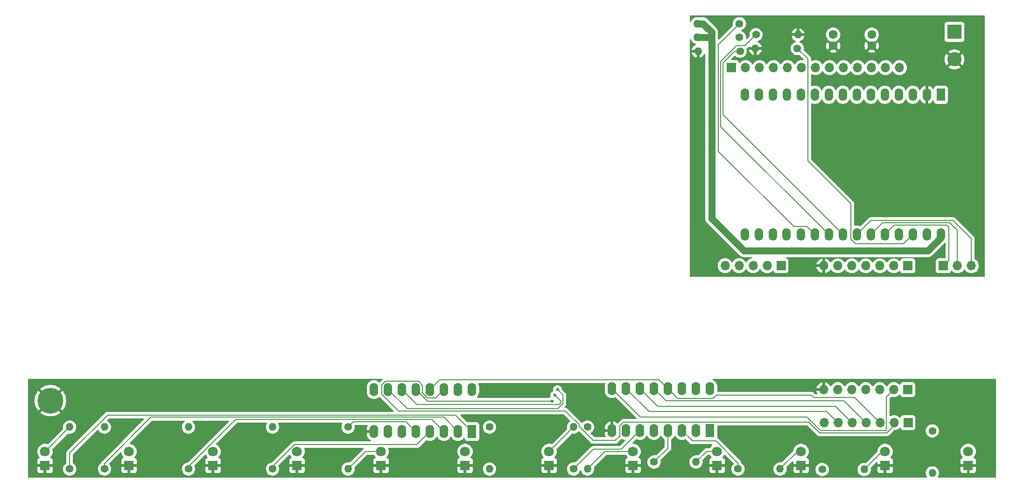
<source format=gbr>
%TF.GenerationSoftware,KiCad,Pcbnew,8.0.7*%
%TF.CreationDate,2025-02-10T21:08:13+01:00*%
%TF.ProjectId,stib_display,73746962-5f64-4697-9370-6c61792e6b69,2*%
%TF.SameCoordinates,Original*%
%TF.FileFunction,Copper,L1,Top*%
%TF.FilePolarity,Positive*%
%FSLAX46Y46*%
G04 Gerber Fmt 4.6, Leading zero omitted, Abs format (unit mm)*
G04 Created by KiCad (PCBNEW 8.0.7) date 2025-02-10 21:08:13*
%MOMM*%
%LPD*%
G01*
G04 APERTURE LIST*
%TA.AperFunction,ComponentPad*%
%ADD10R,1.800000X1.800000*%
%TD*%
%TA.AperFunction,ComponentPad*%
%ADD11C,1.800000*%
%TD*%
%TA.AperFunction,ComponentPad*%
%ADD12C,3.100000*%
%TD*%
%TA.AperFunction,ConnectorPad*%
%ADD13C,4.700000*%
%TD*%
%TA.AperFunction,ComponentPad*%
%ADD14R,2.600000X2.600000*%
%TD*%
%TA.AperFunction,ComponentPad*%
%ADD15C,2.600000*%
%TD*%
%TA.AperFunction,ComponentPad*%
%ADD16C,1.400000*%
%TD*%
%TA.AperFunction,ComponentPad*%
%ADD17O,1.400000X1.400000*%
%TD*%
%TA.AperFunction,ComponentPad*%
%ADD18R,1.700000X1.700000*%
%TD*%
%TA.AperFunction,ComponentPad*%
%ADD19O,1.700000X1.700000*%
%TD*%
%TA.AperFunction,ComponentPad*%
%ADD20R,1.600000X2.400000*%
%TD*%
%TA.AperFunction,ComponentPad*%
%ADD21O,1.600000X2.400000*%
%TD*%
%TA.AperFunction,ComponentPad*%
%ADD22C,1.600000*%
%TD*%
%TA.AperFunction,ComponentPad*%
%ADD23R,1.524000X2.286000*%
%TD*%
%TA.AperFunction,ComponentPad*%
%ADD24O,1.524000X2.286000*%
%TD*%
%TA.AperFunction,ViaPad*%
%ADD25C,1.000000*%
%TD*%
%TA.AperFunction,ViaPad*%
%ADD26C,1.500000*%
%TD*%
%TA.AperFunction,ViaPad*%
%ADD27C,0.600000*%
%TD*%
%TA.AperFunction,Conductor*%
%ADD28C,0.200000*%
%TD*%
%TA.AperFunction,Conductor*%
%ADD29C,1.300000*%
%TD*%
G04 APERTURE END LIST*
D10*
%TO.P,D10,1,K*%
%TO.N,GND*%
X233680000Y-104775000D03*
D11*
%TO.P,D10,2,A*%
%TO.N,Net-(D10-A)*%
X233680000Y-102235000D03*
%TD*%
D10*
%TO.P,D6,1,K*%
%TO.N,GND*%
X172720000Y-104775000D03*
D11*
%TO.P,D6,2,A*%
%TO.N,Net-(D6-A)*%
X172720000Y-102235000D03*
%TD*%
D10*
%TO.P,D12,1,K*%
%TO.N,GND*%
X264000000Y-104775000D03*
D11*
%TO.P,D12,2,A*%
%TO.N,Net-(D12-A)*%
X264000000Y-102235000D03*
%TD*%
D10*
%TO.P,D8,1,K*%
%TO.N,GND*%
X203200000Y-104780000D03*
D11*
%TO.P,D8,2,A*%
%TO.N,Net-(D8-A)*%
X203200000Y-102240000D03*
%TD*%
D10*
%TO.P,D2,1,K*%
%TO.N,GND*%
X111760000Y-104775000D03*
D11*
%TO.P,D2,2,A*%
%TO.N,Net-(D2-A)*%
X111760000Y-102235000D03*
%TD*%
D10*
%TO.P,D3,1,K*%
%TO.N,GND*%
X127000000Y-104780000D03*
D11*
%TO.P,D3,2,A*%
%TO.N,Net-(D3-A)*%
X127000000Y-102240000D03*
%TD*%
D10*
%TO.P,D9,1,K*%
%TO.N,GND*%
X218440000Y-104775000D03*
D11*
%TO.P,D9,2,A*%
%TO.N,Net-(D9-A)*%
X218440000Y-102235000D03*
%TD*%
D10*
%TO.P,D7,1,K*%
%TO.N,GND*%
X187960000Y-104775000D03*
D11*
%TO.P,D7,2,A*%
%TO.N,Net-(D7-A)*%
X187960000Y-102235000D03*
%TD*%
D10*
%TO.P,D4,1,K*%
%TO.N,GND*%
X142240000Y-104780000D03*
D11*
%TO.P,D4,2,A*%
%TO.N,Net-(D4-A)*%
X142240000Y-102240000D03*
%TD*%
D10*
%TO.P,D11,1,K*%
%TO.N,GND*%
X248920000Y-104780000D03*
D11*
%TO.P,D11,2,A*%
%TO.N,Net-(D11-A)*%
X248920000Y-102240000D03*
%TD*%
D12*
%TO.P,H1,1,1*%
%TO.N,GND*%
X97500000Y-93000000D03*
D13*
X97500000Y-93000000D03*
%TD*%
D10*
%TO.P,D1,1,K*%
%TO.N,GND*%
X96520000Y-104780000D03*
D11*
%TO.P,D1,2,A*%
%TO.N,Net-(D1-A)*%
X96520000Y-102240000D03*
%TD*%
D10*
%TO.P,D5,1,K*%
%TO.N,GND*%
X157480000Y-104780000D03*
D11*
%TO.P,D5,2,A*%
%TO.N,Net-(D5-A)*%
X157480000Y-102240000D03*
%TD*%
D14*
%TO.P,J7,1,Pin_1*%
%TO.N,/VIN*%
X261500000Y-26000000D03*
D15*
%TO.P,J7,2,Pin_2*%
%TO.N,GND*%
X261500000Y-31000000D03*
%TD*%
D16*
%TO.P,R16,1*%
%TO.N,/OE*%
X222500000Y-27000000D03*
D17*
%TO.P,R16,2*%
%TO.N,+3.3V(ESP)*%
X214880000Y-27000000D03*
%TD*%
D16*
%TO.P,R14,1*%
%TO.N,/DATA_CLK*%
X225500000Y-26500000D03*
D17*
%TO.P,R14,2*%
%TO.N,GND*%
X233120000Y-26500000D03*
%TD*%
D18*
%TO.P,J3,1,Pin_1*%
%TO.N,Net-(J3-Pin_1)*%
X230050000Y-68475000D03*
D19*
%TO.P,J3,2,Pin_2*%
%TO.N,Net-(J3-Pin_2)*%
X227510000Y-68475000D03*
%TO.P,J3,3,Pin_3*%
%TO.N,Net-(J3-Pin_3)*%
X224970000Y-68475000D03*
%TO.P,J3,4,Pin_4*%
%TO.N,Net-(J3-Pin_4)*%
X222430000Y-68475000D03*
%TO.P,J3,5,Pin_5*%
%TO.N,Net-(J3-Pin_5)*%
X219890000Y-68475000D03*
%TD*%
D16*
%TO.P,R4,1*%
%TO.N,Net-(U1-QE)*%
X137795000Y-105410000D03*
D17*
%TO.P,R4,2*%
%TO.N,Net-(D4-A)*%
X137795000Y-97790000D03*
%TD*%
D16*
%TO.P,R3,1*%
%TO.N,Net-(U1-QD)*%
X122555000Y-105410000D03*
D17*
%TO.P,R3,2*%
%TO.N,Net-(D3-A)*%
X122555000Y-97790000D03*
%TD*%
D18*
%TO.P,J2,1,Pin_1*%
%TO.N,Net-(J2-Pin_1)*%
X259500000Y-68500000D03*
D19*
%TO.P,J2,2,Pin_2*%
%TO.N,Net-(J2-Pin_2)*%
X262040000Y-68500000D03*
%TO.P,J2,3,Pin_3*%
%TO.N,Net-(J2-Pin_3)*%
X264580000Y-68500000D03*
%TD*%
%TO.P,J5,7,Pin_7*%
%TO.N,GND*%
X237800000Y-91000000D03*
%TO.P,J5,6,Pin_6*%
%TO.N,/RST*%
X240340000Y-91000000D03*
%TO.P,J5,5,Pin_5*%
%TO.N,/DATA_CLK*%
X242880000Y-91000000D03*
%TO.P,J5,4,Pin_4*%
%TO.N,/LATCH_CLK*%
X245420000Y-91000000D03*
%TO.P,J5,3,Pin_3*%
%TO.N,/OE*%
X247960000Y-91000000D03*
%TO.P,J5,2,Pin_2*%
%TO.N,/DATA_OUT*%
X250500000Y-91000000D03*
D18*
%TO.P,J5,1,Pin_1*%
%TO.N,+5V*%
X253040000Y-91000000D03*
%TD*%
D16*
%TO.P,R17,1*%
%TO.N,/DATA*%
X233000000Y-29000000D03*
D17*
%TO.P,R17,2*%
%TO.N,GND*%
X225380000Y-29000000D03*
%TD*%
D20*
%TO.P,U2,1,QB*%
%TO.N,Net-(U2-QB)*%
X217155000Y-98440000D03*
D21*
%TO.P,U2,2,QC*%
%TO.N,Net-(U2-QC)*%
X214615000Y-98440000D03*
%TO.P,U2,3,QD*%
%TO.N,Net-(U2-QD)*%
X212075000Y-98440000D03*
%TO.P,U2,4,QE*%
%TO.N,Net-(U2-QE)*%
X209535000Y-98440000D03*
%TO.P,U2,5,QF*%
%TO.N,Net-(U2-QF)*%
X206995000Y-98440000D03*
%TO.P,U2,6,QG*%
%TO.N,Net-(U2-QG)*%
X204455000Y-98440000D03*
%TO.P,U2,7,QH*%
%TO.N,unconnected-(U2-QH-Pad7)*%
X201915000Y-98440000D03*
%TO.P,U2,8,GND*%
%TO.N,GND*%
X199375000Y-98440000D03*
%TO.P,U2,9,QH'*%
%TO.N,/DATA_OUT*%
X199375000Y-90820000D03*
%TO.P,U2,10,~{SRCLR}*%
%TO.N,/RST*%
X201915000Y-90820000D03*
%TO.P,U2,11,SRCLK*%
%TO.N,/DATA_CLK*%
X204455000Y-90820000D03*
%TO.P,U2,12,RCLK*%
%TO.N,/LATCH_CLK*%
X206995000Y-90820000D03*
%TO.P,U2,13,~{OE}*%
%TO.N,/OE*%
X209535000Y-90820000D03*
%TO.P,U2,14,SER*%
%TO.N,Net-(U1-QH')*%
X212075000Y-90820000D03*
%TO.P,U2,15,QA*%
%TO.N,unconnected-(U2-QA-Pad15)*%
X214615000Y-90820000D03*
%TO.P,U2,16,VCC*%
%TO.N,+3.3V*%
X217155000Y-90820000D03*
%TD*%
D16*
%TO.P,R9,1*%
%TO.N,Net-(U2-QE)*%
X207010000Y-104140000D03*
D17*
%TO.P,R9,2*%
%TO.N,Net-(D9-A)*%
X214630000Y-104140000D03*
%TD*%
D22*
%TO.P,C6,1*%
%TO.N,+5V*%
X239500000Y-26500000D03*
%TO.P,C6,2*%
%TO.N,GND*%
X239500000Y-28500000D03*
%TD*%
D16*
%TO.P,R13,1*%
%TO.N,/RST*%
X222500000Y-24500000D03*
D17*
%TO.P,R13,2*%
%TO.N,+3.3V(ESP)*%
X214880000Y-24500000D03*
%TD*%
D16*
%TO.P,R6,1*%
%TO.N,Net-(U1-QG)*%
X177165000Y-97790000D03*
D17*
%TO.P,R6,2*%
%TO.N,Net-(D6-A)*%
X177165000Y-105410000D03*
%TD*%
D16*
%TO.P,R7,1*%
%TO.N,Net-(U2-QG)*%
X192405000Y-105410000D03*
D17*
%TO.P,R7,2*%
%TO.N,Net-(D7-A)*%
X192405000Y-97790000D03*
%TD*%
D16*
%TO.P,R2,1*%
%TO.N,Net-(U1-QC)*%
X107315000Y-105410000D03*
D17*
%TO.P,R2,2*%
%TO.N,Net-(D2-A)*%
X107315000Y-97790000D03*
%TD*%
D16*
%TO.P,R8,1*%
%TO.N,Net-(U2-QF)*%
X194945000Y-97790000D03*
D17*
%TO.P,R8,2*%
%TO.N,Net-(D8-A)*%
X194945000Y-105410000D03*
%TD*%
D22*
%TO.P,C4,1*%
%TO.N,+5V*%
X246500000Y-26500000D03*
%TO.P,C4,2*%
%TO.N,GND*%
X246500000Y-28500000D03*
%TD*%
D23*
%TO.P,U3,0,VIN*%
%TO.N,+5V*%
X259030000Y-37415000D03*
D24*
%TO.P,U3,1,GND*%
%TO.N,GND*%
X256490000Y-37415000D03*
%TO.P,U3,2,3v3*%
%TO.N,+3.3V(ESP)*%
X259030000Y-62815000D03*
%TO.P,U3,3,EN*%
%TO.N,Net-(J1-Pin_1)*%
X223470000Y-37415000D03*
%TO.P,U3,4,VP_SENSOR*%
%TO.N,Net-(J1-Pin_2)*%
X226010000Y-37415000D03*
%TO.P,U3,5,VN_SENSOR*%
%TO.N,Net-(J1-Pin_3)*%
X228550000Y-37415000D03*
%TO.P,U3,6,D34_ADC*%
%TO.N,Net-(J1-Pin_4)*%
X231090000Y-37415000D03*
%TO.P,U3,7,D35_ADC*%
%TO.N,Net-(J1-Pin_5)*%
X233630000Y-37415000D03*
%TO.P,U3,8,D32_ADC_TOUCH*%
%TO.N,Net-(J1-Pin_6)*%
X236170000Y-37415000D03*
%TO.P,U3,9,D33_ADC_TOUCH*%
%TO.N,Net-(J1-Pin_7)*%
X238710000Y-37415000D03*
%TO.P,U3,10,D25_ADC_DAC*%
%TO.N,Net-(J1-Pin_8)*%
X241250000Y-37415000D03*
%TO.P,U3,11,D26_ADC_DAC*%
%TO.N,Net-(J1-Pin_9)*%
X243790000Y-37415000D03*
%TO.P,U3,12,D27_ADC_TOUCH*%
%TO.N,Net-(J1-Pin_10)*%
X246330000Y-37415000D03*
%TO.P,U3,13,D14_ADC_TOUCH_...*%
%TO.N,Net-(J1-Pin_11)*%
X248870000Y-37415000D03*
%TO.P,U3,14,D12_ADC__TOUCH_...*%
%TO.N,Net-(J1-Pin_12)*%
X251410000Y-37415000D03*
%TO.P,U3,16,D13_ADC_TOUCH_...*%
%TO.N,Net-(J1-Pin_13)*%
X253950000Y-37415000D03*
%TO.P,U3,23,...TOUCH_ADC_D15*%
%TO.N,/DATA*%
X253950000Y-62815000D03*
%TO.P,U3,24,...TOUCH_ADC_D2*%
%TO.N,/OE*%
X251410000Y-62815000D03*
%TO.P,U3,26,...TOUCH_ADC_D4*%
%TO.N,Net-(J2-Pin_1)*%
X248870000Y-62815000D03*
%TO.P,U3,27,RX2*%
%TO.N,Net-(J2-Pin_2)*%
X246330000Y-62815000D03*
%TO.P,U3,28,TX2*%
%TO.N,Net-(J2-Pin_3)*%
X243790000Y-62815000D03*
%TO.P,U3,29,..._D5*%
%TO.N,/LATCH_CLK*%
X241250000Y-62815000D03*
%TO.P,U3,30,..._D18*%
%TO.N,/DATA_CLK*%
X238710000Y-62815000D03*
%TO.P,U3,31,..._D19*%
%TO.N,/RST*%
X236170000Y-62789977D03*
%TO.P,U3,33,SDA_D21*%
%TO.N,Net-(J3-Pin_1)*%
X233630000Y-62815000D03*
%TO.P,U3,34,RX0*%
%TO.N,Net-(J3-Pin_2)*%
X230989912Y-62789977D03*
%TO.P,U3,35,TX0*%
%TO.N,Net-(J3-Pin_3)*%
X228550000Y-62815000D03*
%TO.P,U3,36,SCL_D22*%
%TO.N,Net-(J3-Pin_4)*%
X226010000Y-62815000D03*
%TO.P,U3,37,..._D23*%
%TO.N,Net-(J3-Pin_5)*%
X223470000Y-62815000D03*
%TO.P,U3,38,GND*%
%TO.N,GND*%
X256490000Y-62815000D03*
%TD*%
D20*
%TO.P,U1,1,QB*%
%TO.N,Net-(U1-QB)*%
X173975000Y-98620000D03*
D21*
%TO.P,U1,2,QC*%
%TO.N,Net-(U1-QC)*%
X171435000Y-98620000D03*
%TO.P,U1,3,QD*%
%TO.N,Net-(U1-QD)*%
X168895000Y-98620000D03*
%TO.P,U1,4,QE*%
%TO.N,Net-(U1-QE)*%
X166355000Y-98620000D03*
%TO.P,U1,5,QF*%
%TO.N,Net-(U1-QF)*%
X163815000Y-98620000D03*
%TO.P,U1,6,QG*%
%TO.N,Net-(U1-QG)*%
X161275000Y-98620000D03*
%TO.P,U1,7,QH*%
%TO.N,unconnected-(U1-QH-Pad7)*%
X158735000Y-98620000D03*
%TO.P,U1,8,GND*%
%TO.N,GND*%
X156195000Y-98620000D03*
%TO.P,U1,9,QH'*%
%TO.N,Net-(U1-QH')*%
X156195000Y-91000000D03*
%TO.P,U1,10,~{SRCLR}*%
%TO.N,/RST*%
X158735000Y-91000000D03*
%TO.P,U1,11,SRCLK*%
%TO.N,/DATA_CLK*%
X161275000Y-91000000D03*
%TO.P,U1,12,RCLK*%
%TO.N,/LATCH_CLK*%
X163815000Y-91000000D03*
%TO.P,U1,13,~{OE}*%
%TO.N,/OE*%
X166355000Y-91000000D03*
%TO.P,U1,14,SER*%
%TO.N,/DATA*%
X168895000Y-91000000D03*
%TO.P,U1,15,QA*%
%TO.N,unconnected-(U1-QA-Pad15)*%
X171435000Y-91000000D03*
%TO.P,U1,16,VCC*%
%TO.N,+3.3V*%
X173975000Y-91000000D03*
%TD*%
D16*
%TO.P,R11,1*%
%TO.N,Net-(U2-QC)*%
X237500000Y-105500000D03*
D17*
%TO.P,R11,2*%
%TO.N,Net-(D11-A)*%
X245120000Y-105500000D03*
%TD*%
D16*
%TO.P,R15,1*%
%TO.N,/LATCH_CLK*%
X222620000Y-29500000D03*
D17*
%TO.P,R15,2*%
%TO.N,GND*%
X215000000Y-29500000D03*
%TD*%
D16*
%TO.P,R10,1*%
%TO.N,Net-(U2-QD)*%
X222250000Y-105410000D03*
D17*
%TO.P,R10,2*%
%TO.N,Net-(D10-A)*%
X229870000Y-105410000D03*
%TD*%
D19*
%TO.P,J4,7,Pin_7*%
%TO.N,GND*%
X237840000Y-97000000D03*
%TO.P,J4,6,Pin_6*%
%TO.N,/RST*%
X240380000Y-97000000D03*
%TO.P,J4,5,Pin_5*%
%TO.N,/DATA_CLK*%
X242920000Y-97000000D03*
%TO.P,J4,4,Pin_4*%
%TO.N,/LATCH_CLK*%
X245460000Y-97000000D03*
%TO.P,J4,3,Pin_3*%
%TO.N,/OE*%
X248000000Y-97000000D03*
%TO.P,J4,2,Pin_2*%
%TO.N,/DATA*%
X250540000Y-97000000D03*
D18*
%TO.P,J4,1,Pin_1*%
%TO.N,+5V*%
X253080000Y-97000000D03*
%TD*%
D16*
%TO.P,R1,1*%
%TO.N,Net-(U1-QB)*%
X101000000Y-105410000D03*
D17*
%TO.P,R1,2*%
%TO.N,Net-(D1-A)*%
X101000000Y-97790000D03*
%TD*%
D18*
%TO.P,J1,1,Pin_1*%
%TO.N,Net-(J1-Pin_1)*%
X221060000Y-32500000D03*
D19*
%TO.P,J1,2,Pin_2*%
%TO.N,Net-(J1-Pin_2)*%
X223600000Y-32500000D03*
%TO.P,J1,3,Pin_3*%
%TO.N,Net-(J1-Pin_3)*%
X226140000Y-32500000D03*
%TO.P,J1,4,Pin_4*%
%TO.N,Net-(J1-Pin_4)*%
X228680000Y-32500000D03*
%TO.P,J1,5,Pin_5*%
%TO.N,Net-(J1-Pin_5)*%
X231220000Y-32500000D03*
%TO.P,J1,6,Pin_6*%
%TO.N,Net-(J1-Pin_6)*%
X233760000Y-32500000D03*
%TO.P,J1,7,Pin_7*%
%TO.N,Net-(J1-Pin_7)*%
X236300000Y-32500000D03*
%TO.P,J1,8,Pin_8*%
%TO.N,Net-(J1-Pin_8)*%
X238840000Y-32500000D03*
%TO.P,J1,9,Pin_9*%
%TO.N,Net-(J1-Pin_9)*%
X241380000Y-32500000D03*
%TO.P,J1,10,Pin_10*%
%TO.N,Net-(J1-Pin_10)*%
X243920000Y-32500000D03*
%TO.P,J1,11,Pin_11*%
%TO.N,Net-(J1-Pin_11)*%
X246460000Y-32500000D03*
%TO.P,J1,12,Pin_12*%
%TO.N,Net-(J1-Pin_12)*%
X249000000Y-32500000D03*
%TO.P,J1,13,Pin_13*%
%TO.N,Net-(J1-Pin_13)*%
X251540000Y-32500000D03*
%TD*%
D16*
%TO.P,R5,1*%
%TO.N,Net-(U1-QF)*%
X151500000Y-97790000D03*
D17*
%TO.P,R5,2*%
%TO.N,Net-(D5-A)*%
X151500000Y-105410000D03*
%TD*%
D18*
%TO.P,J6,1,Pin_1*%
%TO.N,+5V*%
X253040000Y-68500000D03*
D19*
%TO.P,J6,2,Pin_2*%
%TO.N,/DATA*%
X250500000Y-68500000D03*
%TO.P,J6,3,Pin_3*%
%TO.N,/OE*%
X247960000Y-68500000D03*
%TO.P,J6,4,Pin_4*%
%TO.N,/LATCH_CLK*%
X245420000Y-68500000D03*
%TO.P,J6,5,Pin_5*%
%TO.N,/DATA_CLK*%
X242880000Y-68500000D03*
%TO.P,J6,6,Pin_6*%
%TO.N,/RST*%
X240340000Y-68500000D03*
%TO.P,J6,7,Pin_7*%
%TO.N,GND*%
X237800000Y-68500000D03*
%TD*%
D16*
%TO.P,R12,1*%
%TO.N,Net-(U2-QB)*%
X257500000Y-98500000D03*
D17*
%TO.P,R12,2*%
%TO.N,Net-(D12-A)*%
X257500000Y-106120000D03*
%TD*%
D25*
%TO.N,GND*%
X246380000Y-50000000D03*
D26*
X225500000Y-98290000D03*
X257000000Y-94750000D03*
D27*
%TO.N,/LATCH_CLK*%
X188500000Y-93120000D03*
%TO.N,/RST*%
X189500000Y-91000000D03*
%TO.N,/DATA_CLK*%
X189000000Y-92000000D03*
%TD*%
D28*
%TO.N,Net-(D1-A)*%
X101000000Y-97790000D02*
X96550000Y-102240000D01*
X96550000Y-102240000D02*
X96520000Y-102240000D01*
%TO.N,Net-(D5-A)*%
X157480000Y-102240000D02*
X154670000Y-102240000D01*
X154670000Y-102240000D02*
X151500000Y-105410000D01*
%TO.N,Net-(D7-A)*%
X192405000Y-97790000D02*
X187960000Y-102235000D01*
%TO.N,Net-(D8-A)*%
X198115000Y-102240000D02*
X194945000Y-105410000D01*
X203200000Y-102240000D02*
X198115000Y-102240000D01*
%TO.N,Net-(D9-A)*%
X218440000Y-102235000D02*
X216535000Y-102235000D01*
X216535000Y-102235000D02*
X214630000Y-104140000D01*
%TO.N,Net-(D10-A)*%
X229870000Y-105410000D02*
X233045000Y-102235000D01*
X233045000Y-102235000D02*
X233680000Y-102235000D01*
%TO.N,Net-(D11-A)*%
X248920000Y-102240000D02*
X248380000Y-102240000D01*
X248380000Y-102240000D02*
X245120000Y-105500000D01*
%TO.N,/LATCH_CLK*%
X188500000Y-93120000D02*
X165935000Y-93120000D01*
X209195000Y-93020000D02*
X217900584Y-93020000D01*
X165935000Y-93120000D02*
X163815000Y-91000000D01*
X241420000Y-93000000D02*
X245420000Y-97000000D01*
X222620000Y-29500000D02*
X221630051Y-29500000D01*
X219500000Y-41065000D02*
X241250000Y-62815000D01*
X221630051Y-29500000D02*
X219500000Y-31630051D01*
X206995000Y-90820000D02*
X209195000Y-93020000D01*
X217900584Y-93020000D02*
X217920584Y-93000000D01*
X219500000Y-31630051D02*
X219500000Y-41065000D01*
X217920584Y-93000000D02*
X241420000Y-93000000D01*
X245460000Y-96960000D02*
X245420000Y-97000000D01*
%TO.N,/OE*%
X218354899Y-92000000D02*
X235550000Y-92000000D01*
X243410000Y-92450000D02*
X247960000Y-97000000D01*
X247960000Y-97000000D02*
X248000000Y-96960000D01*
X168155000Y-89200000D02*
X166355000Y-91000000D01*
X236000000Y-92450000D02*
X243410000Y-92450000D01*
X211335000Y-92620000D02*
X217734899Y-92620000D01*
X207915000Y-89200000D02*
X168155000Y-89200000D01*
X209535000Y-90820000D02*
X207915000Y-89200000D01*
X217734899Y-92620000D02*
X218354899Y-92000000D01*
X209535000Y-90820000D02*
X211335000Y-92620000D01*
X235550000Y-92000000D02*
X236000000Y-92450000D01*
%TO.N,/DATA*%
X242728000Y-63635895D02*
X243592105Y-64500000D01*
X158279365Y-89500000D02*
X164270635Y-89500000D01*
X237033704Y-98850000D02*
X235123704Y-96940000D01*
X167395000Y-92500000D02*
X168895000Y-91000000D01*
X237033704Y-98850000D02*
X249215686Y-98850000D01*
X243592105Y-64500000D02*
X252265000Y-64500000D01*
X199954899Y-100240000D02*
X195980786Y-100240000D01*
X165000000Y-91619314D02*
X165880686Y-92500000D01*
X242728000Y-57228000D02*
X242728000Y-63635895D01*
X165000000Y-90229365D02*
X165000000Y-91619314D01*
X234910000Y-30910000D02*
X234910000Y-49410000D01*
X193405000Y-97664214D02*
X193405000Y-97375786D01*
X200775000Y-99419899D02*
X199954899Y-100240000D01*
X195980786Y-100240000D02*
X193405000Y-97664214D01*
X234910000Y-49410000D02*
X242728000Y-57228000D01*
X193405000Y-97375786D02*
X190929214Y-94900000D01*
X252265000Y-64500000D02*
X253950000Y-62815000D01*
X190929214Y-94900000D02*
X160679365Y-94900000D01*
X249215686Y-98850000D02*
X250540000Y-97525686D01*
X201459365Y-96940000D02*
X200775000Y-97624365D01*
X200775000Y-97624365D02*
X200775000Y-99419899D01*
X160679365Y-94900000D02*
X157635000Y-91855635D01*
X157635000Y-90144365D02*
X158279365Y-89500000D01*
X157635000Y-91855635D02*
X157635000Y-90144365D01*
X165880686Y-92500000D02*
X167395000Y-92500000D01*
X250540000Y-97525686D02*
X250540000Y-97000000D01*
X233000000Y-29000000D02*
X234910000Y-30910000D01*
X164270635Y-89500000D02*
X165000000Y-90229365D01*
X235123704Y-96940000D02*
X201459365Y-96940000D01*
%TO.N,/RST*%
X222500000Y-24500000D02*
X218700000Y-28300000D01*
X190500000Y-93534215D02*
X189534215Y-94500000D01*
X162235000Y-94500000D02*
X158735000Y-91000000D01*
X218700000Y-47700001D02*
X232371999Y-61372000D01*
X238340000Y-95000000D02*
X240340000Y-97000000D01*
X190500000Y-92000000D02*
X190500000Y-93534215D01*
X201915000Y-90820000D02*
X206095000Y-95000000D01*
X234752023Y-61372000D02*
X236170000Y-62789977D01*
X206095000Y-95000000D02*
X238340000Y-95000000D01*
X232371999Y-61372000D02*
X234752023Y-61372000D01*
X189534215Y-94500000D02*
X162235000Y-94500000D01*
X218700000Y-28300000D02*
X218700000Y-47700001D01*
X189500000Y-91000000D02*
X190500000Y-92000000D01*
X240380000Y-96960000D02*
X240340000Y-97000000D01*
%TO.N,/DATA_CLK*%
X190100000Y-93368529D02*
X189748529Y-93720000D01*
X219100000Y-31400000D02*
X219100000Y-43205000D01*
X219100000Y-43205000D02*
X238710000Y-62815000D01*
X207635000Y-94000000D02*
X239880000Y-94000000D01*
X189748529Y-93720000D02*
X163995000Y-93720000D01*
X190100000Y-93100000D02*
X190100000Y-93368529D01*
X222000000Y-28500000D02*
X219100000Y-31400000D01*
X223500000Y-28500000D02*
X222000000Y-28500000D01*
X204455000Y-90820000D02*
X207635000Y-94000000D01*
X242920000Y-96960000D02*
X242880000Y-97000000D01*
X163995000Y-93720000D02*
X161275000Y-91000000D01*
X239880000Y-94000000D02*
X242880000Y-97000000D01*
X189000000Y-92000000D02*
X190100000Y-93100000D01*
X225500000Y-26500000D02*
X223500000Y-28500000D01*
%TO.N,/DATA_OUT*%
X237199390Y-98450000D02*
X249050000Y-98450000D01*
X249150000Y-98350000D02*
X249150000Y-92310000D01*
X249150000Y-92310000D02*
X250460000Y-91000000D01*
X199375000Y-90820000D02*
X204555000Y-96000000D01*
X249050000Y-98450000D02*
X249150000Y-98350000D01*
X234749390Y-96000000D02*
X237199390Y-98450000D01*
X204555000Y-96000000D02*
X234749390Y-96000000D01*
%TO.N,Net-(U1-QB)*%
X101000000Y-102500000D02*
X101000000Y-105410000D01*
X173975000Y-98620000D02*
X170975000Y-95620000D01*
X107880000Y-95620000D02*
X101000000Y-102500000D01*
X170975000Y-95620000D02*
X107880000Y-95620000D01*
%TO.N,Net-(U1-QC)*%
X115715051Y-96020000D02*
X107315000Y-104420051D01*
X168835000Y-96020000D02*
X115715051Y-96020000D01*
X171435000Y-98620000D02*
X168835000Y-96020000D01*
X107315000Y-104420051D02*
X107315000Y-105410000D01*
%TO.N,Net-(U1-QD)*%
X166695000Y-96420000D02*
X131122943Y-96420000D01*
X168895000Y-98620000D02*
X166695000Y-96420000D01*
X131122943Y-96420000D02*
X122555000Y-104987943D01*
X122555000Y-104987943D02*
X122555000Y-105410000D01*
%TO.N,Net-(U1-QE)*%
X141742943Y-101040000D02*
X141391471Y-101391471D01*
X141782942Y-101000000D02*
X141391471Y-101391471D01*
X163975000Y-101000000D02*
X141782942Y-101000000D01*
X141391471Y-101391471D02*
X137795000Y-104987943D01*
X166355000Y-98620000D02*
X163975000Y-101000000D01*
X137795000Y-104987943D02*
X137795000Y-105410000D01*
%TO.N,Net-(U1-QF)*%
X152470000Y-96820000D02*
X151500000Y-97790000D01*
X162015000Y-96820000D02*
X152470000Y-96820000D01*
X163815000Y-98620000D02*
X162015000Y-96820000D01*
%TO.N,Net-(U2-QG)*%
X195975000Y-101840000D02*
X201055000Y-101840000D01*
X201055000Y-101840000D02*
X204455000Y-98440000D01*
X192405000Y-105410000D02*
X195975000Y-101840000D01*
%TO.N,Net-(U2-QE)*%
X209535000Y-101615000D02*
X209535000Y-98440000D01*
X207010000Y-104140000D02*
X209535000Y-101615000D01*
%TO.N,Net-(U2-QD)*%
X222250000Y-104347943D02*
X218232057Y-100330000D01*
X213965000Y-100330000D02*
X212075000Y-98440000D01*
X222250000Y-105410000D02*
X222250000Y-104347943D01*
X218232057Y-100330000D02*
X213965000Y-100330000D01*
%TO.N,Net-(J2-Pin_1)*%
X250613000Y-61072000D02*
X260072000Y-61072000D01*
X260072000Y-61072000D02*
X260500000Y-61500000D01*
X260500000Y-61500000D02*
X260500000Y-67500000D01*
X248870000Y-62815000D02*
X250613000Y-61072000D01*
X260500000Y-67500000D02*
X259500000Y-68500000D01*
%TO.N,Net-(J2-Pin_3)*%
X246333000Y-60272000D02*
X261272000Y-60272000D01*
X264580000Y-63580000D02*
X264580000Y-68500000D01*
X243790000Y-62815000D02*
X246333000Y-60272000D01*
X261272000Y-60272000D02*
X264580000Y-63580000D01*
%TO.N,Net-(J2-Pin_2)*%
X248473000Y-60672000D02*
X260672000Y-60672000D01*
X246330000Y-62815000D02*
X248473000Y-60672000D01*
X260672000Y-60672000D02*
X262040000Y-62040000D01*
X262040000Y-62040000D02*
X262040000Y-68500000D01*
D29*
%TO.N,+3.3V(ESP)*%
X223320024Y-65750000D02*
X256639976Y-65750000D01*
X256639976Y-65750000D02*
X259030000Y-63359976D01*
X217450000Y-27500000D02*
X217450000Y-59879976D01*
X216950000Y-27000000D02*
X217450000Y-27500000D01*
X217450000Y-59879976D02*
X223320024Y-65750000D01*
X214880000Y-24500000D02*
X215869949Y-24500000D01*
X214880000Y-27000000D02*
X216950000Y-27000000D01*
X217450000Y-26080051D02*
X217450000Y-27500000D01*
X215869949Y-24500000D02*
X217450000Y-26080051D01*
X259030000Y-63359976D02*
X259030000Y-62815000D01*
%TD*%
%TA.AperFunction,Conductor*%
%TO.N,GND*%
G36*
X157697306Y-89020185D02*
G01*
X157743061Y-89072989D01*
X157753005Y-89142147D01*
X157723980Y-89205703D01*
X157717948Y-89212181D01*
X157269838Y-89660291D01*
X157208515Y-89693776D01*
X157138823Y-89688792D01*
X157094476Y-89660291D01*
X157042213Y-89608028D01*
X156876613Y-89487715D01*
X156876612Y-89487714D01*
X156876610Y-89487713D01*
X156819653Y-89458691D01*
X156694223Y-89394781D01*
X156499534Y-89331522D01*
X156324995Y-89303878D01*
X156297352Y-89299500D01*
X156092648Y-89299500D01*
X156068329Y-89303351D01*
X155890465Y-89331522D01*
X155695776Y-89394781D01*
X155513386Y-89487715D01*
X155347786Y-89608028D01*
X155203028Y-89752786D01*
X155082715Y-89918386D01*
X154989781Y-90100776D01*
X154926522Y-90295465D01*
X154894500Y-90497648D01*
X154894500Y-91502351D01*
X154926522Y-91704534D01*
X154989781Y-91899223D01*
X155051066Y-92019500D01*
X155081414Y-92079061D01*
X155082715Y-92081613D01*
X155203028Y-92247213D01*
X155347786Y-92391971D01*
X155496224Y-92499815D01*
X155513390Y-92512287D01*
X155629607Y-92571503D01*
X155695776Y-92605218D01*
X155695778Y-92605218D01*
X155695781Y-92605220D01*
X155800137Y-92639127D01*
X155890465Y-92668477D01*
X155932224Y-92675091D01*
X156092648Y-92700500D01*
X156092649Y-92700500D01*
X156297351Y-92700500D01*
X156297352Y-92700500D01*
X156499534Y-92668477D01*
X156694219Y-92605220D01*
X156876610Y-92512287D01*
X156977710Y-92438834D01*
X157042213Y-92391971D01*
X157042215Y-92391968D01*
X157042219Y-92391966D01*
X157094476Y-92339709D01*
X157155799Y-92306224D01*
X157225491Y-92311208D01*
X157253477Y-92329194D01*
X157254454Y-92327730D01*
X157254457Y-92327732D01*
X157266266Y-92337413D01*
X157269838Y-92339709D01*
X157273349Y-92343220D01*
X157273355Y-92343225D01*
X159737949Y-94807819D01*
X159771434Y-94869142D01*
X159766450Y-94938834D01*
X159724578Y-94994767D01*
X159659114Y-95019184D01*
X159650268Y-95019500D01*
X107959057Y-95019500D01*
X107800942Y-95019500D01*
X107648215Y-95060423D01*
X107622759Y-95075120D01*
X107615937Y-95079059D01*
X107615936Y-95079058D01*
X107511287Y-95139477D01*
X107511282Y-95139481D01*
X100519481Y-102131282D01*
X100519480Y-102131284D01*
X100474775Y-102208716D01*
X100440423Y-102268215D01*
X100399499Y-102420943D01*
X100399499Y-102420945D01*
X100399499Y-102589046D01*
X100399500Y-102589059D01*
X100399500Y-104300754D01*
X100379815Y-104367793D01*
X100340778Y-104406181D01*
X100273436Y-104447877D01*
X100109020Y-104597761D01*
X99974943Y-104775308D01*
X99974938Y-104775316D01*
X99875775Y-104974461D01*
X99875769Y-104974476D01*
X99814885Y-105188462D01*
X99814884Y-105188464D01*
X99794357Y-105409999D01*
X99794357Y-105410000D01*
X99814884Y-105631535D01*
X99814885Y-105631537D01*
X99875769Y-105845523D01*
X99875775Y-105845538D01*
X99974938Y-106044683D01*
X99974943Y-106044691D01*
X100109020Y-106222238D01*
X100273437Y-106372123D01*
X100273439Y-106372125D01*
X100462595Y-106489245D01*
X100462596Y-106489245D01*
X100462599Y-106489247D01*
X100670060Y-106569618D01*
X100888757Y-106610500D01*
X100888759Y-106610500D01*
X101111241Y-106610500D01*
X101111243Y-106610500D01*
X101329940Y-106569618D01*
X101537401Y-106489247D01*
X101726562Y-106372124D01*
X101890981Y-106222236D01*
X102025058Y-106044689D01*
X102124229Y-105845528D01*
X102185115Y-105631536D01*
X102205643Y-105410000D01*
X102185115Y-105188464D01*
X102124229Y-104974472D01*
X102111393Y-104948694D01*
X102025061Y-104775316D01*
X102025056Y-104775308D01*
X101890979Y-104597761D01*
X101738048Y-104458347D01*
X101726562Y-104447876D01*
X101659221Y-104406180D01*
X101612587Y-104354153D01*
X101600500Y-104300754D01*
X101600500Y-102800096D01*
X101620185Y-102733057D01*
X101636814Y-102712420D01*
X106046616Y-98302617D01*
X106107937Y-98269134D01*
X106177629Y-98274118D01*
X106233562Y-98315990D01*
X106245295Y-98335028D01*
X106289938Y-98424683D01*
X106289943Y-98424691D01*
X106424020Y-98602238D01*
X106588437Y-98752123D01*
X106588439Y-98752125D01*
X106777595Y-98869245D01*
X106777596Y-98869245D01*
X106777599Y-98869247D01*
X106985060Y-98949618D01*
X107203757Y-98990500D01*
X107203759Y-98990500D01*
X107426241Y-98990500D01*
X107426243Y-98990500D01*
X107644940Y-98949618D01*
X107852401Y-98869247D01*
X108041562Y-98752124D01*
X108205981Y-98602236D01*
X108340058Y-98424689D01*
X108439229Y-98225528D01*
X108500115Y-98011536D01*
X108520643Y-97790000D01*
X108512620Y-97703422D01*
X108500115Y-97568464D01*
X108500114Y-97568462D01*
X108499780Y-97567289D01*
X108439229Y-97354472D01*
X108418338Y-97312517D01*
X108340061Y-97155316D01*
X108340056Y-97155308D01*
X108205979Y-96977761D01*
X108041562Y-96827876D01*
X108041560Y-96827874D01*
X107853384Y-96711361D01*
X107806748Y-96659333D01*
X107795644Y-96590352D01*
X107823597Y-96526317D01*
X107830955Y-96518279D01*
X108092418Y-96256816D01*
X108153739Y-96223334D01*
X108180097Y-96220500D01*
X114365954Y-96220500D01*
X114432993Y-96240185D01*
X114478748Y-96292989D01*
X114488692Y-96362147D01*
X114459667Y-96425703D01*
X114453635Y-96432180D01*
X110691518Y-100194297D01*
X106946286Y-103939529D01*
X106834481Y-104051333D01*
X106834479Y-104051335D01*
X106821229Y-104074286D01*
X106797055Y-104116158D01*
X106783434Y-104139750D01*
X106755423Y-104188265D01*
X106750351Y-104207194D01*
X106717955Y-104328092D01*
X106681592Y-104387751D01*
X106663460Y-104401424D01*
X106588436Y-104447877D01*
X106424020Y-104597761D01*
X106289943Y-104775308D01*
X106289938Y-104775316D01*
X106190775Y-104974461D01*
X106190769Y-104974476D01*
X106129885Y-105188462D01*
X106129884Y-105188464D01*
X106109357Y-105409999D01*
X106109357Y-105410000D01*
X106129884Y-105631535D01*
X106129885Y-105631537D01*
X106190769Y-105845523D01*
X106190775Y-105845538D01*
X106289938Y-106044683D01*
X106289943Y-106044691D01*
X106424020Y-106222238D01*
X106588437Y-106372123D01*
X106588439Y-106372125D01*
X106777595Y-106489245D01*
X106777596Y-106489245D01*
X106777599Y-106489247D01*
X106985060Y-106569618D01*
X107203757Y-106610500D01*
X107203759Y-106610500D01*
X107426241Y-106610500D01*
X107426243Y-106610500D01*
X107644940Y-106569618D01*
X107852401Y-106489247D01*
X108041562Y-106372124D01*
X108205981Y-106222236D01*
X108340058Y-106044689D01*
X108439229Y-105845528D01*
X108500115Y-105631536D01*
X108520643Y-105410000D01*
X108500115Y-105188464D01*
X108439229Y-104974472D01*
X108426393Y-104948694D01*
X108340061Y-104775316D01*
X108340056Y-104775308D01*
X108244387Y-104648622D01*
X108205981Y-104597764D01*
X108187149Y-104580596D01*
X108150868Y-104520885D01*
X108152628Y-104451038D01*
X108183004Y-104401280D01*
X110167848Y-102416436D01*
X110229169Y-102382953D01*
X110298861Y-102387937D01*
X110354794Y-102429809D01*
X110375733Y-102473678D01*
X110430843Y-102691301D01*
X110524075Y-102903848D01*
X110651018Y-103098150D01*
X110746167Y-103201510D01*
X110777089Y-103264164D01*
X110769228Y-103333590D01*
X110725081Y-103387746D01*
X110698271Y-103401674D01*
X110617911Y-103431646D01*
X110617906Y-103431649D01*
X110502812Y-103517809D01*
X110502809Y-103517812D01*
X110416649Y-103632906D01*
X110416645Y-103632913D01*
X110366403Y-103767620D01*
X110366401Y-103767627D01*
X110360000Y-103827155D01*
X110360000Y-104525000D01*
X111384722Y-104525000D01*
X111340667Y-104601306D01*
X111310000Y-104715756D01*
X111310000Y-104834244D01*
X111340667Y-104948694D01*
X111384722Y-105025000D01*
X110360000Y-105025000D01*
X110360000Y-105722844D01*
X110366401Y-105782372D01*
X110366403Y-105782379D01*
X110416645Y-105917086D01*
X110416649Y-105917093D01*
X110502809Y-106032187D01*
X110502812Y-106032190D01*
X110617906Y-106118350D01*
X110617913Y-106118354D01*
X110752620Y-106168596D01*
X110752627Y-106168598D01*
X110812155Y-106174999D01*
X110812172Y-106175000D01*
X111510000Y-106175000D01*
X111510000Y-105150277D01*
X111586306Y-105194333D01*
X111700756Y-105225000D01*
X111819244Y-105225000D01*
X111933694Y-105194333D01*
X112010000Y-105150277D01*
X112010000Y-106175000D01*
X112707828Y-106175000D01*
X112707844Y-106174999D01*
X112767372Y-106168598D01*
X112767379Y-106168596D01*
X112902086Y-106118354D01*
X112902093Y-106118350D01*
X113017187Y-106032190D01*
X113017190Y-106032187D01*
X113103350Y-105917093D01*
X113103354Y-105917086D01*
X113153596Y-105782379D01*
X113153598Y-105782372D01*
X113159999Y-105722844D01*
X113160000Y-105722827D01*
X113160000Y-105025000D01*
X112135278Y-105025000D01*
X112179333Y-104948694D01*
X112210000Y-104834244D01*
X112210000Y-104715756D01*
X112179333Y-104601306D01*
X112135278Y-104525000D01*
X113160000Y-104525000D01*
X113160000Y-103827172D01*
X113159999Y-103827155D01*
X113153598Y-103767627D01*
X113153596Y-103767620D01*
X113103354Y-103632913D01*
X113103350Y-103632906D01*
X113017190Y-103517812D01*
X113017187Y-103517809D01*
X112902093Y-103431649D01*
X112902086Y-103431645D01*
X112821729Y-103401674D01*
X112765795Y-103359803D01*
X112741378Y-103294338D01*
X112756230Y-103226065D01*
X112773826Y-103201516D01*
X112868979Y-103098153D01*
X112995924Y-102903849D01*
X113089157Y-102691300D01*
X113146134Y-102466305D01*
X113146641Y-102460185D01*
X113165300Y-102235006D01*
X113165300Y-102234993D01*
X113146135Y-102003702D01*
X113146133Y-102003691D01*
X113089157Y-101778699D01*
X112995924Y-101566151D01*
X112868983Y-101371852D01*
X112868980Y-101371849D01*
X112868979Y-101371847D01*
X112711784Y-101201087D01*
X112711779Y-101201083D01*
X112711777Y-101201081D01*
X112528634Y-101058535D01*
X112528628Y-101058531D01*
X112324504Y-100948064D01*
X112324495Y-100948061D01*
X112104985Y-100872702D01*
X112005452Y-100856093D01*
X111942568Y-100825642D01*
X111906128Y-100766027D01*
X111907704Y-100696175D01*
X111938180Y-100646105D01*
X115927467Y-96656819D01*
X115988790Y-96623334D01*
X116015148Y-96620500D01*
X121735838Y-96620500D01*
X121802877Y-96640185D01*
X121848632Y-96692989D01*
X121858576Y-96762147D01*
X121829551Y-96825703D01*
X121819376Y-96836137D01*
X121664020Y-96977761D01*
X121529943Y-97155308D01*
X121529938Y-97155316D01*
X121430775Y-97354461D01*
X121430769Y-97354476D01*
X121369885Y-97568462D01*
X121369884Y-97568464D01*
X121349357Y-97789999D01*
X121349357Y-97790000D01*
X121369884Y-98011535D01*
X121369885Y-98011537D01*
X121430769Y-98225523D01*
X121430775Y-98225538D01*
X121529938Y-98424683D01*
X121529943Y-98424691D01*
X121664020Y-98602238D01*
X121828437Y-98752123D01*
X121828439Y-98752125D01*
X122017595Y-98869245D01*
X122017596Y-98869245D01*
X122017599Y-98869247D01*
X122225060Y-98949618D01*
X122443757Y-98990500D01*
X122443759Y-98990500D01*
X122666241Y-98990500D01*
X122666243Y-98990500D01*
X122884940Y-98949618D01*
X123092401Y-98869247D01*
X123281562Y-98752124D01*
X123445981Y-98602236D01*
X123580058Y-98424689D01*
X123679229Y-98225528D01*
X123740115Y-98011536D01*
X123760643Y-97790000D01*
X123752620Y-97703422D01*
X123740115Y-97568464D01*
X123740114Y-97568462D01*
X123739780Y-97567289D01*
X123679229Y-97354472D01*
X123658338Y-97312517D01*
X123580061Y-97155316D01*
X123580056Y-97155308D01*
X123445979Y-96977761D01*
X123290624Y-96836137D01*
X123254342Y-96776426D01*
X123256103Y-96706578D01*
X123295346Y-96648771D01*
X123359613Y-96621356D01*
X123374162Y-96620500D01*
X129773846Y-96620500D01*
X129840885Y-96640185D01*
X129886640Y-96692989D01*
X129896584Y-96762147D01*
X129867559Y-96825703D01*
X129861527Y-96832181D01*
X122519998Y-104173709D01*
X122458675Y-104207194D01*
X122443777Y-104209497D01*
X122443773Y-104209497D01*
X122443757Y-104209500D01*
X122225060Y-104250382D01*
X122177296Y-104268886D01*
X122017601Y-104330752D01*
X122017595Y-104330754D01*
X121828439Y-104447874D01*
X121828437Y-104447876D01*
X121664020Y-104597761D01*
X121529943Y-104775308D01*
X121529938Y-104775316D01*
X121430775Y-104974461D01*
X121430769Y-104974476D01*
X121369885Y-105188462D01*
X121369884Y-105188464D01*
X121349357Y-105409999D01*
X121349357Y-105410000D01*
X121369884Y-105631535D01*
X121369885Y-105631537D01*
X121430769Y-105845523D01*
X121430775Y-105845538D01*
X121529938Y-106044683D01*
X121529943Y-106044691D01*
X121664020Y-106222238D01*
X121828437Y-106372123D01*
X121828439Y-106372125D01*
X122017595Y-106489245D01*
X122017596Y-106489245D01*
X122017599Y-106489247D01*
X122225060Y-106569618D01*
X122443757Y-106610500D01*
X122443759Y-106610500D01*
X122666241Y-106610500D01*
X122666243Y-106610500D01*
X122884940Y-106569618D01*
X123092401Y-106489247D01*
X123281562Y-106372124D01*
X123445981Y-106222236D01*
X123580058Y-106044689D01*
X123679229Y-105845528D01*
X123740115Y-105631536D01*
X123760643Y-105410000D01*
X123740115Y-105188464D01*
X123679229Y-104974472D01*
X123632060Y-104879746D01*
X123619799Y-104810964D01*
X123646672Y-104746469D01*
X123655370Y-104736806D01*
X125550144Y-102842032D01*
X125611465Y-102808549D01*
X125681157Y-102813533D01*
X125737090Y-102855405D01*
X125751378Y-102879903D01*
X125764074Y-102908847D01*
X125891018Y-103103150D01*
X125986167Y-103206510D01*
X126017089Y-103269164D01*
X126009228Y-103338590D01*
X125965081Y-103392746D01*
X125938271Y-103406674D01*
X125857911Y-103436646D01*
X125857906Y-103436649D01*
X125742812Y-103522809D01*
X125742809Y-103522812D01*
X125656649Y-103637906D01*
X125656645Y-103637913D01*
X125606403Y-103772620D01*
X125606401Y-103772627D01*
X125600000Y-103832155D01*
X125600000Y-104530000D01*
X126624722Y-104530000D01*
X126580667Y-104606306D01*
X126550000Y-104720756D01*
X126550000Y-104839244D01*
X126580667Y-104953694D01*
X126624722Y-105030000D01*
X125600000Y-105030000D01*
X125600000Y-105727844D01*
X125606401Y-105787372D01*
X125606403Y-105787379D01*
X125656645Y-105922086D01*
X125656649Y-105922093D01*
X125742809Y-106037187D01*
X125742812Y-106037190D01*
X125857906Y-106123350D01*
X125857913Y-106123354D01*
X125992620Y-106173596D01*
X125992627Y-106173598D01*
X126052155Y-106179999D01*
X126052172Y-106180000D01*
X126750000Y-106180000D01*
X126750000Y-105155277D01*
X126826306Y-105199333D01*
X126940756Y-105230000D01*
X127059244Y-105230000D01*
X127173694Y-105199333D01*
X127250000Y-105155277D01*
X127250000Y-106180000D01*
X127947828Y-106180000D01*
X127947844Y-106179999D01*
X128007372Y-106173598D01*
X128007379Y-106173596D01*
X128142086Y-106123354D01*
X128142093Y-106123350D01*
X128257187Y-106037190D01*
X128257190Y-106037187D01*
X128343350Y-105922093D01*
X128343354Y-105922086D01*
X128393596Y-105787379D01*
X128393598Y-105787372D01*
X128399999Y-105727844D01*
X128400000Y-105727827D01*
X128400000Y-105030000D01*
X127375278Y-105030000D01*
X127419333Y-104953694D01*
X127450000Y-104839244D01*
X127450000Y-104720756D01*
X127419333Y-104606306D01*
X127375278Y-104530000D01*
X128400000Y-104530000D01*
X128400000Y-103832172D01*
X128399999Y-103832155D01*
X128393598Y-103772627D01*
X128393596Y-103772620D01*
X128343354Y-103637913D01*
X128343350Y-103637906D01*
X128257190Y-103522812D01*
X128257187Y-103522809D01*
X128142093Y-103436649D01*
X128142086Y-103436645D01*
X128061729Y-103406674D01*
X128005795Y-103364803D01*
X127981378Y-103299338D01*
X127996230Y-103231065D01*
X128013826Y-103206516D01*
X128108979Y-103103153D01*
X128235924Y-102908849D01*
X128329157Y-102696300D01*
X128386134Y-102471305D01*
X128386548Y-102466308D01*
X128405300Y-102240006D01*
X128405300Y-102239993D01*
X128386135Y-102008702D01*
X128386133Y-102008691D01*
X128329157Y-101783699D01*
X128235924Y-101571151D01*
X128108983Y-101376852D01*
X128108980Y-101376849D01*
X128108979Y-101376847D01*
X127951784Y-101206087D01*
X127951779Y-101206083D01*
X127951777Y-101206081D01*
X127768634Y-101063535D01*
X127768628Y-101063531D01*
X127629394Y-100988181D01*
X127579804Y-100938961D01*
X127564696Y-100870744D01*
X127588867Y-100805189D01*
X127600724Y-100791452D01*
X131335359Y-97056819D01*
X131396682Y-97023334D01*
X131423040Y-97020500D01*
X136636802Y-97020500D01*
X136703841Y-97040185D01*
X136749596Y-97092989D01*
X136759540Y-97162147D01*
X136747802Y-97199772D01*
X136670775Y-97354461D01*
X136670769Y-97354476D01*
X136609885Y-97568462D01*
X136609884Y-97568464D01*
X136589357Y-97789999D01*
X136589357Y-97790000D01*
X136609884Y-98011535D01*
X136609885Y-98011537D01*
X136670769Y-98225523D01*
X136670775Y-98225538D01*
X136769938Y-98424683D01*
X136769943Y-98424691D01*
X136904020Y-98602238D01*
X137068437Y-98752123D01*
X137068439Y-98752125D01*
X137257595Y-98869245D01*
X137257596Y-98869245D01*
X137257599Y-98869247D01*
X137465060Y-98949618D01*
X137683757Y-98990500D01*
X137683759Y-98990500D01*
X137906241Y-98990500D01*
X137906243Y-98990500D01*
X138124940Y-98949618D01*
X138332401Y-98869247D01*
X138521562Y-98752124D01*
X138685981Y-98602236D01*
X138820058Y-98424689D01*
X138919229Y-98225528D01*
X138980115Y-98011536D01*
X139000643Y-97790000D01*
X138992620Y-97703422D01*
X138980115Y-97568464D01*
X138980114Y-97568462D01*
X138979780Y-97567289D01*
X138919229Y-97354472D01*
X138898338Y-97312517D01*
X138842198Y-97199772D01*
X138829937Y-97130986D01*
X138856810Y-97066491D01*
X138914286Y-97026764D01*
X138953198Y-97020500D01*
X150341802Y-97020500D01*
X150408841Y-97040185D01*
X150454596Y-97092989D01*
X150464540Y-97162147D01*
X150452802Y-97199772D01*
X150375775Y-97354461D01*
X150375769Y-97354476D01*
X150314885Y-97568462D01*
X150314884Y-97568464D01*
X150294357Y-97789999D01*
X150294357Y-97790000D01*
X150314884Y-98011535D01*
X150314885Y-98011537D01*
X150375769Y-98225523D01*
X150375775Y-98225538D01*
X150474938Y-98424683D01*
X150474943Y-98424691D01*
X150609020Y-98602238D01*
X150773437Y-98752123D01*
X150773439Y-98752125D01*
X150962595Y-98869245D01*
X150962596Y-98869245D01*
X150962599Y-98869247D01*
X151170060Y-98949618D01*
X151388757Y-98990500D01*
X151388759Y-98990500D01*
X151611241Y-98990500D01*
X151611243Y-98990500D01*
X151829940Y-98949618D01*
X152037401Y-98869247D01*
X152226562Y-98752124D01*
X152390981Y-98602236D01*
X152525058Y-98424689D01*
X152624229Y-98225528D01*
X152685115Y-98011536D01*
X152705643Y-97790000D01*
X152685115Y-97568464D01*
X152685113Y-97568458D01*
X152684895Y-97567289D01*
X152684952Y-97566715D01*
X152684586Y-97562755D01*
X152685360Y-97562683D01*
X152691924Y-97497774D01*
X152735419Y-97443094D01*
X152801572Y-97420610D01*
X152806783Y-97420500D01*
X154940991Y-97420500D01*
X155008030Y-97440185D01*
X155053785Y-97492989D01*
X155063729Y-97562147D01*
X155051476Y-97600794D01*
X154990245Y-97720965D01*
X154927009Y-97915582D01*
X154895000Y-98117682D01*
X154895000Y-98370000D01*
X155879314Y-98370000D01*
X155874920Y-98374394D01*
X155822259Y-98465606D01*
X155795000Y-98567339D01*
X155795000Y-98672661D01*
X155822259Y-98774394D01*
X155874920Y-98865606D01*
X155879314Y-98870000D01*
X154895000Y-98870000D01*
X154895000Y-99122317D01*
X154927009Y-99324417D01*
X154990244Y-99519031D01*
X155083140Y-99701349D01*
X155203417Y-99866894D01*
X155203417Y-99866895D01*
X155348104Y-100011582D01*
X155513650Y-100131859D01*
X155578722Y-100165015D01*
X155629518Y-100212989D01*
X155646313Y-100280810D01*
X155623776Y-100346945D01*
X155569061Y-100390397D01*
X155522427Y-100399500D01*
X141869612Y-100399500D01*
X141869596Y-100399499D01*
X141862000Y-100399499D01*
X141703885Y-100399499D01*
X141627521Y-100419961D01*
X141551156Y-100440423D01*
X141551151Y-100440426D01*
X141414232Y-100519475D01*
X141414224Y-100519481D01*
X141142737Y-100790970D01*
X140910952Y-101022754D01*
X140910950Y-101022756D01*
X137759998Y-104173709D01*
X137698675Y-104207194D01*
X137683777Y-104209497D01*
X137683773Y-104209497D01*
X137683757Y-104209500D01*
X137465060Y-104250382D01*
X137417296Y-104268886D01*
X137257601Y-104330752D01*
X137257595Y-104330754D01*
X137068439Y-104447874D01*
X137068437Y-104447876D01*
X136904020Y-104597761D01*
X136769943Y-104775308D01*
X136769938Y-104775316D01*
X136670775Y-104974461D01*
X136670769Y-104974476D01*
X136609885Y-105188462D01*
X136609884Y-105188464D01*
X136589357Y-105409999D01*
X136589357Y-105410000D01*
X136609884Y-105631535D01*
X136609885Y-105631537D01*
X136670769Y-105845523D01*
X136670775Y-105845538D01*
X136769938Y-106044683D01*
X136769943Y-106044691D01*
X136904020Y-106222238D01*
X137068437Y-106372123D01*
X137068439Y-106372125D01*
X137257595Y-106489245D01*
X137257596Y-106489245D01*
X137257599Y-106489247D01*
X137465060Y-106569618D01*
X137683757Y-106610500D01*
X137683759Y-106610500D01*
X137906241Y-106610500D01*
X137906243Y-106610500D01*
X138124940Y-106569618D01*
X138332401Y-106489247D01*
X138521562Y-106372124D01*
X138685981Y-106222236D01*
X138820058Y-106044689D01*
X138919229Y-105845528D01*
X138980115Y-105631536D01*
X139000643Y-105410000D01*
X138980115Y-105188464D01*
X138919229Y-104974472D01*
X138872060Y-104879746D01*
X138859799Y-104810964D01*
X138886672Y-104746469D01*
X138895370Y-104736806D01*
X140790144Y-102842032D01*
X140851465Y-102808549D01*
X140921157Y-102813533D01*
X140977090Y-102855405D01*
X140991378Y-102879903D01*
X141004074Y-102908847D01*
X141131018Y-103103150D01*
X141226167Y-103206510D01*
X141257089Y-103269164D01*
X141249228Y-103338590D01*
X141205081Y-103392746D01*
X141178271Y-103406674D01*
X141097911Y-103436646D01*
X141097906Y-103436649D01*
X140982812Y-103522809D01*
X140982809Y-103522812D01*
X140896649Y-103637906D01*
X140896645Y-103637913D01*
X140846403Y-103772620D01*
X140846401Y-103772627D01*
X140840000Y-103832155D01*
X140840000Y-104530000D01*
X141864722Y-104530000D01*
X141820667Y-104606306D01*
X141790000Y-104720756D01*
X141790000Y-104839244D01*
X141820667Y-104953694D01*
X141864722Y-105030000D01*
X140840000Y-105030000D01*
X140840000Y-105727844D01*
X140846401Y-105787372D01*
X140846403Y-105787379D01*
X140896645Y-105922086D01*
X140896649Y-105922093D01*
X140982809Y-106037187D01*
X140982812Y-106037190D01*
X141097906Y-106123350D01*
X141097913Y-106123354D01*
X141232620Y-106173596D01*
X141232627Y-106173598D01*
X141292155Y-106179999D01*
X141292172Y-106180000D01*
X141990000Y-106180000D01*
X141990000Y-105155277D01*
X142066306Y-105199333D01*
X142180756Y-105230000D01*
X142299244Y-105230000D01*
X142413694Y-105199333D01*
X142490000Y-105155277D01*
X142490000Y-106180000D01*
X143187828Y-106180000D01*
X143187844Y-106179999D01*
X143247372Y-106173598D01*
X143247379Y-106173596D01*
X143382086Y-106123354D01*
X143382093Y-106123350D01*
X143497187Y-106037190D01*
X143497190Y-106037187D01*
X143583350Y-105922093D01*
X143583354Y-105922086D01*
X143633596Y-105787379D01*
X143633598Y-105787372D01*
X143639999Y-105727844D01*
X143640000Y-105727827D01*
X143640000Y-105030000D01*
X142615278Y-105030000D01*
X142659333Y-104953694D01*
X142690000Y-104839244D01*
X142690000Y-104720756D01*
X142659333Y-104606306D01*
X142615278Y-104530000D01*
X143640000Y-104530000D01*
X143640000Y-103832172D01*
X143639999Y-103832155D01*
X143633598Y-103772627D01*
X143633596Y-103772620D01*
X143583354Y-103637913D01*
X143583350Y-103637906D01*
X143497190Y-103522812D01*
X143497187Y-103522809D01*
X143382093Y-103436649D01*
X143382086Y-103436645D01*
X143301729Y-103406674D01*
X143245795Y-103364803D01*
X143221378Y-103299338D01*
X143236230Y-103231065D01*
X143253826Y-103206516D01*
X143348979Y-103103153D01*
X143475924Y-102908849D01*
X143569157Y-102696300D01*
X143626134Y-102471305D01*
X143626548Y-102466308D01*
X143645300Y-102240006D01*
X143645300Y-102239993D01*
X143626135Y-102008702D01*
X143626133Y-102008691D01*
X143569157Y-101783699D01*
X143565039Y-101774312D01*
X143556135Y-101705012D01*
X143586111Y-101641900D01*
X143645449Y-101605012D01*
X143678594Y-101600500D01*
X154160902Y-101600500D01*
X154227941Y-101620185D01*
X154273696Y-101672989D01*
X154283640Y-101742147D01*
X154254615Y-101805703D01*
X154248583Y-101812181D01*
X154189478Y-101871286D01*
X151859680Y-104201083D01*
X151798357Y-104234568D01*
X151749215Y-104235291D01*
X151683794Y-104223062D01*
X151611243Y-104209500D01*
X151388757Y-104209500D01*
X151170060Y-104250382D01*
X151122296Y-104268886D01*
X150962601Y-104330752D01*
X150962595Y-104330754D01*
X150773439Y-104447874D01*
X150773437Y-104447876D01*
X150609020Y-104597761D01*
X150474943Y-104775308D01*
X150474938Y-104775316D01*
X150375775Y-104974461D01*
X150375769Y-104974476D01*
X150314885Y-105188462D01*
X150314884Y-105188464D01*
X150294357Y-105409999D01*
X150294357Y-105410000D01*
X150314884Y-105631535D01*
X150314885Y-105631537D01*
X150375769Y-105845523D01*
X150375775Y-105845538D01*
X150474938Y-106044683D01*
X150474943Y-106044691D01*
X150609020Y-106222238D01*
X150773437Y-106372123D01*
X150773439Y-106372125D01*
X150962595Y-106489245D01*
X150962596Y-106489245D01*
X150962599Y-106489247D01*
X151170060Y-106569618D01*
X151388757Y-106610500D01*
X151388759Y-106610500D01*
X151611241Y-106610500D01*
X151611243Y-106610500D01*
X151829940Y-106569618D01*
X152037401Y-106489247D01*
X152226562Y-106372124D01*
X152390981Y-106222236D01*
X152525058Y-106044689D01*
X152624229Y-105845528D01*
X152685115Y-105631536D01*
X152705643Y-105410000D01*
X152685115Y-105188464D01*
X152679729Y-105169534D01*
X152680315Y-105099669D01*
X152711312Y-105047921D01*
X154882416Y-102876819D01*
X154943739Y-102843334D01*
X154970097Y-102840500D01*
X156133199Y-102840500D01*
X156200238Y-102860185D01*
X156242253Y-102905481D01*
X156244075Y-102908848D01*
X156371018Y-103103150D01*
X156466167Y-103206510D01*
X156497089Y-103269164D01*
X156489228Y-103338590D01*
X156445081Y-103392746D01*
X156418271Y-103406674D01*
X156337911Y-103436646D01*
X156337906Y-103436649D01*
X156222812Y-103522809D01*
X156222809Y-103522812D01*
X156136649Y-103637906D01*
X156136645Y-103637913D01*
X156086403Y-103772620D01*
X156086401Y-103772627D01*
X156080000Y-103832155D01*
X156080000Y-104530000D01*
X157104722Y-104530000D01*
X157060667Y-104606306D01*
X157030000Y-104720756D01*
X157030000Y-104839244D01*
X157060667Y-104953694D01*
X157104722Y-105030000D01*
X156080000Y-105030000D01*
X156080000Y-105727844D01*
X156086401Y-105787372D01*
X156086403Y-105787379D01*
X156136645Y-105922086D01*
X156136649Y-105922093D01*
X156222809Y-106037187D01*
X156222812Y-106037190D01*
X156337906Y-106123350D01*
X156337913Y-106123354D01*
X156472620Y-106173596D01*
X156472627Y-106173598D01*
X156532155Y-106179999D01*
X156532172Y-106180000D01*
X157230000Y-106180000D01*
X157230000Y-105155277D01*
X157306306Y-105199333D01*
X157420756Y-105230000D01*
X157539244Y-105230000D01*
X157653694Y-105199333D01*
X157730000Y-105155277D01*
X157730000Y-106180000D01*
X158427828Y-106180000D01*
X158427844Y-106179999D01*
X158487372Y-106173598D01*
X158487379Y-106173596D01*
X158622086Y-106123354D01*
X158622093Y-106123350D01*
X158737187Y-106037190D01*
X158737190Y-106037187D01*
X158823350Y-105922093D01*
X158823354Y-105922086D01*
X158873596Y-105787379D01*
X158873598Y-105787372D01*
X158879999Y-105727844D01*
X158880000Y-105727827D01*
X158880000Y-105030000D01*
X157855278Y-105030000D01*
X157899333Y-104953694D01*
X157930000Y-104839244D01*
X157930000Y-104720756D01*
X157899333Y-104606306D01*
X157855278Y-104530000D01*
X158880000Y-104530000D01*
X158880000Y-103832172D01*
X158879999Y-103832155D01*
X158873598Y-103772627D01*
X158873596Y-103772620D01*
X158823354Y-103637913D01*
X158823350Y-103637906D01*
X158737190Y-103522812D01*
X158737187Y-103522809D01*
X158622093Y-103436649D01*
X158622086Y-103436645D01*
X158541729Y-103406674D01*
X158485795Y-103364803D01*
X158461378Y-103299338D01*
X158476230Y-103231065D01*
X158493826Y-103206516D01*
X158588979Y-103103153D01*
X158715924Y-102908849D01*
X158809157Y-102696300D01*
X158866134Y-102471305D01*
X158866548Y-102466308D01*
X158885300Y-102240006D01*
X158885300Y-102239993D01*
X158884886Y-102234993D01*
X171314700Y-102234993D01*
X171314700Y-102235006D01*
X171333864Y-102466297D01*
X171333866Y-102466308D01*
X171390842Y-102691300D01*
X171484075Y-102903848D01*
X171611018Y-103098150D01*
X171706167Y-103201510D01*
X171737089Y-103264164D01*
X171729228Y-103333590D01*
X171685081Y-103387746D01*
X171658271Y-103401674D01*
X171577911Y-103431646D01*
X171577906Y-103431649D01*
X171462812Y-103517809D01*
X171462809Y-103517812D01*
X171376649Y-103632906D01*
X171376645Y-103632913D01*
X171326403Y-103767620D01*
X171326401Y-103767627D01*
X171320000Y-103827155D01*
X171320000Y-104525000D01*
X172344722Y-104525000D01*
X172300667Y-104601306D01*
X172270000Y-104715756D01*
X172270000Y-104834244D01*
X172300667Y-104948694D01*
X172344722Y-105025000D01*
X171320000Y-105025000D01*
X171320000Y-105722844D01*
X171326401Y-105782372D01*
X171326403Y-105782379D01*
X171376645Y-105917086D01*
X171376649Y-105917093D01*
X171462809Y-106032187D01*
X171462812Y-106032190D01*
X171577906Y-106118350D01*
X171577913Y-106118354D01*
X171712620Y-106168596D01*
X171712627Y-106168598D01*
X171772155Y-106174999D01*
X171772172Y-106175000D01*
X172470000Y-106175000D01*
X172470000Y-105150277D01*
X172546306Y-105194333D01*
X172660756Y-105225000D01*
X172779244Y-105225000D01*
X172893694Y-105194333D01*
X172970000Y-105150277D01*
X172970000Y-106175000D01*
X173667828Y-106175000D01*
X173667844Y-106174999D01*
X173727372Y-106168598D01*
X173727379Y-106168596D01*
X173862086Y-106118354D01*
X173862093Y-106118350D01*
X173977187Y-106032190D01*
X173977190Y-106032187D01*
X174063350Y-105917093D01*
X174063354Y-105917086D01*
X174113596Y-105782379D01*
X174113598Y-105782372D01*
X174119999Y-105722844D01*
X174120000Y-105722827D01*
X174120000Y-105409999D01*
X175959357Y-105409999D01*
X175959357Y-105410000D01*
X175979884Y-105631535D01*
X175979885Y-105631537D01*
X176040769Y-105845523D01*
X176040775Y-105845538D01*
X176139938Y-106044683D01*
X176139943Y-106044691D01*
X176274020Y-106222238D01*
X176438437Y-106372123D01*
X176438439Y-106372125D01*
X176627595Y-106489245D01*
X176627596Y-106489245D01*
X176627599Y-106489247D01*
X176835060Y-106569618D01*
X177053757Y-106610500D01*
X177053759Y-106610500D01*
X177276241Y-106610500D01*
X177276243Y-106610500D01*
X177494940Y-106569618D01*
X177702401Y-106489247D01*
X177891562Y-106372124D01*
X178055981Y-106222236D01*
X178190058Y-106044689D01*
X178289229Y-105845528D01*
X178350115Y-105631536D01*
X178370643Y-105410000D01*
X178350115Y-105188464D01*
X178289229Y-104974472D01*
X178276393Y-104948694D01*
X178190061Y-104775316D01*
X178190056Y-104775308D01*
X178055979Y-104597761D01*
X177891562Y-104447876D01*
X177891560Y-104447874D01*
X177702404Y-104330754D01*
X177702398Y-104330752D01*
X177700457Y-104330000D01*
X177494940Y-104250382D01*
X177276243Y-104209500D01*
X177053757Y-104209500D01*
X176835060Y-104250382D01*
X176787296Y-104268886D01*
X176627601Y-104330752D01*
X176627595Y-104330754D01*
X176438439Y-104447874D01*
X176438437Y-104447876D01*
X176274020Y-104597761D01*
X176139943Y-104775308D01*
X176139938Y-104775316D01*
X176040775Y-104974461D01*
X176040769Y-104974476D01*
X175979885Y-105188462D01*
X175979884Y-105188464D01*
X175959357Y-105409999D01*
X174120000Y-105409999D01*
X174120000Y-105025000D01*
X173095278Y-105025000D01*
X173139333Y-104948694D01*
X173170000Y-104834244D01*
X173170000Y-104715756D01*
X173139333Y-104601306D01*
X173095278Y-104525000D01*
X174120000Y-104525000D01*
X174120000Y-103827172D01*
X174119999Y-103827155D01*
X174113598Y-103767627D01*
X174113596Y-103767620D01*
X174063354Y-103632913D01*
X174063350Y-103632906D01*
X173977190Y-103517812D01*
X173977187Y-103517809D01*
X173862093Y-103431649D01*
X173862086Y-103431645D01*
X173781729Y-103401674D01*
X173725795Y-103359803D01*
X173701378Y-103294338D01*
X173716230Y-103226065D01*
X173733826Y-103201516D01*
X173828979Y-103098153D01*
X173955924Y-102903849D01*
X174049157Y-102691300D01*
X174106134Y-102466305D01*
X174106641Y-102460185D01*
X174125300Y-102235006D01*
X174125300Y-102234993D01*
X174106135Y-102003702D01*
X174106133Y-102003691D01*
X174049157Y-101778699D01*
X173955924Y-101566151D01*
X173828983Y-101371852D01*
X173828980Y-101371849D01*
X173828979Y-101371847D01*
X173671784Y-101201087D01*
X173671779Y-101201083D01*
X173671777Y-101201081D01*
X173488634Y-101058535D01*
X173488628Y-101058531D01*
X173284504Y-100948064D01*
X173284495Y-100948061D01*
X173064984Y-100872702D01*
X172866012Y-100839500D01*
X172836049Y-100834500D01*
X172603951Y-100834500D01*
X172573988Y-100839500D01*
X172375015Y-100872702D01*
X172155504Y-100948061D01*
X172155495Y-100948064D01*
X171951371Y-101058531D01*
X171951365Y-101058535D01*
X171768222Y-101201081D01*
X171768219Y-101201084D01*
X171768216Y-101201086D01*
X171768216Y-101201087D01*
X171722761Y-101250465D01*
X171611016Y-101371852D01*
X171484075Y-101566151D01*
X171390842Y-101778699D01*
X171333866Y-102003691D01*
X171333864Y-102003702D01*
X171314700Y-102234993D01*
X158884886Y-102234993D01*
X158866135Y-102008702D01*
X158866133Y-102008691D01*
X158809157Y-101783699D01*
X158805039Y-101774312D01*
X158796135Y-101705012D01*
X158826111Y-101641900D01*
X158885449Y-101605012D01*
X158918594Y-101600500D01*
X163888331Y-101600500D01*
X163888347Y-101600501D01*
X163895943Y-101600501D01*
X164054054Y-101600501D01*
X164054057Y-101600501D01*
X164206785Y-101559577D01*
X164256904Y-101530639D01*
X164343716Y-101480520D01*
X164455520Y-101368716D01*
X164455520Y-101368714D01*
X164465728Y-101358507D01*
X164465730Y-101358504D01*
X165621980Y-100202253D01*
X165683301Y-100168770D01*
X165752993Y-100173754D01*
X165765954Y-100179451D01*
X165855776Y-100225218D01*
X165855778Y-100225218D01*
X165855781Y-100225220D01*
X165956215Y-100257853D01*
X166050465Y-100288477D01*
X166151557Y-100304488D01*
X166252648Y-100320500D01*
X166252649Y-100320500D01*
X166457351Y-100320500D01*
X166457352Y-100320500D01*
X166659534Y-100288477D01*
X166854219Y-100225220D01*
X167036610Y-100132287D01*
X167132901Y-100062328D01*
X167202213Y-100011971D01*
X167202215Y-100011968D01*
X167202219Y-100011966D01*
X167346966Y-99867219D01*
X167346968Y-99867215D01*
X167346971Y-99867213D01*
X167467284Y-99701614D01*
X167467286Y-99701611D01*
X167467287Y-99701610D01*
X167514516Y-99608917D01*
X167562489Y-99558123D01*
X167630310Y-99541328D01*
X167696445Y-99563865D01*
X167735483Y-99608917D01*
X167761317Y-99659618D01*
X167782715Y-99701614D01*
X167903028Y-99867213D01*
X168047786Y-100011971D01*
X168202749Y-100124556D01*
X168213390Y-100132287D01*
X168329607Y-100191503D01*
X168395776Y-100225218D01*
X168395778Y-100225218D01*
X168395781Y-100225220D01*
X168496215Y-100257853D01*
X168590465Y-100288477D01*
X168691557Y-100304488D01*
X168792648Y-100320500D01*
X168792649Y-100320500D01*
X168997351Y-100320500D01*
X168997352Y-100320500D01*
X169199534Y-100288477D01*
X169394219Y-100225220D01*
X169576610Y-100132287D01*
X169672901Y-100062328D01*
X169742213Y-100011971D01*
X169742215Y-100011968D01*
X169742219Y-100011966D01*
X169886966Y-99867219D01*
X169886968Y-99867215D01*
X169886971Y-99867213D01*
X170007284Y-99701614D01*
X170007286Y-99701611D01*
X170007287Y-99701610D01*
X170054516Y-99608917D01*
X170102489Y-99558123D01*
X170170310Y-99541328D01*
X170236445Y-99563865D01*
X170275483Y-99608917D01*
X170301317Y-99659618D01*
X170322715Y-99701614D01*
X170443028Y-99867213D01*
X170587786Y-100011971D01*
X170742749Y-100124556D01*
X170753390Y-100132287D01*
X170869607Y-100191503D01*
X170935776Y-100225218D01*
X170935778Y-100225218D01*
X170935781Y-100225220D01*
X171036215Y-100257853D01*
X171130465Y-100288477D01*
X171231557Y-100304488D01*
X171332648Y-100320500D01*
X171332649Y-100320500D01*
X171537351Y-100320500D01*
X171537352Y-100320500D01*
X171739534Y-100288477D01*
X171934219Y-100225220D01*
X172116610Y-100132287D01*
X172212901Y-100062328D01*
X172282213Y-100011971D01*
X172282215Y-100011968D01*
X172282219Y-100011966D01*
X172426966Y-99867219D01*
X172453330Y-99830930D01*
X172508658Y-99788265D01*
X172578271Y-99782284D01*
X172640067Y-99814889D01*
X172674426Y-99875726D01*
X172676938Y-99890559D01*
X172680907Y-99927480D01*
X172731202Y-100062328D01*
X172731206Y-100062335D01*
X172817452Y-100177544D01*
X172817455Y-100177547D01*
X172932664Y-100263793D01*
X172932671Y-100263797D01*
X173067517Y-100314091D01*
X173067516Y-100314091D01*
X173074444Y-100314835D01*
X173127127Y-100320500D01*
X174822872Y-100320499D01*
X174882483Y-100314091D01*
X175017331Y-100263796D01*
X175132546Y-100177546D01*
X175218796Y-100062331D01*
X175269091Y-99927483D01*
X175275500Y-99867873D01*
X175275499Y-97789999D01*
X175959357Y-97789999D01*
X175959357Y-97790000D01*
X175979884Y-98011535D01*
X175979885Y-98011537D01*
X176040769Y-98225523D01*
X176040775Y-98225538D01*
X176139938Y-98424683D01*
X176139943Y-98424691D01*
X176274020Y-98602238D01*
X176438437Y-98752123D01*
X176438439Y-98752125D01*
X176627595Y-98869245D01*
X176627596Y-98869245D01*
X176627599Y-98869247D01*
X176835060Y-98949618D01*
X177053757Y-98990500D01*
X177053759Y-98990500D01*
X177276241Y-98990500D01*
X177276243Y-98990500D01*
X177494940Y-98949618D01*
X177702401Y-98869247D01*
X177891562Y-98752124D01*
X178055981Y-98602236D01*
X178190058Y-98424689D01*
X178289229Y-98225528D01*
X178350115Y-98011536D01*
X178370643Y-97790000D01*
X178362620Y-97703422D01*
X178350115Y-97568464D01*
X178350114Y-97568462D01*
X178349780Y-97567289D01*
X178289229Y-97354472D01*
X178268338Y-97312517D01*
X178190061Y-97155316D01*
X178190056Y-97155308D01*
X178055979Y-96977761D01*
X177891562Y-96827876D01*
X177891560Y-96827874D01*
X177702404Y-96710754D01*
X177702398Y-96710752D01*
X177691624Y-96706578D01*
X177494940Y-96630382D01*
X177276243Y-96589500D01*
X177053757Y-96589500D01*
X176835060Y-96630382D01*
X176760329Y-96659333D01*
X176627601Y-96710752D01*
X176627595Y-96710754D01*
X176438439Y-96827874D01*
X176438437Y-96827876D01*
X176274020Y-96977761D01*
X176139943Y-97155308D01*
X176139938Y-97155316D01*
X176040775Y-97354461D01*
X176040769Y-97354476D01*
X175979885Y-97568462D01*
X175979884Y-97568464D01*
X175959357Y-97789999D01*
X175275499Y-97789999D01*
X175275499Y-97372128D01*
X175269091Y-97312517D01*
X175240331Y-97235408D01*
X175218797Y-97177671D01*
X175218793Y-97177664D01*
X175132547Y-97062455D01*
X175132544Y-97062452D01*
X175017335Y-96976206D01*
X175017328Y-96976202D01*
X174882482Y-96925908D01*
X174882483Y-96925908D01*
X174822883Y-96919501D01*
X174822881Y-96919500D01*
X174822873Y-96919500D01*
X174822865Y-96919500D01*
X173175097Y-96919500D01*
X173108058Y-96899815D01*
X173087416Y-96883181D01*
X171916416Y-95712181D01*
X171882931Y-95650858D01*
X171887915Y-95581166D01*
X171929787Y-95525233D01*
X171995251Y-95500816D01*
X172004097Y-95500500D01*
X190629117Y-95500500D01*
X190696156Y-95520185D01*
X190716798Y-95536819D01*
X191771189Y-96591210D01*
X191804674Y-96652533D01*
X191799690Y-96722225D01*
X191757818Y-96778158D01*
X191748786Y-96784318D01*
X191678436Y-96827877D01*
X191514020Y-96977761D01*
X191379943Y-97155308D01*
X191379938Y-97155316D01*
X191280775Y-97354461D01*
X191280769Y-97354476D01*
X191219885Y-97568462D01*
X191219884Y-97568464D01*
X191199357Y-97789999D01*
X191199357Y-97790000D01*
X191219885Y-98011537D01*
X191225270Y-98030463D01*
X191224683Y-98100330D01*
X191193685Y-98152078D01*
X188484840Y-100860923D01*
X188423517Y-100894408D01*
X188356898Y-100890524D01*
X188304981Y-100872702D01*
X188234393Y-100860923D01*
X188076049Y-100834500D01*
X187843951Y-100834500D01*
X187813988Y-100839500D01*
X187615015Y-100872702D01*
X187395504Y-100948061D01*
X187395495Y-100948064D01*
X187191371Y-101058531D01*
X187191365Y-101058535D01*
X187008222Y-101201081D01*
X187008219Y-101201084D01*
X187008216Y-101201086D01*
X187008216Y-101201087D01*
X186962761Y-101250465D01*
X186851016Y-101371852D01*
X186724075Y-101566151D01*
X186630842Y-101778699D01*
X186573866Y-102003691D01*
X186573864Y-102003702D01*
X186554700Y-102234993D01*
X186554700Y-102235006D01*
X186573864Y-102466297D01*
X186573866Y-102466308D01*
X186630842Y-102691300D01*
X186724075Y-102903848D01*
X186851018Y-103098150D01*
X186946167Y-103201510D01*
X186977089Y-103264164D01*
X186969228Y-103333590D01*
X186925081Y-103387746D01*
X186898271Y-103401674D01*
X186817911Y-103431646D01*
X186817906Y-103431649D01*
X186702812Y-103517809D01*
X186702809Y-103517812D01*
X186616649Y-103632906D01*
X186616645Y-103632913D01*
X186566403Y-103767620D01*
X186566401Y-103767627D01*
X186560000Y-103827155D01*
X186560000Y-104525000D01*
X187584722Y-104525000D01*
X187540667Y-104601306D01*
X187510000Y-104715756D01*
X187510000Y-104834244D01*
X187540667Y-104948694D01*
X187584722Y-105025000D01*
X186560000Y-105025000D01*
X186560000Y-105722844D01*
X186566401Y-105782372D01*
X186566403Y-105782379D01*
X186616645Y-105917086D01*
X186616649Y-105917093D01*
X186702809Y-106032187D01*
X186702812Y-106032190D01*
X186817906Y-106118350D01*
X186817913Y-106118354D01*
X186952620Y-106168596D01*
X186952627Y-106168598D01*
X187012155Y-106174999D01*
X187012172Y-106175000D01*
X187710000Y-106175000D01*
X187710000Y-105150277D01*
X187786306Y-105194333D01*
X187900756Y-105225000D01*
X188019244Y-105225000D01*
X188133694Y-105194333D01*
X188210000Y-105150277D01*
X188210000Y-106175000D01*
X188907828Y-106175000D01*
X188907844Y-106174999D01*
X188967372Y-106168598D01*
X188967379Y-106168596D01*
X189102086Y-106118354D01*
X189102093Y-106118350D01*
X189217187Y-106032190D01*
X189217190Y-106032187D01*
X189303350Y-105917093D01*
X189303354Y-105917086D01*
X189353596Y-105782379D01*
X189353598Y-105782372D01*
X189359999Y-105722844D01*
X189360000Y-105722827D01*
X189360000Y-105025000D01*
X188335278Y-105025000D01*
X188379333Y-104948694D01*
X188410000Y-104834244D01*
X188410000Y-104715756D01*
X188379333Y-104601306D01*
X188335278Y-104525000D01*
X189360000Y-104525000D01*
X189360000Y-103827172D01*
X189359999Y-103827155D01*
X189353598Y-103767627D01*
X189353596Y-103767620D01*
X189303354Y-103632913D01*
X189303350Y-103632906D01*
X189217190Y-103517812D01*
X189217187Y-103517809D01*
X189102093Y-103431649D01*
X189102086Y-103431645D01*
X189021729Y-103401674D01*
X188965795Y-103359803D01*
X188941378Y-103294338D01*
X188956230Y-103226065D01*
X188973826Y-103201516D01*
X189068979Y-103098153D01*
X189195924Y-102903849D01*
X189289157Y-102691300D01*
X189346134Y-102466305D01*
X189346641Y-102460185D01*
X189365300Y-102235006D01*
X189365300Y-102234993D01*
X189346135Y-102003702D01*
X189346131Y-102003682D01*
X189301680Y-101828151D01*
X189304304Y-101758331D01*
X189334202Y-101710031D01*
X192045319Y-98998914D01*
X192106640Y-98965431D01*
X192155783Y-98964708D01*
X192293757Y-98990500D01*
X192293759Y-98990500D01*
X192516241Y-98990500D01*
X192516243Y-98990500D01*
X192734940Y-98949618D01*
X192942401Y-98869247D01*
X193131562Y-98752124D01*
X193295981Y-98602236D01*
X193299844Y-98597999D01*
X193300948Y-98599005D01*
X193351288Y-98561628D01*
X193420998Y-98556916D01*
X193481848Y-98590297D01*
X195495925Y-100604374D01*
X195495935Y-100604385D01*
X195500265Y-100608715D01*
X195500266Y-100608716D01*
X195612070Y-100720520D01*
X195612072Y-100720521D01*
X195612076Y-100720524D01*
X195734094Y-100790970D01*
X195749002Y-100799577D01*
X195860805Y-100829534D01*
X195901728Y-100840500D01*
X195901729Y-100840500D01*
X199868230Y-100840500D01*
X199868246Y-100840501D01*
X199875842Y-100840501D01*
X200033953Y-100840501D01*
X200033956Y-100840501D01*
X200186684Y-100799577D01*
X200201592Y-100790970D01*
X200241003Y-100768216D01*
X200241004Y-100768215D01*
X200323615Y-100720520D01*
X200435419Y-100608716D01*
X200435419Y-100608714D01*
X200445623Y-100598511D01*
X200445627Y-100598506D01*
X201076524Y-99967608D01*
X201137845Y-99934125D01*
X201207537Y-99939109D01*
X201228760Y-99950528D01*
X201229241Y-99949744D01*
X201233384Y-99952283D01*
X201233390Y-99952287D01*
X201321296Y-99997077D01*
X201415776Y-100045218D01*
X201415778Y-100045218D01*
X201415781Y-100045220D01*
X201610466Y-100108477D01*
X201652237Y-100115093D01*
X201715368Y-100145020D01*
X201752300Y-100204331D01*
X201751304Y-100274193D01*
X201720518Y-100325246D01*
X200842584Y-101203181D01*
X200781261Y-101236666D01*
X200754903Y-101239500D01*
X195895940Y-101239500D01*
X195855019Y-101250464D01*
X195855019Y-101250465D01*
X195817751Y-101260451D01*
X195743214Y-101280423D01*
X195743209Y-101280426D01*
X195606290Y-101359475D01*
X195606282Y-101359481D01*
X195494478Y-101471286D01*
X192764680Y-104201083D01*
X192703357Y-104234568D01*
X192654215Y-104235291D01*
X192588794Y-104223062D01*
X192516243Y-104209500D01*
X192293757Y-104209500D01*
X192075060Y-104250382D01*
X192027296Y-104268886D01*
X191867601Y-104330752D01*
X191867595Y-104330754D01*
X191678439Y-104447874D01*
X191678437Y-104447876D01*
X191514020Y-104597761D01*
X191379943Y-104775308D01*
X191379938Y-104775316D01*
X191280775Y-104974461D01*
X191280769Y-104974476D01*
X191219885Y-105188462D01*
X191219884Y-105188464D01*
X191199357Y-105409999D01*
X191199357Y-105410000D01*
X191219884Y-105631535D01*
X191219885Y-105631537D01*
X191280769Y-105845523D01*
X191280775Y-105845538D01*
X191379938Y-106044683D01*
X191379943Y-106044691D01*
X191514020Y-106222238D01*
X191678437Y-106372123D01*
X191678439Y-106372125D01*
X191867595Y-106489245D01*
X191867596Y-106489245D01*
X191867599Y-106489247D01*
X192075060Y-106569618D01*
X192293757Y-106610500D01*
X192293759Y-106610500D01*
X192516241Y-106610500D01*
X192516243Y-106610500D01*
X192734940Y-106569618D01*
X192942401Y-106489247D01*
X193131562Y-106372124D01*
X193295981Y-106222236D01*
X193430058Y-106044689D01*
X193529229Y-105845528D01*
X193555734Y-105752371D01*
X193593013Y-105693278D01*
X193656323Y-105663721D01*
X193725562Y-105673083D01*
X193778749Y-105718393D01*
X193794266Y-105752372D01*
X193820769Y-105845523D01*
X193820775Y-105845538D01*
X193919938Y-106044683D01*
X193919943Y-106044691D01*
X194054020Y-106222238D01*
X194218437Y-106372123D01*
X194218439Y-106372125D01*
X194407595Y-106489245D01*
X194407596Y-106489245D01*
X194407599Y-106489247D01*
X194615060Y-106569618D01*
X194833757Y-106610500D01*
X194833759Y-106610500D01*
X195056241Y-106610500D01*
X195056243Y-106610500D01*
X195274940Y-106569618D01*
X195482401Y-106489247D01*
X195671562Y-106372124D01*
X195835981Y-106222236D01*
X195970058Y-106044689D01*
X196069229Y-105845528D01*
X196130115Y-105631536D01*
X196150643Y-105410000D01*
X196130115Y-105188464D01*
X196124729Y-105169534D01*
X196125315Y-105099669D01*
X196156312Y-105047921D01*
X198327416Y-102876819D01*
X198388739Y-102843334D01*
X198415097Y-102840500D01*
X201853199Y-102840500D01*
X201920238Y-102860185D01*
X201962253Y-102905481D01*
X201964075Y-102908848D01*
X202091018Y-103103150D01*
X202186167Y-103206510D01*
X202217089Y-103269164D01*
X202209228Y-103338590D01*
X202165081Y-103392746D01*
X202138271Y-103406674D01*
X202057911Y-103436646D01*
X202057906Y-103436649D01*
X201942812Y-103522809D01*
X201942809Y-103522812D01*
X201856649Y-103637906D01*
X201856645Y-103637913D01*
X201806403Y-103772620D01*
X201806401Y-103772627D01*
X201800000Y-103832155D01*
X201800000Y-104530000D01*
X202824722Y-104530000D01*
X202780667Y-104606306D01*
X202750000Y-104720756D01*
X202750000Y-104839244D01*
X202780667Y-104953694D01*
X202824722Y-105030000D01*
X201800000Y-105030000D01*
X201800000Y-105727844D01*
X201806401Y-105787372D01*
X201806403Y-105787379D01*
X201856645Y-105922086D01*
X201856649Y-105922093D01*
X201942809Y-106037187D01*
X201942812Y-106037190D01*
X202057906Y-106123350D01*
X202057913Y-106123354D01*
X202192620Y-106173596D01*
X202192627Y-106173598D01*
X202252155Y-106179999D01*
X202252172Y-106180000D01*
X202950000Y-106180000D01*
X202950000Y-105155277D01*
X203026306Y-105199333D01*
X203140756Y-105230000D01*
X203259244Y-105230000D01*
X203373694Y-105199333D01*
X203450000Y-105155277D01*
X203450000Y-106180000D01*
X204147828Y-106180000D01*
X204147844Y-106179999D01*
X204207372Y-106173598D01*
X204207379Y-106173596D01*
X204342086Y-106123354D01*
X204342093Y-106123350D01*
X204457187Y-106037190D01*
X204457190Y-106037187D01*
X204543350Y-105922093D01*
X204543354Y-105922086D01*
X204593596Y-105787379D01*
X204593598Y-105787372D01*
X204599999Y-105727844D01*
X204600000Y-105727827D01*
X204600000Y-105030000D01*
X203575278Y-105030000D01*
X203619333Y-104953694D01*
X203650000Y-104839244D01*
X203650000Y-104720756D01*
X203619333Y-104606306D01*
X203575278Y-104530000D01*
X204600000Y-104530000D01*
X204600000Y-103832172D01*
X204599999Y-103832155D01*
X204593598Y-103772627D01*
X204593596Y-103772620D01*
X204543354Y-103637913D01*
X204543350Y-103637906D01*
X204457190Y-103522812D01*
X204457187Y-103522809D01*
X204342093Y-103436649D01*
X204342086Y-103436645D01*
X204261729Y-103406674D01*
X204205795Y-103364803D01*
X204181378Y-103299338D01*
X204196230Y-103231065D01*
X204213826Y-103206516D01*
X204308979Y-103103153D01*
X204435924Y-102908849D01*
X204529157Y-102696300D01*
X204586134Y-102471305D01*
X204586548Y-102466308D01*
X204605300Y-102240006D01*
X204605300Y-102239993D01*
X204586135Y-102008702D01*
X204586133Y-102008691D01*
X204529157Y-101783699D01*
X204435924Y-101571151D01*
X204308983Y-101376852D01*
X204308980Y-101376849D01*
X204308979Y-101376847D01*
X204151784Y-101206087D01*
X204151779Y-101206083D01*
X204151777Y-101206081D01*
X203968634Y-101063535D01*
X203968628Y-101063531D01*
X203764504Y-100953064D01*
X203764495Y-100953061D01*
X203544984Y-100877702D01*
X203373282Y-100849050D01*
X203316049Y-100839500D01*
X203204096Y-100839500D01*
X203137057Y-100819815D01*
X203091302Y-100767011D01*
X203081358Y-100697853D01*
X203110383Y-100634297D01*
X203116415Y-100627819D01*
X203418988Y-100325246D01*
X203721980Y-100022253D01*
X203783301Y-99988770D01*
X203852992Y-99993754D01*
X203865954Y-99999451D01*
X203955776Y-100045218D01*
X203955778Y-100045218D01*
X203955781Y-100045220D01*
X204008456Y-100062335D01*
X204150465Y-100108477D01*
X204192224Y-100115091D01*
X204352648Y-100140500D01*
X204352649Y-100140500D01*
X204557351Y-100140500D01*
X204557352Y-100140500D01*
X204759534Y-100108477D01*
X204954219Y-100045220D01*
X205136610Y-99952287D01*
X205252797Y-99867873D01*
X205302213Y-99831971D01*
X205302215Y-99831968D01*
X205302219Y-99831966D01*
X205446966Y-99687219D01*
X205446968Y-99687215D01*
X205446971Y-99687213D01*
X205567284Y-99521614D01*
X205567283Y-99521614D01*
X205567287Y-99521610D01*
X205614516Y-99428917D01*
X205662489Y-99378123D01*
X205730310Y-99361328D01*
X205796445Y-99383865D01*
X205835483Y-99428917D01*
X205852404Y-99462125D01*
X205882715Y-99521614D01*
X206003028Y-99687213D01*
X206147786Y-99831971D01*
X206279250Y-99927483D01*
X206313390Y-99952287D01*
X206412060Y-100002562D01*
X206495776Y-100045218D01*
X206495778Y-100045218D01*
X206495781Y-100045220D01*
X206548456Y-100062335D01*
X206690465Y-100108477D01*
X206732224Y-100115091D01*
X206892648Y-100140500D01*
X206892649Y-100140500D01*
X207097351Y-100140500D01*
X207097352Y-100140500D01*
X207299534Y-100108477D01*
X207494219Y-100045220D01*
X207676610Y-99952287D01*
X207792797Y-99867873D01*
X207842213Y-99831971D01*
X207842215Y-99831968D01*
X207842219Y-99831966D01*
X207986966Y-99687219D01*
X207986968Y-99687215D01*
X207986971Y-99687213D01*
X208107284Y-99521614D01*
X208107283Y-99521614D01*
X208107287Y-99521610D01*
X208154516Y-99428917D01*
X208202489Y-99378123D01*
X208270310Y-99361328D01*
X208336445Y-99383865D01*
X208375483Y-99428917D01*
X208392404Y-99462125D01*
X208422715Y-99521614D01*
X208543028Y-99687213D01*
X208543034Y-99687219D01*
X208687781Y-99831966D01*
X208853390Y-99952287D01*
X208866793Y-99959116D01*
X208917589Y-100007088D01*
X208934500Y-100069601D01*
X208934500Y-101314902D01*
X208914815Y-101381941D01*
X208898181Y-101402583D01*
X207369680Y-102931083D01*
X207308357Y-102964568D01*
X207259215Y-102965291D01*
X207226442Y-102959164D01*
X207121243Y-102939500D01*
X206898757Y-102939500D01*
X206680060Y-102980382D01*
X206548864Y-103031207D01*
X206472601Y-103060752D01*
X206472595Y-103060754D01*
X206283439Y-103177874D01*
X206283437Y-103177876D01*
X206119020Y-103327761D01*
X205984943Y-103505308D01*
X205984938Y-103505316D01*
X205885775Y-103704461D01*
X205885769Y-103704476D01*
X205824885Y-103918462D01*
X205824884Y-103918464D01*
X205804357Y-104139999D01*
X205804357Y-104140000D01*
X205824884Y-104361535D01*
X205824885Y-104361537D01*
X205885769Y-104575523D01*
X205885775Y-104575538D01*
X205984938Y-104774683D01*
X205984943Y-104774691D01*
X206119020Y-104952238D01*
X206216116Y-105040752D01*
X206280501Y-105099447D01*
X206283437Y-105102123D01*
X206283439Y-105102125D01*
X206472595Y-105219245D01*
X206472596Y-105219245D01*
X206472599Y-105219247D01*
X206680060Y-105299618D01*
X206898757Y-105340500D01*
X206898759Y-105340500D01*
X207121241Y-105340500D01*
X207121243Y-105340500D01*
X207339940Y-105299618D01*
X207547401Y-105219247D01*
X207736562Y-105102124D01*
X207900981Y-104952236D01*
X208035058Y-104774689D01*
X208134229Y-104575528D01*
X208195115Y-104361536D01*
X208215643Y-104140000D01*
X208195115Y-103918464D01*
X208189729Y-103899534D01*
X208190315Y-103829669D01*
X208221312Y-103777921D01*
X209893506Y-102105728D01*
X209893511Y-102105724D01*
X209903714Y-102095520D01*
X209903716Y-102095520D01*
X210015520Y-101983716D01*
X210080024Y-101871991D01*
X210094577Y-101846785D01*
X210135500Y-101694058D01*
X210135500Y-101535943D01*
X210135500Y-100069601D01*
X210155185Y-100002562D01*
X210203206Y-99959116D01*
X210216610Y-99952287D01*
X210382219Y-99831966D01*
X210526966Y-99687219D01*
X210526968Y-99687215D01*
X210526971Y-99687213D01*
X210647284Y-99521614D01*
X210647283Y-99521614D01*
X210647287Y-99521610D01*
X210694516Y-99428917D01*
X210742489Y-99378123D01*
X210810310Y-99361328D01*
X210876445Y-99383865D01*
X210915483Y-99428917D01*
X210932404Y-99462125D01*
X210962715Y-99521614D01*
X211083028Y-99687213D01*
X211227786Y-99831971D01*
X211359250Y-99927483D01*
X211393390Y-99952287D01*
X211492060Y-100002562D01*
X211575776Y-100045218D01*
X211575778Y-100045218D01*
X211575781Y-100045220D01*
X211628456Y-100062335D01*
X211770465Y-100108477D01*
X211812224Y-100115091D01*
X211972648Y-100140500D01*
X211972649Y-100140500D01*
X212177351Y-100140500D01*
X212177352Y-100140500D01*
X212379534Y-100108477D01*
X212574219Y-100045220D01*
X212664043Y-99999451D01*
X212732711Y-99986555D01*
X212797452Y-100012830D01*
X212808019Y-100022255D01*
X213596284Y-100810520D01*
X213596286Y-100810521D01*
X213596290Y-100810524D01*
X213675219Y-100856093D01*
X213733216Y-100889577D01*
X213885943Y-100930501D01*
X213885945Y-100930501D01*
X214051654Y-100930501D01*
X214051670Y-100930500D01*
X217474667Y-100930500D01*
X217541706Y-100950185D01*
X217587461Y-101002989D01*
X217597405Y-101072147D01*
X217568380Y-101135703D01*
X217550831Y-101152351D01*
X217508846Y-101185029D01*
X217488217Y-101201086D01*
X217331016Y-101371852D01*
X217204075Y-101566151D01*
X217202253Y-101569519D01*
X217153033Y-101619109D01*
X217093199Y-101634500D01*
X216621669Y-101634500D01*
X216621653Y-101634499D01*
X216614057Y-101634499D01*
X216455943Y-101634499D01*
X216376010Y-101655917D01*
X216303216Y-101675422D01*
X216270937Y-101694059D01*
X216270936Y-101694058D01*
X216166287Y-101754477D01*
X216166282Y-101754481D01*
X216054478Y-101866286D01*
X214989680Y-102931083D01*
X214928357Y-102964568D01*
X214879215Y-102965291D01*
X214846442Y-102959164D01*
X214741243Y-102939500D01*
X214518757Y-102939500D01*
X214300060Y-102980382D01*
X214168864Y-103031207D01*
X214092601Y-103060752D01*
X214092595Y-103060754D01*
X213903439Y-103177874D01*
X213903437Y-103177876D01*
X213739020Y-103327761D01*
X213604943Y-103505308D01*
X213604938Y-103505316D01*
X213505775Y-103704461D01*
X213505769Y-103704476D01*
X213444885Y-103918462D01*
X213444884Y-103918464D01*
X213424357Y-104139999D01*
X213424357Y-104140000D01*
X213444884Y-104361535D01*
X213444885Y-104361537D01*
X213505769Y-104575523D01*
X213505775Y-104575538D01*
X213604938Y-104774683D01*
X213604943Y-104774691D01*
X213739020Y-104952238D01*
X213836116Y-105040752D01*
X213900501Y-105099447D01*
X213903437Y-105102123D01*
X213903439Y-105102125D01*
X214092595Y-105219245D01*
X214092596Y-105219245D01*
X214092599Y-105219247D01*
X214300060Y-105299618D01*
X214518757Y-105340500D01*
X214518759Y-105340500D01*
X214741241Y-105340500D01*
X214741243Y-105340500D01*
X214959940Y-105299618D01*
X215167401Y-105219247D01*
X215356562Y-105102124D01*
X215520981Y-104952236D01*
X215655058Y-104774689D01*
X215754229Y-104575528D01*
X215815115Y-104361536D01*
X215835643Y-104140000D01*
X215815115Y-103918464D01*
X215809729Y-103899534D01*
X215810315Y-103829669D01*
X215841312Y-103777921D01*
X216747416Y-102871819D01*
X216808739Y-102838334D01*
X216835097Y-102835500D01*
X217093199Y-102835500D01*
X217160238Y-102855185D01*
X217202253Y-102900481D01*
X217204075Y-102903848D01*
X217331018Y-103098150D01*
X217426167Y-103201510D01*
X217457089Y-103264164D01*
X217449228Y-103333590D01*
X217405081Y-103387746D01*
X217378271Y-103401674D01*
X217297911Y-103431646D01*
X217297906Y-103431649D01*
X217182812Y-103517809D01*
X217182809Y-103517812D01*
X217096649Y-103632906D01*
X217096645Y-103632913D01*
X217046403Y-103767620D01*
X217046401Y-103767627D01*
X217040000Y-103827155D01*
X217040000Y-104525000D01*
X218064722Y-104525000D01*
X218020667Y-104601306D01*
X217990000Y-104715756D01*
X217990000Y-104834244D01*
X218020667Y-104948694D01*
X218064722Y-105025000D01*
X217040000Y-105025000D01*
X217040000Y-105722844D01*
X217046401Y-105782372D01*
X217046403Y-105782379D01*
X217096645Y-105917086D01*
X217096649Y-105917093D01*
X217182809Y-106032187D01*
X217182812Y-106032190D01*
X217297906Y-106118350D01*
X217297913Y-106118354D01*
X217432620Y-106168596D01*
X217432627Y-106168598D01*
X217492155Y-106174999D01*
X217492172Y-106175000D01*
X218190000Y-106175000D01*
X218190000Y-105150277D01*
X218266306Y-105194333D01*
X218380756Y-105225000D01*
X218499244Y-105225000D01*
X218613694Y-105194333D01*
X218690000Y-105150277D01*
X218690000Y-106175000D01*
X219387828Y-106175000D01*
X219387844Y-106174999D01*
X219447372Y-106168598D01*
X219447379Y-106168596D01*
X219582086Y-106118354D01*
X219582093Y-106118350D01*
X219697187Y-106032190D01*
X219697190Y-106032187D01*
X219783350Y-105917093D01*
X219783354Y-105917086D01*
X219833596Y-105782379D01*
X219833598Y-105782372D01*
X219839999Y-105722844D01*
X219840000Y-105722827D01*
X219840000Y-105025000D01*
X218815278Y-105025000D01*
X218859333Y-104948694D01*
X218890000Y-104834244D01*
X218890000Y-104715756D01*
X218859333Y-104601306D01*
X218815278Y-104525000D01*
X219840000Y-104525000D01*
X219840000Y-103827172D01*
X219839999Y-103827155D01*
X219833598Y-103767627D01*
X219833596Y-103767620D01*
X219783354Y-103632913D01*
X219783350Y-103632906D01*
X219697190Y-103517812D01*
X219697187Y-103517809D01*
X219582093Y-103431649D01*
X219582086Y-103431645D01*
X219501729Y-103401674D01*
X219445795Y-103359803D01*
X219421378Y-103294338D01*
X219436230Y-103226065D01*
X219453826Y-103201516D01*
X219548979Y-103098153D01*
X219675924Y-102903849D01*
X219688620Y-102874904D01*
X219733572Y-102821421D01*
X219800307Y-102800729D01*
X219867635Y-102819402D01*
X219889856Y-102837034D01*
X221419713Y-104366891D01*
X221453198Y-104428214D01*
X221448214Y-104497906D01*
X221415571Y-104546208D01*
X221359026Y-104597756D01*
X221359021Y-104597761D01*
X221224943Y-104775308D01*
X221224938Y-104775316D01*
X221125775Y-104974461D01*
X221125769Y-104974476D01*
X221064885Y-105188462D01*
X221064884Y-105188464D01*
X221044357Y-105409999D01*
X221044357Y-105410000D01*
X221064884Y-105631535D01*
X221064885Y-105631537D01*
X221125769Y-105845523D01*
X221125775Y-105845538D01*
X221224938Y-106044683D01*
X221224943Y-106044691D01*
X221359020Y-106222238D01*
X221523437Y-106372123D01*
X221523439Y-106372125D01*
X221712595Y-106489245D01*
X221712596Y-106489245D01*
X221712599Y-106489247D01*
X221920060Y-106569618D01*
X222138757Y-106610500D01*
X222138759Y-106610500D01*
X222361241Y-106610500D01*
X222361243Y-106610500D01*
X222579940Y-106569618D01*
X222787401Y-106489247D01*
X222976562Y-106372124D01*
X223140981Y-106222236D01*
X223275058Y-106044689D01*
X223374229Y-105845528D01*
X223435115Y-105631536D01*
X223455643Y-105410000D01*
X223455643Y-105409999D01*
X228664357Y-105409999D01*
X228664357Y-105410000D01*
X228684884Y-105631535D01*
X228684885Y-105631537D01*
X228745769Y-105845523D01*
X228745775Y-105845538D01*
X228844938Y-106044683D01*
X228844943Y-106044691D01*
X228979020Y-106222238D01*
X229143437Y-106372123D01*
X229143439Y-106372125D01*
X229332595Y-106489245D01*
X229332596Y-106489245D01*
X229332599Y-106489247D01*
X229540060Y-106569618D01*
X229758757Y-106610500D01*
X229758759Y-106610500D01*
X229981241Y-106610500D01*
X229981243Y-106610500D01*
X230199940Y-106569618D01*
X230407401Y-106489247D01*
X230596562Y-106372124D01*
X230760981Y-106222236D01*
X230895058Y-106044689D01*
X230994229Y-105845528D01*
X231055115Y-105631536D01*
X231075643Y-105410000D01*
X231055115Y-105188464D01*
X231049729Y-105169534D01*
X231050315Y-105099669D01*
X231081312Y-105047921D01*
X232068319Y-104060915D01*
X232129642Y-104027430D01*
X232199334Y-104032414D01*
X232255267Y-104074286D01*
X232279684Y-104139750D01*
X232280000Y-104148596D01*
X232280000Y-104525000D01*
X233304722Y-104525000D01*
X233260667Y-104601306D01*
X233230000Y-104715756D01*
X233230000Y-104834244D01*
X233260667Y-104948694D01*
X233304722Y-105025000D01*
X232280000Y-105025000D01*
X232280000Y-105722844D01*
X232286401Y-105782372D01*
X232286403Y-105782379D01*
X232336645Y-105917086D01*
X232336649Y-105917093D01*
X232422809Y-106032187D01*
X232422812Y-106032190D01*
X232537906Y-106118350D01*
X232537913Y-106118354D01*
X232672620Y-106168596D01*
X232672627Y-106168598D01*
X232732155Y-106174999D01*
X232732172Y-106175000D01*
X233430000Y-106175000D01*
X233430000Y-105150277D01*
X233506306Y-105194333D01*
X233620756Y-105225000D01*
X233739244Y-105225000D01*
X233853694Y-105194333D01*
X233930000Y-105150277D01*
X233930000Y-106175000D01*
X234627828Y-106175000D01*
X234627844Y-106174999D01*
X234687372Y-106168598D01*
X234687379Y-106168596D01*
X234822086Y-106118354D01*
X234822093Y-106118350D01*
X234937187Y-106032190D01*
X234937190Y-106032187D01*
X235023350Y-105917093D01*
X235023354Y-105917086D01*
X235073596Y-105782379D01*
X235073598Y-105782372D01*
X235079999Y-105722844D01*
X235080000Y-105722827D01*
X235080000Y-105499999D01*
X236294357Y-105499999D01*
X236294357Y-105500000D01*
X236314884Y-105721535D01*
X236314885Y-105721537D01*
X236375769Y-105935523D01*
X236375775Y-105935538D01*
X236474938Y-106134683D01*
X236474943Y-106134691D01*
X236609020Y-106312238D01*
X236773437Y-106462123D01*
X236773439Y-106462125D01*
X236962595Y-106579245D01*
X236962596Y-106579245D01*
X236962599Y-106579247D01*
X237170060Y-106659618D01*
X237388757Y-106700500D01*
X237388759Y-106700500D01*
X237611241Y-106700500D01*
X237611243Y-106700500D01*
X237829940Y-106659618D01*
X238037401Y-106579247D01*
X238226562Y-106462124D01*
X238390981Y-106312236D01*
X238525058Y-106134689D01*
X238624229Y-105935528D01*
X238685115Y-105721536D01*
X238705643Y-105500000D01*
X238705643Y-105499999D01*
X243914357Y-105499999D01*
X243914357Y-105500000D01*
X243934884Y-105721535D01*
X243934885Y-105721537D01*
X243995769Y-105935523D01*
X243995775Y-105935538D01*
X244094938Y-106134683D01*
X244094943Y-106134691D01*
X244229020Y-106312238D01*
X244393437Y-106462123D01*
X244393439Y-106462125D01*
X244582595Y-106579245D01*
X244582596Y-106579245D01*
X244582599Y-106579247D01*
X244790060Y-106659618D01*
X245008757Y-106700500D01*
X245008759Y-106700500D01*
X245231241Y-106700500D01*
X245231243Y-106700500D01*
X245449940Y-106659618D01*
X245657401Y-106579247D01*
X245846562Y-106462124D01*
X246010981Y-106312236D01*
X246145058Y-106134689D01*
X246244229Y-105935528D01*
X246305115Y-105721536D01*
X246325643Y-105500000D01*
X246305115Y-105278464D01*
X246299729Y-105259534D01*
X246300315Y-105189669D01*
X246331312Y-105137921D01*
X247308319Y-104160915D01*
X247369642Y-104127430D01*
X247439334Y-104132414D01*
X247495267Y-104174286D01*
X247519684Y-104239750D01*
X247520000Y-104248596D01*
X247520000Y-104530000D01*
X248544722Y-104530000D01*
X248500667Y-104606306D01*
X248470000Y-104720756D01*
X248470000Y-104839244D01*
X248500667Y-104953694D01*
X248544722Y-105030000D01*
X247520000Y-105030000D01*
X247520000Y-105727844D01*
X247526401Y-105787372D01*
X247526403Y-105787379D01*
X247576645Y-105922086D01*
X247576649Y-105922093D01*
X247662809Y-106037187D01*
X247662812Y-106037190D01*
X247777906Y-106123350D01*
X247777913Y-106123354D01*
X247912620Y-106173596D01*
X247912627Y-106173598D01*
X247972155Y-106179999D01*
X247972172Y-106180000D01*
X248670000Y-106180000D01*
X248670000Y-105155277D01*
X248746306Y-105199333D01*
X248860756Y-105230000D01*
X248979244Y-105230000D01*
X249093694Y-105199333D01*
X249170000Y-105155277D01*
X249170000Y-106180000D01*
X249867828Y-106180000D01*
X249867844Y-106179999D01*
X249927372Y-106173598D01*
X249927379Y-106173596D01*
X250062086Y-106123354D01*
X250062093Y-106123350D01*
X250177187Y-106037190D01*
X250177190Y-106037187D01*
X250263350Y-105922093D01*
X250263354Y-105922086D01*
X250313596Y-105787379D01*
X250313598Y-105787372D01*
X250319999Y-105727844D01*
X250320000Y-105727827D01*
X250320000Y-105030000D01*
X249295278Y-105030000D01*
X249339333Y-104953694D01*
X249370000Y-104839244D01*
X249370000Y-104720756D01*
X249339333Y-104606306D01*
X249295278Y-104530000D01*
X250320000Y-104530000D01*
X250320000Y-103832172D01*
X250319999Y-103832155D01*
X250313598Y-103772627D01*
X250313596Y-103772620D01*
X250263354Y-103637913D01*
X250263350Y-103637906D01*
X250177190Y-103522812D01*
X250177187Y-103522809D01*
X250062093Y-103436649D01*
X250062086Y-103436645D01*
X249981729Y-103406674D01*
X249925795Y-103364803D01*
X249901378Y-103299338D01*
X249916230Y-103231065D01*
X249933826Y-103206516D01*
X250028979Y-103103153D01*
X250155924Y-102908849D01*
X250249157Y-102696300D01*
X250306134Y-102471305D01*
X250306548Y-102466308D01*
X250325300Y-102240006D01*
X250325300Y-102239993D01*
X250324886Y-102234993D01*
X262594700Y-102234993D01*
X262594700Y-102235006D01*
X262613864Y-102466297D01*
X262613866Y-102466308D01*
X262670842Y-102691300D01*
X262764075Y-102903848D01*
X262891018Y-103098150D01*
X262986167Y-103201510D01*
X263017089Y-103264164D01*
X263009228Y-103333590D01*
X262965081Y-103387746D01*
X262938271Y-103401674D01*
X262857911Y-103431646D01*
X262857906Y-103431649D01*
X262742812Y-103517809D01*
X262742809Y-103517812D01*
X262656649Y-103632906D01*
X262656645Y-103632913D01*
X262606403Y-103767620D01*
X262606401Y-103767627D01*
X262600000Y-103827155D01*
X262600000Y-104525000D01*
X263624722Y-104525000D01*
X263580667Y-104601306D01*
X263550000Y-104715756D01*
X263550000Y-104834244D01*
X263580667Y-104948694D01*
X263624722Y-105025000D01*
X262600000Y-105025000D01*
X262600000Y-105722844D01*
X262606401Y-105782372D01*
X262606403Y-105782379D01*
X262656645Y-105917086D01*
X262656649Y-105917093D01*
X262742809Y-106032187D01*
X262742812Y-106032190D01*
X262857906Y-106118350D01*
X262857913Y-106118354D01*
X262992620Y-106168596D01*
X262992627Y-106168598D01*
X263052155Y-106174999D01*
X263052172Y-106175000D01*
X263750000Y-106175000D01*
X263750000Y-105150277D01*
X263826306Y-105194333D01*
X263940756Y-105225000D01*
X264059244Y-105225000D01*
X264173694Y-105194333D01*
X264250000Y-105150277D01*
X264250000Y-106175000D01*
X264947828Y-106175000D01*
X264947844Y-106174999D01*
X265007372Y-106168598D01*
X265007379Y-106168596D01*
X265142086Y-106118354D01*
X265142093Y-106118350D01*
X265257187Y-106032190D01*
X265257190Y-106032187D01*
X265343350Y-105917093D01*
X265343354Y-105917086D01*
X265393596Y-105782379D01*
X265393598Y-105782372D01*
X265399999Y-105722844D01*
X265400000Y-105722827D01*
X265400000Y-105025000D01*
X264375278Y-105025000D01*
X264419333Y-104948694D01*
X264450000Y-104834244D01*
X264450000Y-104715756D01*
X264419333Y-104601306D01*
X264375278Y-104525000D01*
X265400000Y-104525000D01*
X265400000Y-103827172D01*
X265399999Y-103827155D01*
X265393598Y-103767627D01*
X265393596Y-103767620D01*
X265343354Y-103632913D01*
X265343350Y-103632906D01*
X265257190Y-103517812D01*
X265257187Y-103517809D01*
X265142093Y-103431649D01*
X265142086Y-103431645D01*
X265061729Y-103401674D01*
X265005795Y-103359803D01*
X264981378Y-103294338D01*
X264996230Y-103226065D01*
X265013826Y-103201516D01*
X265108979Y-103098153D01*
X265235924Y-102903849D01*
X265329157Y-102691300D01*
X265386134Y-102466305D01*
X265386641Y-102460185D01*
X265405300Y-102235006D01*
X265405300Y-102234993D01*
X265386135Y-102003702D01*
X265386133Y-102003691D01*
X265329157Y-101778699D01*
X265235924Y-101566151D01*
X265108983Y-101371852D01*
X265108980Y-101371849D01*
X265108979Y-101371847D01*
X264951784Y-101201087D01*
X264951779Y-101201083D01*
X264951777Y-101201081D01*
X264768634Y-101058535D01*
X264768628Y-101058531D01*
X264564504Y-100948064D01*
X264564495Y-100948061D01*
X264344984Y-100872702D01*
X264146012Y-100839500D01*
X264116049Y-100834500D01*
X263883951Y-100834500D01*
X263853988Y-100839500D01*
X263655015Y-100872702D01*
X263435504Y-100948061D01*
X263435495Y-100948064D01*
X263231371Y-101058531D01*
X263231365Y-101058535D01*
X263048222Y-101201081D01*
X263048219Y-101201084D01*
X263048216Y-101201086D01*
X263048216Y-101201087D01*
X263002761Y-101250465D01*
X262891016Y-101371852D01*
X262764075Y-101566151D01*
X262670842Y-101778699D01*
X262613866Y-102003691D01*
X262613864Y-102003702D01*
X262594700Y-102234993D01*
X250324886Y-102234993D01*
X250306135Y-102008702D01*
X250306133Y-102008691D01*
X250249157Y-101783699D01*
X250155924Y-101571151D01*
X250028983Y-101376852D01*
X250028980Y-101376849D01*
X250028979Y-101376847D01*
X249871784Y-101206087D01*
X249871779Y-101206083D01*
X249871777Y-101206081D01*
X249688634Y-101063535D01*
X249688628Y-101063531D01*
X249484504Y-100953064D01*
X249484495Y-100953061D01*
X249264984Y-100877702D01*
X249093282Y-100849050D01*
X249036049Y-100839500D01*
X248803951Y-100839500D01*
X248758164Y-100847140D01*
X248575015Y-100877702D01*
X248355504Y-100953061D01*
X248355495Y-100953064D01*
X248151371Y-101063531D01*
X248151365Y-101063535D01*
X247968222Y-101206081D01*
X247968219Y-101206084D01*
X247811016Y-101376852D01*
X247684075Y-101571151D01*
X247590842Y-101783699D01*
X247533866Y-102008691D01*
X247533864Y-102008703D01*
X247517001Y-102212216D01*
X247491848Y-102277401D01*
X247481106Y-102289657D01*
X245479680Y-104291083D01*
X245418357Y-104324568D01*
X245369215Y-104325291D01*
X245336442Y-104319164D01*
X245231243Y-104299500D01*
X245008757Y-104299500D01*
X244790060Y-104340382D01*
X244714067Y-104369822D01*
X244582601Y-104420752D01*
X244582595Y-104420754D01*
X244393439Y-104537874D01*
X244393437Y-104537876D01*
X244229020Y-104687761D01*
X244094943Y-104865308D01*
X244094938Y-104865316D01*
X243995775Y-105064461D01*
X243995769Y-105064476D01*
X243934885Y-105278462D01*
X243934884Y-105278464D01*
X243914357Y-105499999D01*
X238705643Y-105499999D01*
X238685115Y-105278464D01*
X238624229Y-105064472D01*
X238620163Y-105056306D01*
X238525061Y-104865316D01*
X238525056Y-104865308D01*
X238390979Y-104687761D01*
X238226562Y-104537876D01*
X238226560Y-104537874D01*
X238037404Y-104420754D01*
X238037398Y-104420752D01*
X238035225Y-104419910D01*
X237829940Y-104340382D01*
X237611243Y-104299500D01*
X237388757Y-104299500D01*
X237170060Y-104340382D01*
X237094067Y-104369822D01*
X236962601Y-104420752D01*
X236962595Y-104420754D01*
X236773439Y-104537874D01*
X236773437Y-104537876D01*
X236609020Y-104687761D01*
X236474943Y-104865308D01*
X236474938Y-104865316D01*
X236375775Y-105064461D01*
X236375769Y-105064476D01*
X236314885Y-105278462D01*
X236314884Y-105278464D01*
X236294357Y-105499999D01*
X235080000Y-105499999D01*
X235080000Y-105025000D01*
X234055278Y-105025000D01*
X234099333Y-104948694D01*
X234130000Y-104834244D01*
X234130000Y-104715756D01*
X234099333Y-104601306D01*
X234055278Y-104525000D01*
X235080000Y-104525000D01*
X235080000Y-103827172D01*
X235079999Y-103827155D01*
X235073598Y-103767627D01*
X235073596Y-103767620D01*
X235023354Y-103632913D01*
X235023350Y-103632906D01*
X234937190Y-103517812D01*
X234937187Y-103517809D01*
X234822093Y-103431649D01*
X234822086Y-103431645D01*
X234741729Y-103401674D01*
X234685795Y-103359803D01*
X234661378Y-103294338D01*
X234676230Y-103226065D01*
X234693826Y-103201516D01*
X234788979Y-103098153D01*
X234915924Y-102903849D01*
X235009157Y-102691300D01*
X235066134Y-102466305D01*
X235066641Y-102460185D01*
X235085300Y-102235006D01*
X235085300Y-102234993D01*
X235066135Y-102003702D01*
X235066133Y-102003691D01*
X235009157Y-101778699D01*
X234915924Y-101566151D01*
X234788983Y-101371852D01*
X234788980Y-101371849D01*
X234788979Y-101371847D01*
X234631784Y-101201087D01*
X234631779Y-101201083D01*
X234631777Y-101201081D01*
X234448634Y-101058535D01*
X234448628Y-101058531D01*
X234244504Y-100948064D01*
X234244495Y-100948061D01*
X234024984Y-100872702D01*
X233826012Y-100839500D01*
X233796049Y-100834500D01*
X233563951Y-100834500D01*
X233533988Y-100839500D01*
X233335015Y-100872702D01*
X233115504Y-100948061D01*
X233115495Y-100948064D01*
X232911371Y-101058531D01*
X232911365Y-101058535D01*
X232728222Y-101201081D01*
X232728219Y-101201084D01*
X232728216Y-101201086D01*
X232728216Y-101201087D01*
X232682761Y-101250465D01*
X232571016Y-101371852D01*
X232444075Y-101566151D01*
X232350842Y-101778699D01*
X232293866Y-102003691D01*
X232293864Y-102003703D01*
X232285584Y-102103633D01*
X232260431Y-102168818D01*
X232249689Y-102181074D01*
X230229680Y-104201083D01*
X230168357Y-104234568D01*
X230119215Y-104235291D01*
X230053794Y-104223062D01*
X229981243Y-104209500D01*
X229758757Y-104209500D01*
X229540060Y-104250382D01*
X229492296Y-104268886D01*
X229332601Y-104330752D01*
X229332595Y-104330754D01*
X229143439Y-104447874D01*
X229143437Y-104447876D01*
X228979020Y-104597761D01*
X228844943Y-104775308D01*
X228844938Y-104775316D01*
X228745775Y-104974461D01*
X228745769Y-104974476D01*
X228684885Y-105188462D01*
X228684884Y-105188464D01*
X228664357Y-105409999D01*
X223455643Y-105409999D01*
X223435115Y-105188464D01*
X223374229Y-104974472D01*
X223361393Y-104948694D01*
X223275061Y-104775316D01*
X223275056Y-104775308D01*
X223140979Y-104597761D01*
X222988048Y-104458347D01*
X222976562Y-104447876D01*
X222909221Y-104406180D01*
X222862587Y-104354153D01*
X222850500Y-104300754D01*
X222850500Y-104268888D01*
X222850500Y-104268886D01*
X222809577Y-104116159D01*
X222764783Y-104038572D01*
X222730524Y-103979233D01*
X222730521Y-103979229D01*
X222730520Y-103979227D01*
X222618716Y-103867423D01*
X222618715Y-103867422D01*
X222614385Y-103863092D01*
X222614374Y-103863082D01*
X218719647Y-99968355D01*
X218719645Y-99968352D01*
X218600774Y-99849481D01*
X218600769Y-99849477D01*
X218517353Y-99801317D01*
X218469137Y-99750750D01*
X218456372Y-99691194D01*
X218455500Y-99691194D01*
X218455500Y-98678794D01*
X218455499Y-97664499D01*
X218475184Y-97597461D01*
X218527987Y-97551706D01*
X218579499Y-97540500D01*
X234823607Y-97540500D01*
X234890646Y-97560185D01*
X234911288Y-97576819D01*
X236548843Y-99214374D01*
X236548853Y-99214385D01*
X236553183Y-99218715D01*
X236553184Y-99218716D01*
X236664988Y-99330520D01*
X236747441Y-99378123D01*
X236751799Y-99380639D01*
X236751801Y-99380641D01*
X236789855Y-99402611D01*
X236801919Y-99409577D01*
X236954647Y-99450501D01*
X236954650Y-99450501D01*
X237120357Y-99450501D01*
X237120373Y-99450500D01*
X249129017Y-99450500D01*
X249129033Y-99450501D01*
X249136629Y-99450501D01*
X249294740Y-99450501D01*
X249294743Y-99450501D01*
X249447471Y-99409577D01*
X249497590Y-99380639D01*
X249584402Y-99330520D01*
X249696206Y-99218716D01*
X249696206Y-99218714D01*
X249706414Y-99208507D01*
X249706416Y-99208504D01*
X250414920Y-98499999D01*
X256294357Y-98499999D01*
X256294357Y-98500000D01*
X256314884Y-98721535D01*
X256314885Y-98721537D01*
X256375769Y-98935523D01*
X256375775Y-98935538D01*
X256474938Y-99134683D01*
X256474943Y-99134691D01*
X256609020Y-99312238D01*
X256773437Y-99462123D01*
X256773439Y-99462125D01*
X256962595Y-99579245D01*
X256962596Y-99579245D01*
X256962599Y-99579247D01*
X257170060Y-99659618D01*
X257388757Y-99700500D01*
X257388759Y-99700500D01*
X257611241Y-99700500D01*
X257611243Y-99700500D01*
X257829940Y-99659618D01*
X258037401Y-99579247D01*
X258226562Y-99462124D01*
X258390981Y-99312236D01*
X258525058Y-99134689D01*
X258624229Y-98935528D01*
X258685115Y-98721536D01*
X258705643Y-98500000D01*
X258685115Y-98278464D01*
X258624229Y-98064472D01*
X258624224Y-98064461D01*
X258525061Y-97865316D01*
X258525056Y-97865308D01*
X258390979Y-97687761D01*
X258226562Y-97537876D01*
X258226560Y-97537874D01*
X258037404Y-97420754D01*
X258037398Y-97420752D01*
X257829940Y-97340382D01*
X257611243Y-97299500D01*
X257388757Y-97299500D01*
X257170060Y-97340382D01*
X257086416Y-97372786D01*
X256962601Y-97420752D01*
X256962595Y-97420754D01*
X256773439Y-97537874D01*
X256773437Y-97537876D01*
X256609020Y-97687761D01*
X256474943Y-97865308D01*
X256474938Y-97865316D01*
X256375775Y-98064461D01*
X256375769Y-98064476D01*
X256314885Y-98278462D01*
X256314884Y-98278464D01*
X256294357Y-98499999D01*
X250414920Y-98499999D01*
X250529196Y-98385723D01*
X250590517Y-98352240D01*
X250606060Y-98349879D01*
X250775408Y-98335063D01*
X251003663Y-98273903D01*
X251217830Y-98174035D01*
X251411401Y-98038495D01*
X251533329Y-97916566D01*
X251594648Y-97883084D01*
X251664340Y-97888068D01*
X251720274Y-97929939D01*
X251737189Y-97960917D01*
X251786202Y-98092328D01*
X251786206Y-98092335D01*
X251872452Y-98207544D01*
X251872455Y-98207547D01*
X251987664Y-98293793D01*
X251987671Y-98293797D01*
X252122517Y-98344091D01*
X252122516Y-98344091D01*
X252129444Y-98344835D01*
X252182127Y-98350500D01*
X253977872Y-98350499D01*
X254037483Y-98344091D01*
X254172331Y-98293796D01*
X254287546Y-98207546D01*
X254373796Y-98092331D01*
X254424091Y-97957483D01*
X254430500Y-97897873D01*
X254430499Y-96102128D01*
X254424091Y-96042517D01*
X254422810Y-96039083D01*
X254373797Y-95907671D01*
X254373793Y-95907664D01*
X254287547Y-95792455D01*
X254287544Y-95792452D01*
X254172335Y-95706206D01*
X254172328Y-95706202D01*
X254037482Y-95655908D01*
X254037483Y-95655908D01*
X253977883Y-95649501D01*
X253977881Y-95649500D01*
X253977873Y-95649500D01*
X253977864Y-95649500D01*
X252182129Y-95649500D01*
X252182123Y-95649501D01*
X252122516Y-95655908D01*
X251987671Y-95706202D01*
X251987664Y-95706206D01*
X251872455Y-95792452D01*
X251872452Y-95792455D01*
X251786206Y-95907664D01*
X251786203Y-95907669D01*
X251737189Y-96039083D01*
X251695317Y-96095016D01*
X251629853Y-96119433D01*
X251561580Y-96104581D01*
X251533326Y-96083430D01*
X251411402Y-95961506D01*
X251411395Y-95961501D01*
X251217834Y-95825967D01*
X251217830Y-95825965D01*
X251153096Y-95795779D01*
X251003663Y-95726097D01*
X251003659Y-95726096D01*
X251003655Y-95726094D01*
X250775413Y-95664938D01*
X250775403Y-95664936D01*
X250540001Y-95644341D01*
X250539999Y-95644341D01*
X250304596Y-95664936D01*
X250304586Y-95664938D01*
X250076344Y-95726094D01*
X250076335Y-95726097D01*
X249965565Y-95777751D01*
X249934040Y-95792452D01*
X249926905Y-95795779D01*
X249857828Y-95806271D01*
X249794044Y-95777751D01*
X249755804Y-95719275D01*
X249750500Y-95683397D01*
X249750500Y-92610096D01*
X249770185Y-92543057D01*
X249786815Y-92522419D01*
X249984922Y-92324311D01*
X250046243Y-92290828D01*
X250104694Y-92292219D01*
X250264592Y-92335063D01*
X250441034Y-92350500D01*
X250499999Y-92355659D01*
X250500000Y-92355659D01*
X250500001Y-92355659D01*
X250558966Y-92350500D01*
X250735408Y-92335063D01*
X250963663Y-92273903D01*
X251177830Y-92174035D01*
X251371401Y-92038495D01*
X251493329Y-91916566D01*
X251554648Y-91883084D01*
X251624340Y-91888068D01*
X251680274Y-91929939D01*
X251697189Y-91960917D01*
X251746202Y-92092328D01*
X251746206Y-92092335D01*
X251832452Y-92207544D01*
X251832455Y-92207547D01*
X251947664Y-92293793D01*
X251947671Y-92293797D01*
X252082517Y-92344091D01*
X252082516Y-92344091D01*
X252089444Y-92344835D01*
X252142127Y-92350500D01*
X253937872Y-92350499D01*
X253997483Y-92344091D01*
X254132331Y-92293796D01*
X254247546Y-92207546D01*
X254333796Y-92092331D01*
X254384091Y-91957483D01*
X254390500Y-91897873D01*
X254390499Y-90102128D01*
X254384091Y-90042517D01*
X254382810Y-90039083D01*
X254333797Y-89907671D01*
X254333793Y-89907664D01*
X254247547Y-89792455D01*
X254247544Y-89792452D01*
X254132335Y-89706206D01*
X254132328Y-89706202D01*
X253997482Y-89655908D01*
X253997483Y-89655908D01*
X253937883Y-89649501D01*
X253937881Y-89649500D01*
X253937873Y-89649500D01*
X253937864Y-89649500D01*
X252142129Y-89649500D01*
X252142123Y-89649501D01*
X252082516Y-89655908D01*
X251947671Y-89706202D01*
X251947664Y-89706206D01*
X251832455Y-89792452D01*
X251832452Y-89792455D01*
X251746206Y-89907664D01*
X251746203Y-89907669D01*
X251697189Y-90039083D01*
X251655317Y-90095016D01*
X251589853Y-90119433D01*
X251521580Y-90104581D01*
X251493326Y-90083430D01*
X251371402Y-89961506D01*
X251371395Y-89961501D01*
X251177834Y-89825967D01*
X251177830Y-89825965D01*
X251123220Y-89800500D01*
X250963663Y-89726097D01*
X250963659Y-89726096D01*
X250963655Y-89726094D01*
X250735413Y-89664938D01*
X250735403Y-89664936D01*
X250500001Y-89644341D01*
X250499999Y-89644341D01*
X250264596Y-89664936D01*
X250264586Y-89664938D01*
X250036344Y-89726094D01*
X250036335Y-89726098D01*
X249822171Y-89825964D01*
X249822169Y-89825965D01*
X249628597Y-89961505D01*
X249461505Y-90128597D01*
X249331575Y-90314158D01*
X249276998Y-90357783D01*
X249207500Y-90364977D01*
X249145145Y-90333454D01*
X249128425Y-90314158D01*
X248998494Y-90128597D01*
X248831402Y-89961506D01*
X248831395Y-89961501D01*
X248637834Y-89825967D01*
X248637830Y-89825965D01*
X248583220Y-89800500D01*
X248423663Y-89726097D01*
X248423659Y-89726096D01*
X248423655Y-89726094D01*
X248195413Y-89664938D01*
X248195403Y-89664936D01*
X247960001Y-89644341D01*
X247959999Y-89644341D01*
X247724596Y-89664936D01*
X247724586Y-89664938D01*
X247496344Y-89726094D01*
X247496335Y-89726098D01*
X247282171Y-89825964D01*
X247282169Y-89825965D01*
X247088597Y-89961505D01*
X246921505Y-90128597D01*
X246791575Y-90314158D01*
X246736998Y-90357783D01*
X246667500Y-90364977D01*
X246605145Y-90333454D01*
X246588425Y-90314158D01*
X246458494Y-90128597D01*
X246291402Y-89961506D01*
X246291395Y-89961501D01*
X246097834Y-89825967D01*
X246097830Y-89825965D01*
X246043220Y-89800500D01*
X245883663Y-89726097D01*
X245883659Y-89726096D01*
X245883655Y-89726094D01*
X245655413Y-89664938D01*
X245655403Y-89664936D01*
X245420001Y-89644341D01*
X245419999Y-89644341D01*
X245184596Y-89664936D01*
X245184586Y-89664938D01*
X244956344Y-89726094D01*
X244956335Y-89726098D01*
X244742171Y-89825964D01*
X244742169Y-89825965D01*
X244548597Y-89961505D01*
X244381505Y-90128597D01*
X244251575Y-90314158D01*
X244196998Y-90357783D01*
X244127500Y-90364977D01*
X244065145Y-90333454D01*
X244048425Y-90314158D01*
X243918494Y-90128597D01*
X243751402Y-89961506D01*
X243751395Y-89961501D01*
X243557834Y-89825967D01*
X243557830Y-89825965D01*
X243503220Y-89800500D01*
X243343663Y-89726097D01*
X243343659Y-89726096D01*
X243343655Y-89726094D01*
X243115413Y-89664938D01*
X243115403Y-89664936D01*
X242880001Y-89644341D01*
X242879999Y-89644341D01*
X242644596Y-89664936D01*
X242644586Y-89664938D01*
X242416344Y-89726094D01*
X242416335Y-89726098D01*
X242202171Y-89825964D01*
X242202169Y-89825965D01*
X242008597Y-89961505D01*
X241841505Y-90128597D01*
X241711575Y-90314158D01*
X241656998Y-90357783D01*
X241587500Y-90364977D01*
X241525145Y-90333454D01*
X241508425Y-90314158D01*
X241378494Y-90128597D01*
X241211402Y-89961506D01*
X241211395Y-89961501D01*
X241017834Y-89825967D01*
X241017830Y-89825965D01*
X240963220Y-89800500D01*
X240803663Y-89726097D01*
X240803659Y-89726096D01*
X240803655Y-89726094D01*
X240575413Y-89664938D01*
X240575403Y-89664936D01*
X240340001Y-89644341D01*
X240339999Y-89644341D01*
X240104596Y-89664936D01*
X240104586Y-89664938D01*
X239876344Y-89726094D01*
X239876335Y-89726098D01*
X239662171Y-89825964D01*
X239662169Y-89825965D01*
X239468597Y-89961505D01*
X239301508Y-90128594D01*
X239171269Y-90314595D01*
X239116692Y-90358219D01*
X239047193Y-90365412D01*
X238984839Y-90333890D01*
X238968119Y-90314594D01*
X238838113Y-90128926D01*
X238838108Y-90128920D01*
X238671082Y-89961894D01*
X238477578Y-89826399D01*
X238263492Y-89726570D01*
X238263486Y-89726567D01*
X238050000Y-89669364D01*
X238050000Y-90566988D01*
X237992993Y-90534075D01*
X237865826Y-90500000D01*
X237734174Y-90500000D01*
X237607007Y-90534075D01*
X237550000Y-90566988D01*
X237550000Y-89669364D01*
X237549999Y-89669364D01*
X237336513Y-89726567D01*
X237336507Y-89726570D01*
X237122422Y-89826399D01*
X237122420Y-89826400D01*
X236928926Y-89961886D01*
X236928920Y-89961891D01*
X236761891Y-90128920D01*
X236761886Y-90128926D01*
X236626400Y-90322420D01*
X236626399Y-90322422D01*
X236526570Y-90536507D01*
X236526567Y-90536513D01*
X236469364Y-90749999D01*
X236469364Y-90750000D01*
X237366988Y-90750000D01*
X237334075Y-90807007D01*
X237300000Y-90934174D01*
X237300000Y-91065826D01*
X237334075Y-91192993D01*
X237366988Y-91250000D01*
X236469364Y-91250000D01*
X236526567Y-91463486D01*
X236526570Y-91463492D01*
X236624309Y-91673095D01*
X236634801Y-91742173D01*
X236606281Y-91805957D01*
X236547805Y-91844196D01*
X236511927Y-91849500D01*
X236300097Y-91849500D01*
X236233058Y-91829815D01*
X236212416Y-91813181D01*
X236037590Y-91638355D01*
X236037588Y-91638352D01*
X235918717Y-91519481D01*
X235918709Y-91519475D01*
X235816936Y-91460717D01*
X235816934Y-91460716D01*
X235781790Y-91440425D01*
X235781789Y-91440424D01*
X235747510Y-91431239D01*
X235629057Y-91399499D01*
X235470943Y-91399499D01*
X235463347Y-91399499D01*
X235463331Y-91399500D01*
X218579500Y-91399500D01*
X218512461Y-91379815D01*
X218466706Y-91327011D01*
X218455500Y-91275500D01*
X218455500Y-90317648D01*
X218423477Y-90115465D01*
X218379720Y-89980795D01*
X218360220Y-89920781D01*
X218360218Y-89920778D01*
X218360218Y-89920776D01*
X218311908Y-89825964D01*
X218267287Y-89738390D01*
X218243901Y-89706202D01*
X218146971Y-89572786D01*
X218002213Y-89428028D01*
X217836613Y-89307715D01*
X217836612Y-89307714D01*
X217836610Y-89307713D01*
X217744983Y-89261026D01*
X217693874Y-89234985D01*
X217643078Y-89187010D01*
X217626283Y-89119189D01*
X217648821Y-89053054D01*
X217703536Y-89009603D01*
X217750169Y-89000500D01*
X268943000Y-89000500D01*
X269010039Y-89020185D01*
X269055794Y-89072989D01*
X269067000Y-89124500D01*
X269067000Y-106875500D01*
X269047315Y-106942539D01*
X268994511Y-106988294D01*
X268943000Y-106999500D01*
X258589211Y-106999500D01*
X258522172Y-106979815D01*
X258476417Y-106927011D01*
X258466473Y-106857853D01*
X258490257Y-106800773D01*
X258525056Y-106754691D01*
X258525058Y-106754689D01*
X258624229Y-106555528D01*
X258685115Y-106341536D01*
X258705643Y-106120000D01*
X258705490Y-106118354D01*
X258685115Y-105898464D01*
X258685114Y-105898462D01*
X258653508Y-105787379D01*
X258624229Y-105684472D01*
X258618558Y-105673083D01*
X258525061Y-105485316D01*
X258525056Y-105485308D01*
X258390979Y-105307761D01*
X258226562Y-105157876D01*
X258226560Y-105157874D01*
X258037404Y-105040754D01*
X258037398Y-105040752D01*
X258009644Y-105030000D01*
X257829940Y-104960382D01*
X257611243Y-104919500D01*
X257388757Y-104919500D01*
X257170060Y-104960382D01*
X257038864Y-105011207D01*
X256962601Y-105040752D01*
X256962595Y-105040754D01*
X256773439Y-105157874D01*
X256773437Y-105157876D01*
X256609020Y-105307761D01*
X256474943Y-105485308D01*
X256474938Y-105485316D01*
X256375775Y-105684461D01*
X256375769Y-105684476D01*
X256314885Y-105898462D01*
X256314884Y-105898464D01*
X256294357Y-106119999D01*
X256294357Y-106120000D01*
X256314884Y-106341535D01*
X256314885Y-106341537D01*
X256375769Y-106555523D01*
X256375775Y-106555538D01*
X256474938Y-106754683D01*
X256474943Y-106754691D01*
X256509743Y-106800773D01*
X256534435Y-106866134D01*
X256519870Y-106934469D01*
X256470673Y-106984082D01*
X256410789Y-106999500D01*
X93557000Y-106999500D01*
X93489961Y-106979815D01*
X93444206Y-106927011D01*
X93433000Y-106875500D01*
X93433000Y-102239993D01*
X95114700Y-102239993D01*
X95114700Y-102240006D01*
X95133864Y-102471297D01*
X95133866Y-102471308D01*
X95190842Y-102696300D01*
X95284075Y-102908848D01*
X95411018Y-103103150D01*
X95506167Y-103206510D01*
X95537089Y-103269164D01*
X95529228Y-103338590D01*
X95485081Y-103392746D01*
X95458271Y-103406674D01*
X95377911Y-103436646D01*
X95377906Y-103436649D01*
X95262812Y-103522809D01*
X95262809Y-103522812D01*
X95176649Y-103637906D01*
X95176645Y-103637913D01*
X95126403Y-103772620D01*
X95126401Y-103772627D01*
X95120000Y-103832155D01*
X95120000Y-104530000D01*
X96144722Y-104530000D01*
X96100667Y-104606306D01*
X96070000Y-104720756D01*
X96070000Y-104839244D01*
X96100667Y-104953694D01*
X96144722Y-105030000D01*
X95120000Y-105030000D01*
X95120000Y-105727844D01*
X95126401Y-105787372D01*
X95126403Y-105787379D01*
X95176645Y-105922086D01*
X95176649Y-105922093D01*
X95262809Y-106037187D01*
X95262812Y-106037190D01*
X95377906Y-106123350D01*
X95377913Y-106123354D01*
X95512620Y-106173596D01*
X95512627Y-106173598D01*
X95572155Y-106179999D01*
X95572172Y-106180000D01*
X96270000Y-106180000D01*
X96270000Y-105155277D01*
X96346306Y-105199333D01*
X96460756Y-105230000D01*
X96579244Y-105230000D01*
X96693694Y-105199333D01*
X96770000Y-105155277D01*
X96770000Y-106180000D01*
X97467828Y-106180000D01*
X97467844Y-106179999D01*
X97527372Y-106173598D01*
X97527379Y-106173596D01*
X97662086Y-106123354D01*
X97662093Y-106123350D01*
X97777187Y-106037190D01*
X97777190Y-106037187D01*
X97863350Y-105922093D01*
X97863354Y-105922086D01*
X97913596Y-105787379D01*
X97913598Y-105787372D01*
X97919999Y-105727844D01*
X97920000Y-105727827D01*
X97920000Y-105030000D01*
X96895278Y-105030000D01*
X96939333Y-104953694D01*
X96970000Y-104839244D01*
X96970000Y-104720756D01*
X96939333Y-104606306D01*
X96895278Y-104530000D01*
X97920000Y-104530000D01*
X97920000Y-103832172D01*
X97919999Y-103832155D01*
X97913598Y-103772627D01*
X97913596Y-103772620D01*
X97863354Y-103637913D01*
X97863350Y-103637906D01*
X97777190Y-103522812D01*
X97777187Y-103522809D01*
X97662093Y-103436649D01*
X97662086Y-103436645D01*
X97581729Y-103406674D01*
X97525795Y-103364803D01*
X97501378Y-103299338D01*
X97516230Y-103231065D01*
X97533826Y-103206516D01*
X97628979Y-103103153D01*
X97755924Y-102908849D01*
X97849157Y-102696300D01*
X97906134Y-102471305D01*
X97906548Y-102466308D01*
X97925300Y-102240006D01*
X97925300Y-102239993D01*
X97906135Y-102008702D01*
X97906132Y-102008686D01*
X97871515Y-101871992D01*
X97867741Y-101857088D01*
X97870365Y-101787270D01*
X97900263Y-101738970D01*
X100640319Y-98998914D01*
X100701640Y-98965431D01*
X100750783Y-98964708D01*
X100888757Y-98990500D01*
X100888759Y-98990500D01*
X101111241Y-98990500D01*
X101111243Y-98990500D01*
X101329940Y-98949618D01*
X101537401Y-98869247D01*
X101726562Y-98752124D01*
X101890981Y-98602236D01*
X102025058Y-98424689D01*
X102124229Y-98225528D01*
X102185115Y-98011536D01*
X102205643Y-97790000D01*
X102197620Y-97703422D01*
X102185115Y-97568464D01*
X102185114Y-97568462D01*
X102184780Y-97567289D01*
X102124229Y-97354472D01*
X102103338Y-97312517D01*
X102025061Y-97155316D01*
X102025056Y-97155308D01*
X101890979Y-96977761D01*
X101726562Y-96827876D01*
X101726560Y-96827874D01*
X101537404Y-96710754D01*
X101537398Y-96710752D01*
X101526624Y-96706578D01*
X101329940Y-96630382D01*
X101111243Y-96589500D01*
X100888757Y-96589500D01*
X100670060Y-96630382D01*
X100595329Y-96659333D01*
X100462601Y-96710752D01*
X100462595Y-96710754D01*
X100273439Y-96827874D01*
X100273437Y-96827876D01*
X100109020Y-96977761D01*
X99974943Y-97155308D01*
X99974938Y-97155316D01*
X99875775Y-97354461D01*
X99875769Y-97354476D01*
X99814885Y-97568462D01*
X99814884Y-97568464D01*
X99794357Y-97789999D01*
X99794357Y-97790000D01*
X99814885Y-98011537D01*
X99820270Y-98030463D01*
X99819683Y-98100330D01*
X99788685Y-98152078D01*
X97067173Y-100873590D01*
X97005850Y-100907075D01*
X96939230Y-100903191D01*
X96864981Y-100877701D01*
X96668786Y-100844963D01*
X96636049Y-100839500D01*
X96403951Y-100839500D01*
X96358164Y-100847140D01*
X96175015Y-100877702D01*
X95955504Y-100953061D01*
X95955495Y-100953064D01*
X95751371Y-101063531D01*
X95751365Y-101063535D01*
X95568222Y-101206081D01*
X95568219Y-101206084D01*
X95411016Y-101376852D01*
X95284075Y-101571151D01*
X95190842Y-101783699D01*
X95133866Y-102008691D01*
X95133864Y-102008702D01*
X95114700Y-102239993D01*
X93433000Y-102239993D01*
X93433000Y-92999996D01*
X94645170Y-92999996D01*
X94645170Y-93000003D01*
X94664473Y-93331426D01*
X94664474Y-93331437D01*
X94722118Y-93658351D01*
X94722121Y-93658365D01*
X94817336Y-93976408D01*
X94948827Y-94281236D01*
X94948833Y-94281249D01*
X95114824Y-94568756D01*
X95312358Y-94834088D01*
X96384729Y-93761717D01*
X96470278Y-93879466D01*
X96620534Y-94029722D01*
X96738281Y-94115270D01*
X95669289Y-95184261D01*
X95669290Y-95184262D01*
X95795210Y-95289922D01*
X96072588Y-95472356D01*
X96369252Y-95621347D01*
X96369258Y-95621350D01*
X96681213Y-95734892D01*
X96681234Y-95734899D01*
X97004248Y-95811456D01*
X97004263Y-95811458D01*
X97334012Y-95849999D01*
X97334013Y-95850000D01*
X97665987Y-95850000D01*
X97665987Y-95849999D01*
X97995736Y-95811458D01*
X97995751Y-95811456D01*
X98318765Y-95734899D01*
X98318786Y-95734892D01*
X98630741Y-95621350D01*
X98630747Y-95621347D01*
X98927411Y-95472356D01*
X99204783Y-95289926D01*
X99204785Y-95289925D01*
X99330708Y-95184262D01*
X99330709Y-95184261D01*
X98261718Y-94115270D01*
X98379466Y-94029722D01*
X98529722Y-93879466D01*
X98615270Y-93761718D01*
X99687640Y-94834088D01*
X99885175Y-94568756D01*
X100051166Y-94281249D01*
X100051172Y-94281236D01*
X100182663Y-93976408D01*
X100277878Y-93658365D01*
X100277881Y-93658351D01*
X100335525Y-93331437D01*
X100335526Y-93331426D01*
X100354830Y-93000003D01*
X100354830Y-92999996D01*
X100335526Y-92668573D01*
X100335525Y-92668562D01*
X100277881Y-92341648D01*
X100277878Y-92341634D01*
X100182663Y-92023591D01*
X100051172Y-91718763D01*
X100051166Y-91718750D01*
X99885175Y-91431243D01*
X99687640Y-91165910D01*
X98615270Y-92238281D01*
X98529722Y-92120534D01*
X98379466Y-91970278D01*
X98261716Y-91884728D01*
X99330709Y-90815737D01*
X99330708Y-90815736D01*
X99204789Y-90710077D01*
X98927411Y-90527643D01*
X98630747Y-90378652D01*
X98630741Y-90378649D01*
X98318786Y-90265107D01*
X98318765Y-90265100D01*
X97995751Y-90188543D01*
X97995736Y-90188541D01*
X97665987Y-90150000D01*
X97334013Y-90150000D01*
X97004263Y-90188541D01*
X97004248Y-90188543D01*
X96681234Y-90265100D01*
X96681213Y-90265107D01*
X96369258Y-90378649D01*
X96369252Y-90378652D01*
X96072588Y-90527643D01*
X95795215Y-90710074D01*
X95669290Y-90815736D01*
X95669289Y-90815737D01*
X96738281Y-91884729D01*
X96620534Y-91970278D01*
X96470278Y-92120534D01*
X96384729Y-92238281D01*
X95312358Y-91165910D01*
X95312357Y-91165910D01*
X95114827Y-91431239D01*
X94948833Y-91718750D01*
X94948827Y-91718763D01*
X94817336Y-92023591D01*
X94722121Y-92341634D01*
X94722118Y-92341648D01*
X94664474Y-92668562D01*
X94664473Y-92668573D01*
X94645170Y-92999996D01*
X93433000Y-92999996D01*
X93433000Y-89124500D01*
X93452685Y-89057461D01*
X93505489Y-89011706D01*
X93557000Y-89000500D01*
X157630267Y-89000500D01*
X157697306Y-89020185D01*
G37*
%TD.AperFunction*%
%TA.AperFunction,Conductor*%
G36*
X198105229Y-89820185D02*
G01*
X198150984Y-89872989D01*
X198160928Y-89942147D01*
X198156121Y-89962818D01*
X198106523Y-90115461D01*
X198106523Y-90115464D01*
X198074500Y-90317648D01*
X198074500Y-91322351D01*
X198106522Y-91524534D01*
X198169781Y-91719223D01*
X198233459Y-91844196D01*
X198260808Y-91897872D01*
X198262715Y-91901613D01*
X198383028Y-92067213D01*
X198527786Y-92211971D01*
X198653769Y-92303501D01*
X198693390Y-92332287D01*
X198800896Y-92387064D01*
X198875776Y-92425218D01*
X198875778Y-92425218D01*
X198875781Y-92425220D01*
X198917681Y-92438834D01*
X199070465Y-92488477D01*
X199112224Y-92495091D01*
X199272648Y-92520500D01*
X199272649Y-92520500D01*
X199477351Y-92520500D01*
X199477352Y-92520500D01*
X199679534Y-92488477D01*
X199874219Y-92425220D01*
X199964043Y-92379451D01*
X200032712Y-92366555D01*
X200097453Y-92392831D01*
X200108020Y-92402255D01*
X203833584Y-96127819D01*
X203867069Y-96189142D01*
X203862085Y-96258834D01*
X203820213Y-96314767D01*
X203754749Y-96339184D01*
X203745903Y-96339500D01*
X201538422Y-96339500D01*
X201380307Y-96339500D01*
X201227580Y-96380423D01*
X201227579Y-96380423D01*
X201227577Y-96380424D01*
X201227574Y-96380425D01*
X201177461Y-96409359D01*
X201177460Y-96409360D01*
X201149153Y-96425703D01*
X201090650Y-96459479D01*
X201090647Y-96459481D01*
X200978843Y-96571286D01*
X200449484Y-97100644D01*
X200388161Y-97134129D01*
X200318469Y-97129145D01*
X200274122Y-97100644D01*
X200221895Y-97048417D01*
X200056349Y-96928140D01*
X199874029Y-96835244D01*
X199679413Y-96772009D01*
X199625000Y-96763390D01*
X199625000Y-98124314D01*
X199620606Y-98119920D01*
X199529394Y-98067259D01*
X199427661Y-98040000D01*
X199322339Y-98040000D01*
X199220606Y-98067259D01*
X199129394Y-98119920D01*
X199125000Y-98124314D01*
X199125000Y-96763390D01*
X199070586Y-96772009D01*
X198875970Y-96835244D01*
X198693650Y-96928140D01*
X198528105Y-97048417D01*
X198528104Y-97048417D01*
X198383417Y-97193104D01*
X198383417Y-97193105D01*
X198263140Y-97358650D01*
X198170244Y-97540968D01*
X198107009Y-97735582D01*
X198075000Y-97937682D01*
X198075000Y-98190000D01*
X199059314Y-98190000D01*
X199054920Y-98194394D01*
X199002259Y-98285606D01*
X198975000Y-98387339D01*
X198975000Y-98492661D01*
X199002259Y-98594394D01*
X199054920Y-98685606D01*
X199059314Y-98690000D01*
X198075000Y-98690000D01*
X198075000Y-98942317D01*
X198107009Y-99144417D01*
X198170245Y-99339034D01*
X198231476Y-99459206D01*
X198244372Y-99527875D01*
X198218095Y-99592615D01*
X198160989Y-99632872D01*
X198120991Y-99639500D01*
X196280883Y-99639500D01*
X196213844Y-99619815D01*
X196193202Y-99603181D01*
X195578810Y-98988789D01*
X195545325Y-98927466D01*
X195550309Y-98857774D01*
X195592181Y-98801841D01*
X195601201Y-98795688D01*
X195671562Y-98752124D01*
X195835981Y-98602236D01*
X195970058Y-98424689D01*
X196069229Y-98225528D01*
X196130115Y-98011536D01*
X196150643Y-97790000D01*
X196142620Y-97703422D01*
X196130115Y-97568464D01*
X196130114Y-97568462D01*
X196129780Y-97567289D01*
X196069229Y-97354472D01*
X196048338Y-97312517D01*
X195970061Y-97155316D01*
X195970056Y-97155308D01*
X195835979Y-96977761D01*
X195671562Y-96827876D01*
X195671560Y-96827874D01*
X195482404Y-96710754D01*
X195482398Y-96710752D01*
X195471624Y-96706578D01*
X195274940Y-96630382D01*
X195056243Y-96589500D01*
X194833757Y-96589500D01*
X194615060Y-96630382D01*
X194540329Y-96659333D01*
X194407601Y-96710752D01*
X194407595Y-96710754D01*
X194218439Y-96827874D01*
X194218437Y-96827876D01*
X194054019Y-96977762D01*
X194050158Y-96981999D01*
X194049063Y-96981000D01*
X193998654Y-97018391D01*
X193928941Y-97023069D01*
X193868152Y-96989702D01*
X193773716Y-96895266D01*
X193773715Y-96895265D01*
X193769385Y-96890935D01*
X193769374Y-96890925D01*
X191416804Y-94538355D01*
X191416802Y-94538352D01*
X191297931Y-94419481D01*
X191297923Y-94419475D01*
X191210003Y-94368715D01*
X191210002Y-94368715D01*
X191189291Y-94356757D01*
X191160999Y-94340423D01*
X191008271Y-94299499D01*
X190883312Y-94299499D01*
X190816273Y-94279814D01*
X190770518Y-94227010D01*
X190760574Y-94157852D01*
X190789599Y-94094296D01*
X190795613Y-94087836D01*
X190858509Y-94024939D01*
X190858514Y-94024936D01*
X190868714Y-94014735D01*
X190868716Y-94014735D01*
X190980520Y-93902931D01*
X191040491Y-93799057D01*
X191059577Y-93766000D01*
X191100500Y-93613273D01*
X191100500Y-93455158D01*
X191100500Y-92089060D01*
X191100501Y-92089047D01*
X191100501Y-91920944D01*
X191095321Y-91901613D01*
X191059577Y-91768216D01*
X191059573Y-91768209D01*
X190980524Y-91631290D01*
X190980518Y-91631282D01*
X190330700Y-90981465D01*
X190297215Y-90920142D01*
X190295163Y-90907686D01*
X190285368Y-90820745D01*
X190225789Y-90650478D01*
X190129816Y-90497738D01*
X190002262Y-90370184D01*
X189978630Y-90355335D01*
X189849523Y-90274211D01*
X189679254Y-90214631D01*
X189679249Y-90214630D01*
X189500004Y-90194435D01*
X189499996Y-90194435D01*
X189320750Y-90214630D01*
X189320745Y-90214631D01*
X189150476Y-90274211D01*
X188997737Y-90370184D01*
X188870184Y-90497737D01*
X188774211Y-90650476D01*
X188714631Y-90820745D01*
X188714630Y-90820750D01*
X188694435Y-90999996D01*
X188694435Y-91000000D01*
X188711657Y-91152863D01*
X188699602Y-91221685D01*
X188654410Y-91271739D01*
X188497739Y-91370182D01*
X188370184Y-91497737D01*
X188274211Y-91650476D01*
X188214631Y-91820745D01*
X188214630Y-91820750D01*
X188194435Y-91999996D01*
X188194435Y-92000003D01*
X188214630Y-92179249D01*
X188214632Y-92179257D01*
X188233690Y-92233722D01*
X188237251Y-92303501D01*
X188202522Y-92364128D01*
X188157609Y-92391715D01*
X188150481Y-92394209D01*
X188150475Y-92394212D01*
X187997736Y-92490185D01*
X187994903Y-92492445D01*
X187992724Y-92493334D01*
X187991842Y-92493889D01*
X187991744Y-92493734D01*
X187930217Y-92518855D01*
X187917588Y-92519500D01*
X174994047Y-92519500D01*
X174927008Y-92499815D01*
X174881253Y-92447011D01*
X174871309Y-92377853D01*
X174900334Y-92314297D01*
X174906366Y-92307819D01*
X174932175Y-92282010D01*
X174966966Y-92247219D01*
X174966968Y-92247215D01*
X174966971Y-92247213D01*
X175059007Y-92120534D01*
X175087287Y-92081610D01*
X175180220Y-91899219D01*
X175243477Y-91704534D01*
X175275500Y-91502352D01*
X175275500Y-90497648D01*
X175253347Y-90357783D01*
X175243477Y-90295465D01*
X175189363Y-90128920D01*
X175180220Y-90100781D01*
X175180218Y-90100778D01*
X175180218Y-90100776D01*
X175119084Y-89980795D01*
X175106188Y-89912126D01*
X175132464Y-89847385D01*
X175189571Y-89807128D01*
X175229569Y-89800500D01*
X198038190Y-89800500D01*
X198105229Y-89820185D01*
G37*
%TD.AperFunction*%
%TD*%
%TA.AperFunction,Conductor*%
%TO.N,GND*%
G36*
X266942539Y-23020185D02*
G01*
X266988294Y-23072989D01*
X266999500Y-23124500D01*
X266999500Y-70375500D01*
X266979815Y-70442539D01*
X266927011Y-70488294D01*
X266875500Y-70499500D01*
X213624500Y-70499500D01*
X213557461Y-70479815D01*
X213511706Y-70427011D01*
X213500500Y-70375500D01*
X213500500Y-29750000D01*
X213823505Y-29750000D01*
X213876239Y-29935349D01*
X213975368Y-30134425D01*
X214109391Y-30311900D01*
X214273738Y-30461721D01*
X214462820Y-30578797D01*
X214462822Y-30578798D01*
X214670195Y-30659135D01*
X214750000Y-30674052D01*
X214750000Y-29750000D01*
X213823505Y-29750000D01*
X213500500Y-29750000D01*
X213500500Y-27427268D01*
X213520185Y-27360229D01*
X213572989Y-27314474D01*
X213642147Y-27304530D01*
X213705703Y-27333555D01*
X213743477Y-27392333D01*
X213743766Y-27393334D01*
X213755769Y-27435523D01*
X213755775Y-27435538D01*
X213854938Y-27634683D01*
X213854943Y-27634691D01*
X213989020Y-27812238D01*
X214153437Y-27962123D01*
X214153439Y-27962125D01*
X214342595Y-28079245D01*
X214342597Y-28079246D01*
X214342599Y-28079247D01*
X214545587Y-28157885D01*
X214600988Y-28200457D01*
X214624579Y-28266223D01*
X214608868Y-28334304D01*
X214558844Y-28383083D01*
X214545588Y-28389137D01*
X214462828Y-28421198D01*
X214462820Y-28421202D01*
X214273738Y-28538278D01*
X214109391Y-28688099D01*
X213975368Y-28865574D01*
X213876239Y-29064650D01*
X213823505Y-29250000D01*
X214755025Y-29250000D01*
X214719930Y-29285095D01*
X214673852Y-29364905D01*
X214650000Y-29453922D01*
X214650000Y-29546078D01*
X214673852Y-29635095D01*
X214719930Y-29714905D01*
X214785095Y-29780070D01*
X214864905Y-29826148D01*
X214953922Y-29850000D01*
X215046078Y-29850000D01*
X215135095Y-29826148D01*
X215214905Y-29780070D01*
X215250000Y-29744975D01*
X215250000Y-30674052D01*
X215329804Y-30659135D01*
X215537177Y-30578798D01*
X215537179Y-30578797D01*
X215726261Y-30461721D01*
X215890608Y-30311900D01*
X216024633Y-30134423D01*
X216064500Y-30054360D01*
X216112003Y-30003122D01*
X216179666Y-29985701D01*
X216246006Y-30007626D01*
X216289961Y-30061938D01*
X216299500Y-30109631D01*
X216299500Y-59785014D01*
X216299499Y-59785029D01*
X216299499Y-59970520D01*
X216310538Y-60040215D01*
X216310538Y-60040216D01*
X216327829Y-60149386D01*
X216383787Y-60321612D01*
X216383788Y-60321615D01*
X216466006Y-60482973D01*
X216572440Y-60629469D01*
X216572444Y-60629473D01*
X216572447Y-60629477D01*
X216678151Y-60735181D01*
X216704829Y-60761859D01*
X216704840Y-60761869D01*
X222439339Y-66496367D01*
X222439366Y-66496396D01*
X222442470Y-66499500D01*
X222442471Y-66499501D01*
X222570523Y-66627553D01*
X222570526Y-66627555D01*
X222570530Y-66627559D01*
X222703388Y-66724084D01*
X222717030Y-66733996D01*
X222819842Y-66786381D01*
X222878380Y-66816209D01*
X222878382Y-66816209D01*
X222878385Y-66816211D01*
X222970704Y-66846207D01*
X223050614Y-66872172D01*
X223229473Y-66900501D01*
X223229478Y-66900501D01*
X223415682Y-66900501D01*
X223415706Y-66900500D01*
X224686309Y-66900500D01*
X224753348Y-66920185D01*
X224799103Y-66972989D01*
X224809047Y-67042147D01*
X224780022Y-67105703D01*
X224721244Y-67143477D01*
X224718402Y-67144275D01*
X224506344Y-67201094D01*
X224506335Y-67201098D01*
X224292171Y-67300964D01*
X224292169Y-67300965D01*
X224098597Y-67436505D01*
X223931505Y-67603597D01*
X223801575Y-67789158D01*
X223746998Y-67832783D01*
X223677500Y-67839977D01*
X223615145Y-67808454D01*
X223598425Y-67789158D01*
X223468494Y-67603597D01*
X223301402Y-67436506D01*
X223301395Y-67436501D01*
X223107834Y-67300967D01*
X223107830Y-67300965D01*
X223043540Y-67270986D01*
X222893663Y-67201097D01*
X222893659Y-67201096D01*
X222893655Y-67201094D01*
X222665413Y-67139938D01*
X222665403Y-67139936D01*
X222430001Y-67119341D01*
X222429999Y-67119341D01*
X222194596Y-67139936D01*
X222194586Y-67139938D01*
X221966344Y-67201094D01*
X221966335Y-67201098D01*
X221752171Y-67300964D01*
X221752169Y-67300965D01*
X221558597Y-67436505D01*
X221391505Y-67603597D01*
X221261575Y-67789158D01*
X221206998Y-67832783D01*
X221137500Y-67839977D01*
X221075145Y-67808454D01*
X221058425Y-67789158D01*
X220928494Y-67603597D01*
X220761402Y-67436506D01*
X220761395Y-67436501D01*
X220567834Y-67300967D01*
X220567830Y-67300965D01*
X220503540Y-67270986D01*
X220353663Y-67201097D01*
X220353659Y-67201096D01*
X220353655Y-67201094D01*
X220125413Y-67139938D01*
X220125403Y-67139936D01*
X219890001Y-67119341D01*
X219889999Y-67119341D01*
X219654596Y-67139936D01*
X219654586Y-67139938D01*
X219426344Y-67201094D01*
X219426335Y-67201098D01*
X219212171Y-67300964D01*
X219212169Y-67300965D01*
X219018597Y-67436505D01*
X218851505Y-67603597D01*
X218715965Y-67797169D01*
X218715964Y-67797171D01*
X218616098Y-68011335D01*
X218616094Y-68011344D01*
X218554938Y-68239586D01*
X218554936Y-68239596D01*
X218534341Y-68474999D01*
X218534341Y-68475000D01*
X218554936Y-68710403D01*
X218554938Y-68710413D01*
X218616094Y-68938655D01*
X218616096Y-68938659D01*
X218616097Y-68938663D01*
X218644699Y-69000000D01*
X218715965Y-69152830D01*
X218715967Y-69152834D01*
X218738774Y-69185405D01*
X218851505Y-69346401D01*
X219018599Y-69513495D01*
X219115384Y-69581265D01*
X219212165Y-69649032D01*
X219212167Y-69649033D01*
X219212170Y-69649035D01*
X219426337Y-69748903D01*
X219654592Y-69810063D01*
X219831034Y-69825500D01*
X219889999Y-69830659D01*
X219890000Y-69830659D01*
X219890001Y-69830659D01*
X219948966Y-69825500D01*
X220125408Y-69810063D01*
X220353663Y-69748903D01*
X220567830Y-69649035D01*
X220761401Y-69513495D01*
X220928495Y-69346401D01*
X221058425Y-69160842D01*
X221113002Y-69117217D01*
X221182500Y-69110023D01*
X221244855Y-69141546D01*
X221261575Y-69160842D01*
X221391500Y-69346395D01*
X221391505Y-69346401D01*
X221558599Y-69513495D01*
X221655384Y-69581265D01*
X221752165Y-69649032D01*
X221752167Y-69649033D01*
X221752170Y-69649035D01*
X221966337Y-69748903D01*
X222194592Y-69810063D01*
X222371034Y-69825500D01*
X222429999Y-69830659D01*
X222430000Y-69830659D01*
X222430001Y-69830659D01*
X222488966Y-69825500D01*
X222665408Y-69810063D01*
X222893663Y-69748903D01*
X223107830Y-69649035D01*
X223301401Y-69513495D01*
X223468495Y-69346401D01*
X223598425Y-69160842D01*
X223653002Y-69117217D01*
X223722500Y-69110023D01*
X223784855Y-69141546D01*
X223801575Y-69160842D01*
X223931500Y-69346395D01*
X223931505Y-69346401D01*
X224098599Y-69513495D01*
X224195384Y-69581265D01*
X224292165Y-69649032D01*
X224292167Y-69649033D01*
X224292170Y-69649035D01*
X224506337Y-69748903D01*
X224734592Y-69810063D01*
X224911034Y-69825500D01*
X224969999Y-69830659D01*
X224970000Y-69830659D01*
X224970001Y-69830659D01*
X225028966Y-69825500D01*
X225205408Y-69810063D01*
X225433663Y-69748903D01*
X225647830Y-69649035D01*
X225841401Y-69513495D01*
X226008495Y-69346401D01*
X226138425Y-69160842D01*
X226193002Y-69117217D01*
X226262500Y-69110023D01*
X226324855Y-69141546D01*
X226341575Y-69160842D01*
X226471500Y-69346395D01*
X226471505Y-69346401D01*
X226638599Y-69513495D01*
X226735384Y-69581265D01*
X226832165Y-69649032D01*
X226832167Y-69649033D01*
X226832170Y-69649035D01*
X227046337Y-69748903D01*
X227274592Y-69810063D01*
X227451034Y-69825500D01*
X227509999Y-69830659D01*
X227510000Y-69830659D01*
X227510001Y-69830659D01*
X227568966Y-69825500D01*
X227745408Y-69810063D01*
X227973663Y-69748903D01*
X228187830Y-69649035D01*
X228381401Y-69513495D01*
X228503329Y-69391566D01*
X228564648Y-69358084D01*
X228634340Y-69363068D01*
X228690274Y-69404939D01*
X228707189Y-69435917D01*
X228756202Y-69567328D01*
X228756206Y-69567335D01*
X228842452Y-69682544D01*
X228842455Y-69682547D01*
X228957664Y-69768793D01*
X228957671Y-69768797D01*
X229092517Y-69819091D01*
X229092516Y-69819091D01*
X229099444Y-69819835D01*
X229152127Y-69825500D01*
X230947872Y-69825499D01*
X231007483Y-69819091D01*
X231142331Y-69768796D01*
X231257546Y-69682546D01*
X231343796Y-69567331D01*
X231394091Y-69432483D01*
X231400500Y-69372873D01*
X231400499Y-68249999D01*
X236469364Y-68249999D01*
X236469364Y-68250000D01*
X237366988Y-68250000D01*
X237334075Y-68307007D01*
X237300000Y-68434174D01*
X237300000Y-68565826D01*
X237334075Y-68692993D01*
X237366988Y-68750000D01*
X236469364Y-68750000D01*
X236526567Y-68963486D01*
X236526570Y-68963492D01*
X236626399Y-69177578D01*
X236761894Y-69371082D01*
X236928917Y-69538105D01*
X237122421Y-69673600D01*
X237336507Y-69773429D01*
X237336516Y-69773433D01*
X237550000Y-69830634D01*
X237550000Y-68933012D01*
X237607007Y-68965925D01*
X237734174Y-69000000D01*
X237865826Y-69000000D01*
X237992993Y-68965925D01*
X238050000Y-68933012D01*
X238050000Y-69830633D01*
X238263483Y-69773433D01*
X238263492Y-69773429D01*
X238477578Y-69673600D01*
X238671082Y-69538105D01*
X238838105Y-69371082D01*
X238968119Y-69185405D01*
X239022696Y-69141781D01*
X239092195Y-69134588D01*
X239154549Y-69166110D01*
X239171269Y-69185405D01*
X239301505Y-69371401D01*
X239468599Y-69538495D01*
X239565384Y-69606265D01*
X239662165Y-69674032D01*
X239662167Y-69674033D01*
X239662170Y-69674035D01*
X239876337Y-69773903D01*
X240104592Y-69835063D01*
X240281034Y-69850500D01*
X240339999Y-69855659D01*
X240340000Y-69855659D01*
X240340001Y-69855659D01*
X240398966Y-69850500D01*
X240575408Y-69835063D01*
X240803663Y-69773903D01*
X241017830Y-69674035D01*
X241211401Y-69538495D01*
X241378495Y-69371401D01*
X241508425Y-69185842D01*
X241563002Y-69142217D01*
X241632500Y-69135023D01*
X241694855Y-69166546D01*
X241711575Y-69185842D01*
X241841500Y-69371395D01*
X241841505Y-69371401D01*
X242008599Y-69538495D01*
X242105384Y-69606265D01*
X242202165Y-69674032D01*
X242202167Y-69674033D01*
X242202170Y-69674035D01*
X242416337Y-69773903D01*
X242644592Y-69835063D01*
X242821034Y-69850500D01*
X242879999Y-69855659D01*
X242880000Y-69855659D01*
X242880001Y-69855659D01*
X242938966Y-69850500D01*
X243115408Y-69835063D01*
X243343663Y-69773903D01*
X243557830Y-69674035D01*
X243751401Y-69538495D01*
X243918495Y-69371401D01*
X244048425Y-69185842D01*
X244103002Y-69142217D01*
X244172500Y-69135023D01*
X244234855Y-69166546D01*
X244251575Y-69185842D01*
X244381500Y-69371395D01*
X244381505Y-69371401D01*
X244548599Y-69538495D01*
X244645384Y-69606265D01*
X244742165Y-69674032D01*
X244742167Y-69674033D01*
X244742170Y-69674035D01*
X244956337Y-69773903D01*
X245184592Y-69835063D01*
X245361034Y-69850500D01*
X245419999Y-69855659D01*
X245420000Y-69855659D01*
X245420001Y-69855659D01*
X245478966Y-69850500D01*
X245655408Y-69835063D01*
X245883663Y-69773903D01*
X246097830Y-69674035D01*
X246291401Y-69538495D01*
X246458495Y-69371401D01*
X246588425Y-69185842D01*
X246643002Y-69142217D01*
X246712500Y-69135023D01*
X246774855Y-69166546D01*
X246791575Y-69185842D01*
X246921500Y-69371395D01*
X246921505Y-69371401D01*
X247088599Y-69538495D01*
X247185384Y-69606265D01*
X247282165Y-69674032D01*
X247282167Y-69674033D01*
X247282170Y-69674035D01*
X247496337Y-69773903D01*
X247724592Y-69835063D01*
X247901034Y-69850500D01*
X247959999Y-69855659D01*
X247960000Y-69855659D01*
X247960001Y-69855659D01*
X248018966Y-69850500D01*
X248195408Y-69835063D01*
X248423663Y-69773903D01*
X248637830Y-69674035D01*
X248831401Y-69538495D01*
X248998495Y-69371401D01*
X249128425Y-69185842D01*
X249183002Y-69142217D01*
X249252500Y-69135023D01*
X249314855Y-69166546D01*
X249331575Y-69185842D01*
X249461500Y-69371395D01*
X249461505Y-69371401D01*
X249628599Y-69538495D01*
X249725384Y-69606265D01*
X249822165Y-69674032D01*
X249822167Y-69674033D01*
X249822170Y-69674035D01*
X250036337Y-69773903D01*
X250264592Y-69835063D01*
X250441034Y-69850500D01*
X250499999Y-69855659D01*
X250500000Y-69855659D01*
X250500001Y-69855659D01*
X250558966Y-69850500D01*
X250735408Y-69835063D01*
X250963663Y-69773903D01*
X251177830Y-69674035D01*
X251371401Y-69538495D01*
X251493329Y-69416566D01*
X251554648Y-69383084D01*
X251624340Y-69388068D01*
X251680274Y-69429939D01*
X251697189Y-69460917D01*
X251746202Y-69592328D01*
X251746206Y-69592335D01*
X251832452Y-69707544D01*
X251832455Y-69707547D01*
X251947664Y-69793793D01*
X251947671Y-69793797D01*
X252082517Y-69844091D01*
X252082516Y-69844091D01*
X252089444Y-69844835D01*
X252142127Y-69850500D01*
X253937872Y-69850499D01*
X253997483Y-69844091D01*
X254132331Y-69793796D01*
X254247546Y-69707546D01*
X254333796Y-69592331D01*
X254384091Y-69457483D01*
X254390500Y-69397873D01*
X254390499Y-67602128D01*
X254384091Y-67542517D01*
X254382810Y-67539083D01*
X254333797Y-67407671D01*
X254333793Y-67407664D01*
X254247547Y-67292455D01*
X254247544Y-67292452D01*
X254132335Y-67206206D01*
X254132328Y-67206202D01*
X253997482Y-67155908D01*
X253997483Y-67155908D01*
X253937883Y-67149501D01*
X253937881Y-67149500D01*
X253937873Y-67149500D01*
X253937864Y-67149500D01*
X252142129Y-67149500D01*
X252142123Y-67149501D01*
X252082516Y-67155908D01*
X251947671Y-67206202D01*
X251947664Y-67206206D01*
X251832455Y-67292452D01*
X251832452Y-67292455D01*
X251746206Y-67407664D01*
X251746203Y-67407669D01*
X251697189Y-67539083D01*
X251655317Y-67595016D01*
X251589853Y-67619433D01*
X251521580Y-67604581D01*
X251493326Y-67583430D01*
X251371402Y-67461506D01*
X251371395Y-67461501D01*
X251177834Y-67325967D01*
X251177830Y-67325965D01*
X251172085Y-67323286D01*
X250963663Y-67226097D01*
X250963659Y-67226096D01*
X250963655Y-67226094D01*
X250735413Y-67164938D01*
X250735403Y-67164936D01*
X250542142Y-67148028D01*
X250500344Y-67131677D01*
X250481985Y-67143477D01*
X250457858Y-67148028D01*
X250264596Y-67164936D01*
X250264586Y-67164938D01*
X250036344Y-67226094D01*
X250036335Y-67226098D01*
X249822171Y-67325964D01*
X249822169Y-67325965D01*
X249628597Y-67461505D01*
X249461505Y-67628597D01*
X249331575Y-67814158D01*
X249276998Y-67857783D01*
X249207500Y-67864977D01*
X249145145Y-67833454D01*
X249128425Y-67814158D01*
X248998494Y-67628597D01*
X248831402Y-67461506D01*
X248831395Y-67461501D01*
X248637834Y-67325967D01*
X248637830Y-67325965D01*
X248632085Y-67323286D01*
X248423663Y-67226097D01*
X248423659Y-67226096D01*
X248423655Y-67226094D01*
X248195413Y-67164938D01*
X248195403Y-67164936D01*
X248002142Y-67148028D01*
X247960344Y-67131677D01*
X247941985Y-67143477D01*
X247917858Y-67148028D01*
X247724596Y-67164936D01*
X247724586Y-67164938D01*
X247496344Y-67226094D01*
X247496335Y-67226098D01*
X247282171Y-67325964D01*
X247282169Y-67325965D01*
X247088597Y-67461505D01*
X246921505Y-67628597D01*
X246791575Y-67814158D01*
X246736998Y-67857783D01*
X246667500Y-67864977D01*
X246605145Y-67833454D01*
X246588425Y-67814158D01*
X246458494Y-67628597D01*
X246291402Y-67461506D01*
X246291395Y-67461501D01*
X246097834Y-67325967D01*
X246097830Y-67325965D01*
X246092085Y-67323286D01*
X245883663Y-67226097D01*
X245883659Y-67226096D01*
X245883655Y-67226094D01*
X245655413Y-67164938D01*
X245655403Y-67164936D01*
X245462142Y-67148028D01*
X245420344Y-67131677D01*
X245401985Y-67143477D01*
X245377858Y-67148028D01*
X245184596Y-67164936D01*
X245184586Y-67164938D01*
X244956344Y-67226094D01*
X244956335Y-67226098D01*
X244742171Y-67325964D01*
X244742169Y-67325965D01*
X244548597Y-67461505D01*
X244381505Y-67628597D01*
X244251575Y-67814158D01*
X244196998Y-67857783D01*
X244127500Y-67864977D01*
X244065145Y-67833454D01*
X244048425Y-67814158D01*
X243918494Y-67628597D01*
X243751402Y-67461506D01*
X243751395Y-67461501D01*
X243557834Y-67325967D01*
X243557830Y-67325965D01*
X243552085Y-67323286D01*
X243343663Y-67226097D01*
X243343659Y-67226096D01*
X243343655Y-67226094D01*
X243115413Y-67164938D01*
X243115403Y-67164936D01*
X242922142Y-67148028D01*
X242880344Y-67131677D01*
X242861985Y-67143477D01*
X242837858Y-67148028D01*
X242644596Y-67164936D01*
X242644586Y-67164938D01*
X242416344Y-67226094D01*
X242416335Y-67226098D01*
X242202171Y-67325964D01*
X242202169Y-67325965D01*
X242008597Y-67461505D01*
X241841505Y-67628597D01*
X241711575Y-67814158D01*
X241656998Y-67857783D01*
X241587500Y-67864977D01*
X241525145Y-67833454D01*
X241508425Y-67814158D01*
X241378494Y-67628597D01*
X241211402Y-67461506D01*
X241211395Y-67461501D01*
X241017834Y-67325967D01*
X241017830Y-67325965D01*
X241012085Y-67323286D01*
X240803663Y-67226097D01*
X240803659Y-67226096D01*
X240803655Y-67226094D01*
X240575413Y-67164938D01*
X240575403Y-67164936D01*
X240382142Y-67148028D01*
X240340344Y-67131677D01*
X240321985Y-67143477D01*
X240297858Y-67148028D01*
X240104596Y-67164936D01*
X240104586Y-67164938D01*
X239876344Y-67226094D01*
X239876335Y-67226098D01*
X239662171Y-67325964D01*
X239662169Y-67325965D01*
X239468597Y-67461505D01*
X239301508Y-67628594D01*
X239171269Y-67814595D01*
X239116692Y-67858219D01*
X239047193Y-67865412D01*
X238984839Y-67833890D01*
X238968119Y-67814594D01*
X238838113Y-67628926D01*
X238838108Y-67628920D01*
X238671082Y-67461894D01*
X238477578Y-67326399D01*
X238263492Y-67226570D01*
X238263486Y-67226567D01*
X238050000Y-67169364D01*
X238050000Y-68066988D01*
X237992993Y-68034075D01*
X237865826Y-68000000D01*
X237734174Y-68000000D01*
X237607007Y-68034075D01*
X237550000Y-68066988D01*
X237550000Y-67169364D01*
X237549999Y-67169364D01*
X237336513Y-67226567D01*
X237336507Y-67226570D01*
X237122422Y-67326399D01*
X237122420Y-67326400D01*
X236928926Y-67461886D01*
X236928920Y-67461891D01*
X236761891Y-67628920D01*
X236761886Y-67628926D01*
X236626400Y-67822420D01*
X236626399Y-67822422D01*
X236526570Y-68036507D01*
X236526567Y-68036513D01*
X236469364Y-68249999D01*
X231400499Y-68249999D01*
X231400499Y-67577128D01*
X231394091Y-67517517D01*
X231392810Y-67514083D01*
X231343797Y-67382671D01*
X231343793Y-67382664D01*
X231257547Y-67267455D01*
X231257544Y-67267452D01*
X231142335Y-67181206D01*
X231142328Y-67181202D01*
X231033686Y-67140682D01*
X230977752Y-67098811D01*
X230953335Y-67033347D01*
X230968186Y-66965074D01*
X231017591Y-66915668D01*
X231077019Y-66900500D01*
X240287050Y-66900500D01*
X240342285Y-66916719D01*
X240368518Y-66902931D01*
X240392950Y-66900500D01*
X242827050Y-66900500D01*
X242882285Y-66916719D01*
X242908518Y-66902931D01*
X242932950Y-66900500D01*
X245367050Y-66900500D01*
X245422285Y-66916719D01*
X245448518Y-66902931D01*
X245472950Y-66900500D01*
X247907050Y-66900500D01*
X247962285Y-66916719D01*
X247988518Y-66902931D01*
X248012950Y-66900500D01*
X250447050Y-66900500D01*
X250502285Y-66916719D01*
X250528518Y-66902931D01*
X250552950Y-66900500D01*
X256544295Y-66900500D01*
X256544319Y-66900501D01*
X256549430Y-66900501D01*
X256730521Y-66900501D01*
X256730522Y-66900501D01*
X256909385Y-66872171D01*
X257081615Y-66816211D01*
X257242970Y-66733996D01*
X257389477Y-66627553D01*
X257517529Y-66499501D01*
X257517530Y-66499499D01*
X257524590Y-66492439D01*
X257524596Y-66492432D01*
X259687819Y-64329209D01*
X259749142Y-64295724D01*
X259818834Y-64300708D01*
X259874767Y-64342580D01*
X259899184Y-64408044D01*
X259899500Y-64416890D01*
X259899500Y-67025500D01*
X259879815Y-67092539D01*
X259827011Y-67138294D01*
X259775500Y-67149500D01*
X258602129Y-67149500D01*
X258602123Y-67149501D01*
X258542516Y-67155908D01*
X258407671Y-67206202D01*
X258407664Y-67206206D01*
X258292455Y-67292452D01*
X258292452Y-67292455D01*
X258206206Y-67407664D01*
X258206202Y-67407671D01*
X258155908Y-67542517D01*
X258149501Y-67602116D01*
X258149501Y-67602123D01*
X258149500Y-67602135D01*
X258149500Y-69397870D01*
X258149501Y-69397876D01*
X258155908Y-69457483D01*
X258206202Y-69592328D01*
X258206206Y-69592335D01*
X258292452Y-69707544D01*
X258292455Y-69707547D01*
X258407664Y-69793793D01*
X258407671Y-69793797D01*
X258542517Y-69844091D01*
X258542516Y-69844091D01*
X258549444Y-69844835D01*
X258602127Y-69850500D01*
X260397872Y-69850499D01*
X260457483Y-69844091D01*
X260592331Y-69793796D01*
X260707546Y-69707546D01*
X260793796Y-69592331D01*
X260842810Y-69460916D01*
X260884681Y-69404984D01*
X260950145Y-69380566D01*
X261018418Y-69395417D01*
X261046673Y-69416569D01*
X261168599Y-69538495D01*
X261265384Y-69606265D01*
X261362165Y-69674032D01*
X261362167Y-69674033D01*
X261362170Y-69674035D01*
X261576337Y-69773903D01*
X261804592Y-69835063D01*
X261981034Y-69850500D01*
X262039999Y-69855659D01*
X262040000Y-69855659D01*
X262040001Y-69855659D01*
X262098966Y-69850500D01*
X262275408Y-69835063D01*
X262503663Y-69773903D01*
X262717830Y-69674035D01*
X262911401Y-69538495D01*
X263078495Y-69371401D01*
X263208425Y-69185842D01*
X263263002Y-69142217D01*
X263332500Y-69135023D01*
X263394855Y-69166546D01*
X263411575Y-69185842D01*
X263541500Y-69371395D01*
X263541505Y-69371401D01*
X263708599Y-69538495D01*
X263805384Y-69606265D01*
X263902165Y-69674032D01*
X263902167Y-69674033D01*
X263902170Y-69674035D01*
X264116337Y-69773903D01*
X264344592Y-69835063D01*
X264521034Y-69850500D01*
X264579999Y-69855659D01*
X264580000Y-69855659D01*
X264580001Y-69855659D01*
X264638966Y-69850500D01*
X264815408Y-69835063D01*
X265043663Y-69773903D01*
X265257830Y-69674035D01*
X265451401Y-69538495D01*
X265618495Y-69371401D01*
X265754035Y-69177830D01*
X265853903Y-68963663D01*
X265915063Y-68735408D01*
X265935659Y-68500000D01*
X265915063Y-68264592D01*
X265853903Y-68036337D01*
X265754035Y-67822171D01*
X265748731Y-67814595D01*
X265618494Y-67628597D01*
X265451402Y-67461506D01*
X265451395Y-67461501D01*
X265257831Y-67325965D01*
X265257826Y-67325962D01*
X265252091Y-67323288D01*
X265199653Y-67277113D01*
X265180500Y-67210908D01*
X265180500Y-63500945D01*
X265180500Y-63500943D01*
X265139577Y-63348216D01*
X265120400Y-63315000D01*
X265060524Y-63211290D01*
X265060521Y-63211286D01*
X265060520Y-63211284D01*
X264948716Y-63099480D01*
X264948715Y-63099479D01*
X264944385Y-63095149D01*
X264944374Y-63095139D01*
X261759590Y-59910355D01*
X261759588Y-59910352D01*
X261640717Y-59791481D01*
X261640716Y-59791480D01*
X261553904Y-59741360D01*
X261553904Y-59741359D01*
X261553900Y-59741358D01*
X261503785Y-59712423D01*
X261351057Y-59671499D01*
X261192943Y-59671499D01*
X261185347Y-59671499D01*
X261185331Y-59671500D01*
X246412057Y-59671500D01*
X246253943Y-59671500D01*
X246101215Y-59712423D01*
X246101214Y-59712423D01*
X246101212Y-59712424D01*
X246101209Y-59712425D01*
X246051096Y-59741359D01*
X246051095Y-59741360D01*
X246007689Y-59766420D01*
X245964285Y-59791479D01*
X245964282Y-59791481D01*
X245852478Y-59903286D01*
X244482180Y-61273583D01*
X244420857Y-61307068D01*
X244351165Y-61302084D01*
X244338203Y-61296386D01*
X244274631Y-61263994D01*
X244274632Y-61263994D01*
X244085637Y-61202587D01*
X243927647Y-61177564D01*
X243889361Y-61171500D01*
X243690639Y-61171500D01*
X243652353Y-61177564D01*
X243494362Y-61202587D01*
X243490807Y-61203742D01*
X243420966Y-61205730D01*
X243361136Y-61169644D01*
X243330314Y-61106940D01*
X243328500Y-61085807D01*
X243328500Y-57317060D01*
X243328501Y-57317047D01*
X243328501Y-57148944D01*
X243287576Y-56996214D01*
X243287573Y-56996209D01*
X243208524Y-56859290D01*
X243208518Y-56859282D01*
X235546819Y-49197583D01*
X235513334Y-49136260D01*
X235510500Y-49109902D01*
X235510500Y-39079150D01*
X235530185Y-39012111D01*
X235582989Y-38966356D01*
X235652147Y-38956412D01*
X235681979Y-38964600D01*
X235685362Y-38966002D01*
X235685368Y-38966005D01*
X235685374Y-38966007D01*
X235685379Y-38966009D01*
X235789093Y-38999707D01*
X235874364Y-39027413D01*
X236070639Y-39058500D01*
X236070640Y-39058500D01*
X236269360Y-39058500D01*
X236269361Y-39058500D01*
X236465636Y-39027413D01*
X236654632Y-38966005D01*
X236831694Y-38875787D01*
X236992464Y-38758981D01*
X237132981Y-38618464D01*
X237249787Y-38457694D01*
X237329515Y-38301218D01*
X237377490Y-38250423D01*
X237445311Y-38233628D01*
X237511446Y-38256165D01*
X237550484Y-38301218D01*
X237630213Y-38457694D01*
X237747019Y-38618464D01*
X237887536Y-38758981D01*
X238048306Y-38875787D01*
X238126333Y-38915544D01*
X238225367Y-38966005D01*
X238225370Y-38966006D01*
X238319866Y-38996709D01*
X238414364Y-39027413D01*
X238610639Y-39058500D01*
X238610640Y-39058500D01*
X238809360Y-39058500D01*
X238809361Y-39058500D01*
X239005636Y-39027413D01*
X239194632Y-38966005D01*
X239371694Y-38875787D01*
X239532464Y-38758981D01*
X239672981Y-38618464D01*
X239789787Y-38457694D01*
X239869515Y-38301218D01*
X239917490Y-38250423D01*
X239985311Y-38233628D01*
X240051446Y-38256165D01*
X240090484Y-38301218D01*
X240170213Y-38457694D01*
X240287019Y-38618464D01*
X240427536Y-38758981D01*
X240588306Y-38875787D01*
X240666333Y-38915544D01*
X240765367Y-38966005D01*
X240765370Y-38966006D01*
X240859866Y-38996709D01*
X240954364Y-39027413D01*
X241150639Y-39058500D01*
X241150640Y-39058500D01*
X241349360Y-39058500D01*
X241349361Y-39058500D01*
X241545636Y-39027413D01*
X241734632Y-38966005D01*
X241911694Y-38875787D01*
X242072464Y-38758981D01*
X242212981Y-38618464D01*
X242329787Y-38457694D01*
X242409515Y-38301218D01*
X242457490Y-38250423D01*
X242525311Y-38233628D01*
X242591446Y-38256165D01*
X242630484Y-38301218D01*
X242710213Y-38457694D01*
X242827019Y-38618464D01*
X242967536Y-38758981D01*
X243128306Y-38875787D01*
X243206333Y-38915544D01*
X243305367Y-38966005D01*
X243305370Y-38966006D01*
X243399866Y-38996709D01*
X243494364Y-39027413D01*
X243690639Y-39058500D01*
X243690640Y-39058500D01*
X243889360Y-39058500D01*
X243889361Y-39058500D01*
X244085636Y-39027413D01*
X244274632Y-38966005D01*
X244451694Y-38875787D01*
X244612464Y-38758981D01*
X244752981Y-38618464D01*
X244869787Y-38457694D01*
X244949515Y-38301218D01*
X244997490Y-38250423D01*
X245065311Y-38233628D01*
X245131446Y-38256165D01*
X245170484Y-38301218D01*
X245250213Y-38457694D01*
X245367019Y-38618464D01*
X245507536Y-38758981D01*
X245668306Y-38875787D01*
X245746333Y-38915544D01*
X245845367Y-38966005D01*
X245845370Y-38966006D01*
X245939866Y-38996709D01*
X246034364Y-39027413D01*
X246230639Y-39058500D01*
X246230640Y-39058500D01*
X246429360Y-39058500D01*
X246429361Y-39058500D01*
X246625636Y-39027413D01*
X246814632Y-38966005D01*
X246991694Y-38875787D01*
X247152464Y-38758981D01*
X247292981Y-38618464D01*
X247409787Y-38457694D01*
X247489515Y-38301218D01*
X247537490Y-38250423D01*
X247605311Y-38233628D01*
X247671446Y-38256165D01*
X247710484Y-38301218D01*
X247790213Y-38457694D01*
X247907019Y-38618464D01*
X248047536Y-38758981D01*
X248208306Y-38875787D01*
X248286333Y-38915544D01*
X248385367Y-38966005D01*
X248385370Y-38966006D01*
X248479866Y-38996709D01*
X248574364Y-39027413D01*
X248770639Y-39058500D01*
X248770640Y-39058500D01*
X248969360Y-39058500D01*
X248969361Y-39058500D01*
X249165636Y-39027413D01*
X249354632Y-38966005D01*
X249531694Y-38875787D01*
X249692464Y-38758981D01*
X249832981Y-38618464D01*
X249949787Y-38457694D01*
X250029515Y-38301218D01*
X250077490Y-38250423D01*
X250145311Y-38233628D01*
X250211446Y-38256165D01*
X250250484Y-38301218D01*
X250330213Y-38457694D01*
X250447019Y-38618464D01*
X250587536Y-38758981D01*
X250748306Y-38875787D01*
X250826333Y-38915544D01*
X250925367Y-38966005D01*
X250925370Y-38966006D01*
X251019866Y-38996709D01*
X251114364Y-39027413D01*
X251310639Y-39058500D01*
X251310640Y-39058500D01*
X251509360Y-39058500D01*
X251509361Y-39058500D01*
X251705636Y-39027413D01*
X251894632Y-38966005D01*
X252071694Y-38875787D01*
X252232464Y-38758981D01*
X252372981Y-38618464D01*
X252489787Y-38457694D01*
X252569515Y-38301218D01*
X252617490Y-38250423D01*
X252685311Y-38233628D01*
X252751446Y-38256165D01*
X252790484Y-38301218D01*
X252870213Y-38457694D01*
X252987019Y-38618464D01*
X253127536Y-38758981D01*
X253288306Y-38875787D01*
X253366333Y-38915544D01*
X253465367Y-38966005D01*
X253465370Y-38966006D01*
X253559866Y-38996709D01*
X253654364Y-39027413D01*
X253850639Y-39058500D01*
X253850640Y-39058500D01*
X254049360Y-39058500D01*
X254049361Y-39058500D01*
X254245636Y-39027413D01*
X254434632Y-38966005D01*
X254611694Y-38875787D01*
X254772464Y-38758981D01*
X254912981Y-38618464D01*
X255029787Y-38457694D01*
X255109796Y-38300667D01*
X255157769Y-38249872D01*
X255225590Y-38233077D01*
X255291725Y-38255614D01*
X255330765Y-38300668D01*
X255410641Y-38457432D01*
X255527403Y-38618139D01*
X255527403Y-38618140D01*
X255667859Y-38758596D01*
X255828567Y-38875358D01*
X256005562Y-38965542D01*
X256194473Y-39026922D01*
X256240000Y-39034133D01*
X256240000Y-37848012D01*
X256297007Y-37880925D01*
X256424174Y-37915000D01*
X256555826Y-37915000D01*
X256682993Y-37880925D01*
X256740000Y-37848012D01*
X256740000Y-39034132D01*
X256785526Y-39026922D01*
X256974437Y-38965542D01*
X257151432Y-38875358D01*
X257312139Y-38758596D01*
X257312140Y-38758596D01*
X257452596Y-38618140D01*
X257452601Y-38618134D01*
X257543182Y-38493460D01*
X257598511Y-38450794D01*
X257668125Y-38444815D01*
X257729920Y-38477420D01*
X257764277Y-38538259D01*
X257767500Y-38566342D01*
X257767500Y-38605869D01*
X257767501Y-38605876D01*
X257773908Y-38665483D01*
X257824202Y-38800328D01*
X257824206Y-38800335D01*
X257910452Y-38915544D01*
X257910455Y-38915547D01*
X258025664Y-39001793D01*
X258025671Y-39001797D01*
X258160517Y-39052091D01*
X258160516Y-39052091D01*
X258167444Y-39052835D01*
X258220127Y-39058500D01*
X259839872Y-39058499D01*
X259899483Y-39052091D01*
X260034331Y-39001796D01*
X260149546Y-38915546D01*
X260235796Y-38800331D01*
X260286091Y-38665483D01*
X260292500Y-38605873D01*
X260292499Y-36224128D01*
X260286091Y-36164517D01*
X260251219Y-36071021D01*
X260235797Y-36029671D01*
X260235793Y-36029664D01*
X260149547Y-35914455D01*
X260149544Y-35914452D01*
X260034335Y-35828206D01*
X260034328Y-35828202D01*
X259899482Y-35777908D01*
X259899483Y-35777908D01*
X259839883Y-35771501D01*
X259839881Y-35771500D01*
X259839873Y-35771500D01*
X259839864Y-35771500D01*
X258220129Y-35771500D01*
X258220123Y-35771501D01*
X258160516Y-35777908D01*
X258025671Y-35828202D01*
X258025664Y-35828206D01*
X257910455Y-35914452D01*
X257910452Y-35914455D01*
X257824206Y-36029664D01*
X257824202Y-36029671D01*
X257773908Y-36164517D01*
X257768819Y-36211859D01*
X257767501Y-36224123D01*
X257767500Y-36224135D01*
X257767500Y-36263652D01*
X257747815Y-36330691D01*
X257695011Y-36376446D01*
X257625853Y-36386390D01*
X257562297Y-36357365D01*
X257543182Y-36336538D01*
X257452597Y-36211860D01*
X257312140Y-36071403D01*
X257151432Y-35954641D01*
X256974434Y-35864456D01*
X256974436Y-35864456D01*
X256785517Y-35803074D01*
X256740000Y-35795865D01*
X256740000Y-36981988D01*
X256682993Y-36949075D01*
X256555826Y-36915000D01*
X256424174Y-36915000D01*
X256297007Y-36949075D01*
X256240000Y-36981988D01*
X256240000Y-35795865D01*
X256239999Y-35795865D01*
X256194482Y-35803074D01*
X256005564Y-35864456D01*
X255828567Y-35954641D01*
X255667860Y-36071403D01*
X255667859Y-36071403D01*
X255527403Y-36211859D01*
X255527403Y-36211860D01*
X255410639Y-36372569D01*
X255330764Y-36529332D01*
X255282790Y-36580127D01*
X255214969Y-36596922D01*
X255148834Y-36574384D01*
X255109796Y-36529332D01*
X255029787Y-36372306D01*
X254912981Y-36211536D01*
X254772464Y-36071019D01*
X254611694Y-35954213D01*
X254609500Y-35953095D01*
X254434632Y-35863994D01*
X254434629Y-35863993D01*
X254245637Y-35802587D01*
X254112561Y-35781510D01*
X254049361Y-35771500D01*
X253850639Y-35771500D01*
X253787439Y-35781510D01*
X253654362Y-35802587D01*
X253465370Y-35863993D01*
X253465367Y-35863994D01*
X253288305Y-35954213D01*
X253127533Y-36071021D01*
X252987021Y-36211533D01*
X252870213Y-36372305D01*
X252790485Y-36528780D01*
X252742510Y-36579576D01*
X252674689Y-36596371D01*
X252608554Y-36573833D01*
X252569515Y-36528780D01*
X252489786Y-36372305D01*
X252372981Y-36211536D01*
X252232464Y-36071019D01*
X252071694Y-35954213D01*
X252069500Y-35953095D01*
X251894632Y-35863994D01*
X251894629Y-35863993D01*
X251705637Y-35802587D01*
X251572561Y-35781510D01*
X251509361Y-35771500D01*
X251310639Y-35771500D01*
X251247439Y-35781510D01*
X251114362Y-35802587D01*
X250925370Y-35863993D01*
X250925367Y-35863994D01*
X250748305Y-35954213D01*
X250587533Y-36071021D01*
X250447021Y-36211533D01*
X250330213Y-36372305D01*
X250250485Y-36528780D01*
X250202510Y-36579576D01*
X250134689Y-36596371D01*
X250068554Y-36573833D01*
X250029515Y-36528780D01*
X249949786Y-36372305D01*
X249832981Y-36211536D01*
X249692464Y-36071019D01*
X249531694Y-35954213D01*
X249529500Y-35953095D01*
X249354632Y-35863994D01*
X249354629Y-35863993D01*
X249165637Y-35802587D01*
X249032561Y-35781510D01*
X248969361Y-35771500D01*
X248770639Y-35771500D01*
X248707439Y-35781510D01*
X248574362Y-35802587D01*
X248385370Y-35863993D01*
X248385367Y-35863994D01*
X248208305Y-35954213D01*
X248047533Y-36071021D01*
X247907021Y-36211533D01*
X247790213Y-36372305D01*
X247710485Y-36528780D01*
X247662510Y-36579576D01*
X247594689Y-36596371D01*
X247528554Y-36573833D01*
X247489515Y-36528780D01*
X247409786Y-36372305D01*
X247292981Y-36211536D01*
X247152464Y-36071019D01*
X246991694Y-35954213D01*
X246989500Y-35953095D01*
X246814632Y-35863994D01*
X246814629Y-35863993D01*
X246625637Y-35802587D01*
X246492561Y-35781510D01*
X246429361Y-35771500D01*
X246230639Y-35771500D01*
X246167439Y-35781510D01*
X246034362Y-35802587D01*
X245845370Y-35863993D01*
X245845367Y-35863994D01*
X245668305Y-35954213D01*
X245507533Y-36071021D01*
X245367021Y-36211533D01*
X245250213Y-36372305D01*
X245170485Y-36528780D01*
X245122510Y-36579576D01*
X245054689Y-36596371D01*
X244988554Y-36573833D01*
X244949515Y-36528780D01*
X244869786Y-36372305D01*
X244752981Y-36211536D01*
X244612464Y-36071019D01*
X244451694Y-35954213D01*
X244449500Y-35953095D01*
X244274632Y-35863994D01*
X244274629Y-35863993D01*
X244085637Y-35802587D01*
X243952561Y-35781510D01*
X243889361Y-35771500D01*
X243690639Y-35771500D01*
X243627439Y-35781510D01*
X243494362Y-35802587D01*
X243305370Y-35863993D01*
X243305367Y-35863994D01*
X243128305Y-35954213D01*
X242967533Y-36071021D01*
X242827021Y-36211533D01*
X242710213Y-36372305D01*
X242630485Y-36528780D01*
X242582510Y-36579576D01*
X242514689Y-36596371D01*
X242448554Y-36573833D01*
X242409515Y-36528780D01*
X242329786Y-36372305D01*
X242212981Y-36211536D01*
X242072464Y-36071019D01*
X241911694Y-35954213D01*
X241909500Y-35953095D01*
X241734632Y-35863994D01*
X241734629Y-35863993D01*
X241545637Y-35802587D01*
X241412561Y-35781510D01*
X241349361Y-35771500D01*
X241150639Y-35771500D01*
X241087439Y-35781510D01*
X240954362Y-35802587D01*
X240765370Y-35863993D01*
X240765367Y-35863994D01*
X240588305Y-35954213D01*
X240427533Y-36071021D01*
X240287021Y-36211533D01*
X240170213Y-36372305D01*
X240090485Y-36528780D01*
X240042510Y-36579576D01*
X239974689Y-36596371D01*
X239908554Y-36573833D01*
X239869515Y-36528780D01*
X239789786Y-36372305D01*
X239672981Y-36211536D01*
X239532464Y-36071019D01*
X239371694Y-35954213D01*
X239369500Y-35953095D01*
X239194632Y-35863994D01*
X239194629Y-35863993D01*
X239005637Y-35802587D01*
X238872561Y-35781510D01*
X238809361Y-35771500D01*
X238610639Y-35771500D01*
X238547439Y-35781510D01*
X238414362Y-35802587D01*
X238225370Y-35863993D01*
X238225367Y-35863994D01*
X238048305Y-35954213D01*
X237887533Y-36071021D01*
X237747021Y-36211533D01*
X237630213Y-36372305D01*
X237550485Y-36528780D01*
X237502510Y-36579576D01*
X237434689Y-36596371D01*
X237368554Y-36573833D01*
X237329515Y-36528780D01*
X237249786Y-36372305D01*
X237132981Y-36211536D01*
X236992464Y-36071019D01*
X236831694Y-35954213D01*
X236829500Y-35953095D01*
X236654632Y-35863994D01*
X236654629Y-35863993D01*
X236465637Y-35802587D01*
X236332561Y-35781510D01*
X236269361Y-35771500D01*
X236070639Y-35771500D01*
X236007439Y-35781510D01*
X235874362Y-35802587D01*
X235685371Y-35863993D01*
X235681949Y-35865411D01*
X235612479Y-35872877D01*
X235550001Y-35841600D01*
X235514351Y-35781510D01*
X235510500Y-35750848D01*
X235510500Y-33816603D01*
X235530185Y-33749564D01*
X235582989Y-33703809D01*
X235652147Y-33693865D01*
X235686901Y-33704220D01*
X235836337Y-33773903D01*
X236064592Y-33835063D01*
X236241034Y-33850500D01*
X236299999Y-33855659D01*
X236300000Y-33855659D01*
X236300001Y-33855659D01*
X236358966Y-33850500D01*
X236535408Y-33835063D01*
X236763663Y-33773903D01*
X236977830Y-33674035D01*
X237171401Y-33538495D01*
X237338495Y-33371401D01*
X237468425Y-33185842D01*
X237523002Y-33142217D01*
X237592500Y-33135023D01*
X237654855Y-33166546D01*
X237671575Y-33185842D01*
X237801500Y-33371395D01*
X237801505Y-33371401D01*
X237968599Y-33538495D01*
X238050499Y-33595842D01*
X238162165Y-33674032D01*
X238162167Y-33674033D01*
X238162170Y-33674035D01*
X238376337Y-33773903D01*
X238604592Y-33835063D01*
X238781034Y-33850500D01*
X238839999Y-33855659D01*
X238840000Y-33855659D01*
X238840001Y-33855659D01*
X238898966Y-33850500D01*
X239075408Y-33835063D01*
X239303663Y-33773903D01*
X239517830Y-33674035D01*
X239711401Y-33538495D01*
X239878495Y-33371401D01*
X240008425Y-33185842D01*
X240063002Y-33142217D01*
X240132500Y-33135023D01*
X240194855Y-33166546D01*
X240211575Y-33185842D01*
X240341500Y-33371395D01*
X240341505Y-33371401D01*
X240508599Y-33538495D01*
X240590499Y-33595842D01*
X240702165Y-33674032D01*
X240702167Y-33674033D01*
X240702170Y-33674035D01*
X240916337Y-33773903D01*
X241144592Y-33835063D01*
X241321034Y-33850500D01*
X241379999Y-33855659D01*
X241380000Y-33855659D01*
X241380001Y-33855659D01*
X241438966Y-33850500D01*
X241615408Y-33835063D01*
X241843663Y-33773903D01*
X242057830Y-33674035D01*
X242251401Y-33538495D01*
X242418495Y-33371401D01*
X242548425Y-33185842D01*
X242603002Y-33142217D01*
X242672500Y-33135023D01*
X242734855Y-33166546D01*
X242751575Y-33185842D01*
X242881500Y-33371395D01*
X242881505Y-33371401D01*
X243048599Y-33538495D01*
X243130499Y-33595842D01*
X243242165Y-33674032D01*
X243242167Y-33674033D01*
X243242170Y-33674035D01*
X243456337Y-33773903D01*
X243684592Y-33835063D01*
X243861034Y-33850500D01*
X243919999Y-33855659D01*
X243920000Y-33855659D01*
X243920001Y-33855659D01*
X243978966Y-33850500D01*
X244155408Y-33835063D01*
X244383663Y-33773903D01*
X244597830Y-33674035D01*
X244791401Y-33538495D01*
X244958495Y-33371401D01*
X245088425Y-33185842D01*
X245143002Y-33142217D01*
X245212500Y-33135023D01*
X245274855Y-33166546D01*
X245291575Y-33185842D01*
X245421500Y-33371395D01*
X245421505Y-33371401D01*
X245588599Y-33538495D01*
X245670499Y-33595842D01*
X245782165Y-33674032D01*
X245782167Y-33674033D01*
X245782170Y-33674035D01*
X245996337Y-33773903D01*
X246224592Y-33835063D01*
X246401034Y-33850500D01*
X246459999Y-33855659D01*
X246460000Y-33855659D01*
X246460001Y-33855659D01*
X246518966Y-33850500D01*
X246695408Y-33835063D01*
X246923663Y-33773903D01*
X247137830Y-33674035D01*
X247331401Y-33538495D01*
X247498495Y-33371401D01*
X247628425Y-33185842D01*
X247683002Y-33142217D01*
X247752500Y-33135023D01*
X247814855Y-33166546D01*
X247831575Y-33185842D01*
X247961500Y-33371395D01*
X247961505Y-33371401D01*
X248128599Y-33538495D01*
X248210499Y-33595842D01*
X248322165Y-33674032D01*
X248322167Y-33674033D01*
X248322170Y-33674035D01*
X248536337Y-33773903D01*
X248764592Y-33835063D01*
X248941034Y-33850500D01*
X248999999Y-33855659D01*
X249000000Y-33855659D01*
X249000001Y-33855659D01*
X249058966Y-33850500D01*
X249235408Y-33835063D01*
X249463663Y-33773903D01*
X249677830Y-33674035D01*
X249871401Y-33538495D01*
X250038495Y-33371401D01*
X250168425Y-33185842D01*
X250223002Y-33142217D01*
X250292500Y-33135023D01*
X250354855Y-33166546D01*
X250371575Y-33185842D01*
X250501500Y-33371395D01*
X250501505Y-33371401D01*
X250668599Y-33538495D01*
X250750499Y-33595842D01*
X250862165Y-33674032D01*
X250862167Y-33674033D01*
X250862170Y-33674035D01*
X251076337Y-33773903D01*
X251304592Y-33835063D01*
X251481034Y-33850500D01*
X251539999Y-33855659D01*
X251540000Y-33855659D01*
X251540001Y-33855659D01*
X251598966Y-33850500D01*
X251775408Y-33835063D01*
X252003663Y-33773903D01*
X252217830Y-33674035D01*
X252411401Y-33538495D01*
X252578495Y-33371401D01*
X252714035Y-33177830D01*
X252813903Y-32963663D01*
X252875063Y-32735408D01*
X252895659Y-32500000D01*
X252875063Y-32264592D01*
X252813903Y-32036337D01*
X252714035Y-31822171D01*
X252708425Y-31814158D01*
X252578494Y-31628597D01*
X252411402Y-31461506D01*
X252411395Y-31461501D01*
X252217834Y-31325967D01*
X252217830Y-31325965D01*
X252153096Y-31295779D01*
X252003663Y-31226097D01*
X252003659Y-31226096D01*
X252003655Y-31226094D01*
X251775413Y-31164938D01*
X251775403Y-31164936D01*
X251540001Y-31144341D01*
X251539999Y-31144341D01*
X251304596Y-31164936D01*
X251304586Y-31164938D01*
X251076344Y-31226094D01*
X251076335Y-31226098D01*
X250862171Y-31325964D01*
X250862169Y-31325965D01*
X250668597Y-31461505D01*
X250501505Y-31628597D01*
X250371575Y-31814158D01*
X250316998Y-31857783D01*
X250247500Y-31864977D01*
X250185145Y-31833454D01*
X250168425Y-31814158D01*
X250038494Y-31628597D01*
X249871402Y-31461506D01*
X249871395Y-31461501D01*
X249677834Y-31325967D01*
X249677830Y-31325965D01*
X249613096Y-31295779D01*
X249463663Y-31226097D01*
X249463659Y-31226096D01*
X249463655Y-31226094D01*
X249235413Y-31164938D01*
X249235403Y-31164936D01*
X249000001Y-31144341D01*
X248999999Y-31144341D01*
X248764596Y-31164936D01*
X248764586Y-31164938D01*
X248536344Y-31226094D01*
X248536335Y-31226098D01*
X248322171Y-31325964D01*
X248322169Y-31325965D01*
X248128597Y-31461505D01*
X247961505Y-31628597D01*
X247831575Y-31814158D01*
X247776998Y-31857783D01*
X247707500Y-31864977D01*
X247645145Y-31833454D01*
X247628425Y-31814158D01*
X247498494Y-31628597D01*
X247331402Y-31461506D01*
X247331395Y-31461501D01*
X247137834Y-31325967D01*
X247137830Y-31325965D01*
X247073096Y-31295779D01*
X246923663Y-31226097D01*
X246923659Y-31226096D01*
X246923655Y-31226094D01*
X246695413Y-31164938D01*
X246695403Y-31164936D01*
X246460001Y-31144341D01*
X246459999Y-31144341D01*
X246224596Y-31164936D01*
X246224586Y-31164938D01*
X245996344Y-31226094D01*
X245996335Y-31226098D01*
X245782171Y-31325964D01*
X245782169Y-31325965D01*
X245588597Y-31461505D01*
X245421505Y-31628597D01*
X245291575Y-31814158D01*
X245236998Y-31857783D01*
X245167500Y-31864977D01*
X245105145Y-31833454D01*
X245088425Y-31814158D01*
X244958494Y-31628597D01*
X244791402Y-31461506D01*
X244791395Y-31461501D01*
X244597834Y-31325967D01*
X244597830Y-31325965D01*
X244533096Y-31295779D01*
X244383663Y-31226097D01*
X244383659Y-31226096D01*
X244383655Y-31226094D01*
X244155413Y-31164938D01*
X244155403Y-31164936D01*
X243920001Y-31144341D01*
X243919999Y-31144341D01*
X243684596Y-31164936D01*
X243684586Y-31164938D01*
X243456344Y-31226094D01*
X243456335Y-31226098D01*
X243242171Y-31325964D01*
X243242169Y-31325965D01*
X243048597Y-31461505D01*
X242881505Y-31628597D01*
X242751575Y-31814158D01*
X242696998Y-31857783D01*
X242627500Y-31864977D01*
X242565145Y-31833454D01*
X242548425Y-31814158D01*
X242418494Y-31628597D01*
X242251402Y-31461506D01*
X242251395Y-31461501D01*
X242057834Y-31325967D01*
X242057830Y-31325965D01*
X241993096Y-31295779D01*
X241843663Y-31226097D01*
X241843659Y-31226096D01*
X241843655Y-31226094D01*
X241615413Y-31164938D01*
X241615403Y-31164936D01*
X241380001Y-31144341D01*
X241379999Y-31144341D01*
X241144596Y-31164936D01*
X241144586Y-31164938D01*
X240916344Y-31226094D01*
X240916335Y-31226098D01*
X240702171Y-31325964D01*
X240702169Y-31325965D01*
X240508597Y-31461505D01*
X240341505Y-31628597D01*
X240211575Y-31814158D01*
X240156998Y-31857783D01*
X240087500Y-31864977D01*
X240025145Y-31833454D01*
X240008425Y-31814158D01*
X239878494Y-31628597D01*
X239711402Y-31461506D01*
X239711395Y-31461501D01*
X239517834Y-31325967D01*
X239517830Y-31325965D01*
X239453096Y-31295779D01*
X239303663Y-31226097D01*
X239303659Y-31226096D01*
X239303655Y-31226094D01*
X239075413Y-31164938D01*
X239075403Y-31164936D01*
X238840001Y-31144341D01*
X238839999Y-31144341D01*
X238604596Y-31164936D01*
X238604586Y-31164938D01*
X238376344Y-31226094D01*
X238376335Y-31226098D01*
X238162171Y-31325964D01*
X238162169Y-31325965D01*
X237968597Y-31461505D01*
X237801505Y-31628597D01*
X237671575Y-31814158D01*
X237616998Y-31857783D01*
X237547500Y-31864977D01*
X237485145Y-31833454D01*
X237468425Y-31814158D01*
X237338494Y-31628597D01*
X237171402Y-31461506D01*
X237171395Y-31461501D01*
X236977834Y-31325967D01*
X236977830Y-31325965D01*
X236913096Y-31295779D01*
X236763663Y-31226097D01*
X236763659Y-31226096D01*
X236763655Y-31226094D01*
X236535413Y-31164938D01*
X236535403Y-31164936D01*
X236300001Y-31144341D01*
X236299999Y-31144341D01*
X236064596Y-31164936D01*
X236064586Y-31164938D01*
X235836344Y-31226094D01*
X235836335Y-31226097D01*
X235725565Y-31277751D01*
X235694040Y-31292452D01*
X235686905Y-31295779D01*
X235617828Y-31306271D01*
X235554044Y-31277751D01*
X235515804Y-31219275D01*
X235510500Y-31183397D01*
X235510500Y-30999995D01*
X259694953Y-30999995D01*
X259694953Y-31000004D01*
X259715113Y-31269026D01*
X259715113Y-31269028D01*
X259775142Y-31532033D01*
X259775148Y-31532052D01*
X259873709Y-31783181D01*
X259873708Y-31783181D01*
X260008600Y-32016818D01*
X260062294Y-32084150D01*
X260062295Y-32084150D01*
X260898958Y-31247487D01*
X260923978Y-31307890D01*
X260995112Y-31414351D01*
X261085649Y-31504888D01*
X261192110Y-31576022D01*
X261252511Y-31601041D01*
X260414848Y-32438703D01*
X260597476Y-32563216D01*
X260597485Y-32563221D01*
X260840539Y-32680269D01*
X260840537Y-32680269D01*
X261098337Y-32759790D01*
X261098343Y-32759792D01*
X261365101Y-32799999D01*
X261365110Y-32800000D01*
X261634890Y-32800000D01*
X261634898Y-32799999D01*
X261901656Y-32759792D01*
X261901662Y-32759790D01*
X262159461Y-32680269D01*
X262402516Y-32563221D01*
X262402517Y-32563220D01*
X262585150Y-32438703D01*
X261747487Y-31601041D01*
X261807890Y-31576022D01*
X261914351Y-31504888D01*
X262004888Y-31414351D01*
X262076022Y-31307890D01*
X262101041Y-31247487D01*
X262937703Y-32084150D01*
X262937704Y-32084149D01*
X262991400Y-32016818D01*
X263126290Y-31783181D01*
X263224851Y-31532052D01*
X263224857Y-31532033D01*
X263284886Y-31269028D01*
X263284886Y-31269026D01*
X263305047Y-31000004D01*
X263305047Y-30999995D01*
X263284886Y-30730973D01*
X263284886Y-30730971D01*
X263224857Y-30467966D01*
X263224851Y-30467947D01*
X263126290Y-30216818D01*
X263126291Y-30216818D01*
X262991400Y-29983182D01*
X262991393Y-29983171D01*
X262937704Y-29915849D01*
X262937703Y-29915848D01*
X262101041Y-30752511D01*
X262076022Y-30692110D01*
X262004888Y-30585649D01*
X261914351Y-30495112D01*
X261807890Y-30423978D01*
X261747488Y-30398958D01*
X262585150Y-29561295D01*
X262402524Y-29436783D01*
X262402516Y-29436778D01*
X262159460Y-29319730D01*
X262159462Y-29319730D01*
X261901662Y-29240209D01*
X261901656Y-29240207D01*
X261634898Y-29200000D01*
X261365101Y-29200000D01*
X261098343Y-29240207D01*
X261098337Y-29240209D01*
X260840538Y-29319730D01*
X260597482Y-29436780D01*
X260597469Y-29436787D01*
X260414848Y-29561294D01*
X261252512Y-30398958D01*
X261192110Y-30423978D01*
X261085649Y-30495112D01*
X260995112Y-30585649D01*
X260923978Y-30692110D01*
X260898958Y-30752512D01*
X260062294Y-29915848D01*
X260008602Y-29983177D01*
X259873709Y-30216818D01*
X259775148Y-30467947D01*
X259775142Y-30467966D01*
X259715113Y-30730971D01*
X259715113Y-30730973D01*
X259694953Y-30999995D01*
X235510500Y-30999995D01*
X235510500Y-30999059D01*
X235510501Y-30999046D01*
X235510501Y-30830945D01*
X235510501Y-30830943D01*
X235469577Y-30678215D01*
X235440639Y-30628095D01*
X235390520Y-30541284D01*
X235278716Y-30429480D01*
X235278715Y-30429479D01*
X235274385Y-30425149D01*
X235274374Y-30425139D01*
X234211314Y-29362079D01*
X234177829Y-29300756D01*
X234179730Y-29240460D01*
X234185115Y-29221536D01*
X234205643Y-29000000D01*
X234185115Y-28778464D01*
X234124229Y-28564472D01*
X234111186Y-28538278D01*
X234025061Y-28365316D01*
X234025056Y-28365308D01*
X233890979Y-28187761D01*
X233726562Y-28037876D01*
X233726560Y-28037874D01*
X233537404Y-27920754D01*
X233537389Y-27920747D01*
X233454413Y-27888602D01*
X233399011Y-27846030D01*
X233375421Y-27780263D01*
X233391132Y-27712182D01*
X233441156Y-27663404D01*
X233454413Y-27657349D01*
X233657177Y-27578798D01*
X233657179Y-27578797D01*
X233846261Y-27461721D01*
X234010608Y-27311900D01*
X234144631Y-27134425D01*
X234243760Y-26935349D01*
X234296495Y-26750000D01*
X233364975Y-26750000D01*
X233400070Y-26714905D01*
X233446148Y-26635095D01*
X233470000Y-26546078D01*
X233470000Y-26499998D01*
X238194532Y-26499998D01*
X238194532Y-26500001D01*
X238214364Y-26726686D01*
X238214366Y-26726697D01*
X238273258Y-26946488D01*
X238273261Y-26946497D01*
X238369431Y-27152732D01*
X238369432Y-27152734D01*
X238499954Y-27339141D01*
X238660858Y-27500045D01*
X238660861Y-27500047D01*
X238847266Y-27630568D01*
X239053504Y-27726739D01*
X239053506Y-27726739D01*
X239053513Y-27726742D01*
X239058003Y-27727945D01*
X239113592Y-27760039D01*
X239453554Y-28100000D01*
X239447339Y-28100000D01*
X239345606Y-28127259D01*
X239254394Y-28179920D01*
X239179920Y-28254394D01*
X239127259Y-28345606D01*
X239100000Y-28447339D01*
X239100000Y-28453552D01*
X238420974Y-27774526D01*
X238420973Y-27774526D01*
X238369868Y-27847512D01*
X238369866Y-27847516D01*
X238273734Y-28053673D01*
X238273730Y-28053682D01*
X238214860Y-28273389D01*
X238214858Y-28273400D01*
X238195034Y-28499997D01*
X238195034Y-28500002D01*
X238214858Y-28726599D01*
X238214860Y-28726610D01*
X238273730Y-28946317D01*
X238273735Y-28946331D01*
X238369863Y-29152478D01*
X238420974Y-29225472D01*
X239100000Y-28546446D01*
X239100000Y-28552661D01*
X239127259Y-28654394D01*
X239179920Y-28745606D01*
X239254394Y-28820080D01*
X239345606Y-28872741D01*
X239447339Y-28900000D01*
X239453553Y-28900000D01*
X238774526Y-29579025D01*
X238847513Y-29630132D01*
X238847521Y-29630136D01*
X239053668Y-29726264D01*
X239053682Y-29726269D01*
X239273389Y-29785139D01*
X239273400Y-29785141D01*
X239499998Y-29804966D01*
X239500002Y-29804966D01*
X239726599Y-29785141D01*
X239726610Y-29785139D01*
X239946317Y-29726269D01*
X239946331Y-29726264D01*
X240152478Y-29630136D01*
X240225471Y-29579024D01*
X239546447Y-28900000D01*
X239552661Y-28900000D01*
X239654394Y-28872741D01*
X239745606Y-28820080D01*
X239820080Y-28745606D01*
X239872741Y-28654394D01*
X239900000Y-28552661D01*
X239900000Y-28546447D01*
X240579024Y-29225471D01*
X240630136Y-29152478D01*
X240726264Y-28946331D01*
X240726269Y-28946317D01*
X240785139Y-28726610D01*
X240785141Y-28726599D01*
X240804966Y-28500002D01*
X240804966Y-28499997D01*
X240785141Y-28273400D01*
X240785139Y-28273389D01*
X240726269Y-28053682D01*
X240726264Y-28053668D01*
X240630136Y-27847521D01*
X240630132Y-27847513D01*
X240579025Y-27774526D01*
X239900000Y-28453551D01*
X239900000Y-28447339D01*
X239872741Y-28345606D01*
X239820080Y-28254394D01*
X239745606Y-28179920D01*
X239654394Y-28127259D01*
X239552661Y-28100000D01*
X239546447Y-28100000D01*
X239886407Y-27760039D01*
X239941996Y-27727945D01*
X239943833Y-27727452D01*
X239946496Y-27726739D01*
X240152734Y-27630568D01*
X240339139Y-27500047D01*
X240500047Y-27339139D01*
X240630568Y-27152734D01*
X240726739Y-26946496D01*
X240785635Y-26726692D01*
X240805468Y-26500000D01*
X240805468Y-26499998D01*
X245194532Y-26499998D01*
X245194532Y-26500001D01*
X245214364Y-26726686D01*
X245214366Y-26726697D01*
X245273258Y-26946488D01*
X245273261Y-26946497D01*
X245369431Y-27152732D01*
X245369432Y-27152734D01*
X245499954Y-27339141D01*
X245660858Y-27500045D01*
X245660861Y-27500047D01*
X245847266Y-27630568D01*
X246053504Y-27726739D01*
X246053506Y-27726739D01*
X246053513Y-27726742D01*
X246058003Y-27727945D01*
X246113592Y-27760039D01*
X246453554Y-28100000D01*
X246447339Y-28100000D01*
X246345606Y-28127259D01*
X246254394Y-28179920D01*
X246179920Y-28254394D01*
X246127259Y-28345606D01*
X246100000Y-28447339D01*
X246100000Y-28453552D01*
X245420974Y-27774526D01*
X245420973Y-27774526D01*
X245369868Y-27847512D01*
X245369866Y-27847516D01*
X245273734Y-28053673D01*
X245273730Y-28053682D01*
X245214860Y-28273389D01*
X245214858Y-28273400D01*
X245195034Y-28499997D01*
X245195034Y-28500002D01*
X245214858Y-28726599D01*
X245214860Y-28726610D01*
X245273730Y-28946317D01*
X245273735Y-28946331D01*
X245369863Y-29152478D01*
X245420974Y-29225472D01*
X246100000Y-28546446D01*
X246100000Y-28552661D01*
X246127259Y-28654394D01*
X246179920Y-28745606D01*
X246254394Y-28820080D01*
X246345606Y-28872741D01*
X246447339Y-28900000D01*
X246453553Y-28900000D01*
X245774526Y-29579025D01*
X245847513Y-29630132D01*
X245847521Y-29630136D01*
X246053668Y-29726264D01*
X246053682Y-29726269D01*
X246273389Y-29785139D01*
X246273400Y-29785141D01*
X246499998Y-29804966D01*
X246500002Y-29804966D01*
X246726599Y-29785141D01*
X246726610Y-29785139D01*
X246946317Y-29726269D01*
X246946331Y-29726264D01*
X247152478Y-29630136D01*
X247225471Y-29579024D01*
X246546447Y-28900000D01*
X246552661Y-28900000D01*
X246654394Y-28872741D01*
X246745606Y-28820080D01*
X246820080Y-28745606D01*
X246872741Y-28654394D01*
X246900000Y-28552661D01*
X246900000Y-28546447D01*
X247579024Y-29225471D01*
X247630136Y-29152478D01*
X247726264Y-28946331D01*
X247726269Y-28946317D01*
X247785139Y-28726610D01*
X247785141Y-28726599D01*
X247804966Y-28500002D01*
X247804966Y-28499997D01*
X247785141Y-28273400D01*
X247785139Y-28273389D01*
X247726269Y-28053682D01*
X247726264Y-28053668D01*
X247630136Y-27847521D01*
X247630132Y-27847513D01*
X247579025Y-27774526D01*
X246900000Y-28453551D01*
X246900000Y-28447339D01*
X246872741Y-28345606D01*
X246820080Y-28254394D01*
X246745606Y-28179920D01*
X246654394Y-28127259D01*
X246552661Y-28100000D01*
X246546447Y-28100000D01*
X246886407Y-27760039D01*
X246941996Y-27727945D01*
X246943833Y-27727452D01*
X246946496Y-27726739D01*
X247152734Y-27630568D01*
X247339139Y-27500047D01*
X247500047Y-27339139D01*
X247630568Y-27152734D01*
X247726739Y-26946496D01*
X247785635Y-26726692D01*
X247805468Y-26500000D01*
X247785635Y-26273308D01*
X247726739Y-26053504D01*
X247630568Y-25847266D01*
X247500047Y-25660861D01*
X247500045Y-25660858D01*
X247339141Y-25499954D01*
X247152734Y-25369432D01*
X247152732Y-25369431D01*
X246946497Y-25273261D01*
X246946488Y-25273258D01*
X246726697Y-25214366D01*
X246726693Y-25214365D01*
X246726692Y-25214365D01*
X246726691Y-25214364D01*
X246726686Y-25214364D01*
X246500002Y-25194532D01*
X246499998Y-25194532D01*
X246273313Y-25214364D01*
X246273302Y-25214366D01*
X246053511Y-25273258D01*
X246053502Y-25273261D01*
X245847267Y-25369431D01*
X245847265Y-25369432D01*
X245660858Y-25499954D01*
X245499954Y-25660858D01*
X245369432Y-25847265D01*
X245369431Y-25847267D01*
X245273261Y-26053502D01*
X245273258Y-26053511D01*
X245214366Y-26273302D01*
X245214364Y-26273313D01*
X245194532Y-26499998D01*
X240805468Y-26499998D01*
X240785635Y-26273308D01*
X240726739Y-26053504D01*
X240630568Y-25847266D01*
X240500047Y-25660861D01*
X240500045Y-25660858D01*
X240339141Y-25499954D01*
X240152734Y-25369432D01*
X240152732Y-25369431D01*
X239946497Y-25273261D01*
X239946488Y-25273258D01*
X239726697Y-25214366D01*
X239726693Y-25214365D01*
X239726692Y-25214365D01*
X239726691Y-25214364D01*
X239726686Y-25214364D01*
X239500002Y-25194532D01*
X239499998Y-25194532D01*
X239273313Y-25214364D01*
X239273302Y-25214366D01*
X239053511Y-25273258D01*
X239053502Y-25273261D01*
X238847267Y-25369431D01*
X238847265Y-25369432D01*
X238660858Y-25499954D01*
X238499954Y-25660858D01*
X238369432Y-25847265D01*
X238369431Y-25847267D01*
X238273261Y-26053502D01*
X238273258Y-26053511D01*
X238214366Y-26273302D01*
X238214364Y-26273313D01*
X238194532Y-26499998D01*
X233470000Y-26499998D01*
X233470000Y-26453922D01*
X233446148Y-26364905D01*
X233400070Y-26285095D01*
X233364975Y-26250000D01*
X233370000Y-26250000D01*
X234296495Y-26250000D01*
X234243760Y-26064650D01*
X234144631Y-25865574D01*
X234010608Y-25688099D01*
X233846261Y-25538278D01*
X233657179Y-25421202D01*
X233657177Y-25421201D01*
X233449799Y-25340864D01*
X233370000Y-25325946D01*
X233370000Y-26250000D01*
X233364975Y-26250000D01*
X233334905Y-26219930D01*
X233255095Y-26173852D01*
X233166078Y-26150000D01*
X233073922Y-26150000D01*
X232984905Y-26173852D01*
X232905095Y-26219930D01*
X232839930Y-26285095D01*
X232793852Y-26364905D01*
X232770000Y-26453922D01*
X232770000Y-26546078D01*
X232793852Y-26635095D01*
X232839930Y-26714905D01*
X232875025Y-26750000D01*
X231943505Y-26750000D01*
X231996239Y-26935349D01*
X232095368Y-27134425D01*
X232229391Y-27311900D01*
X232393738Y-27461721D01*
X232582820Y-27578797D01*
X232582822Y-27578798D01*
X232665587Y-27610861D01*
X232720988Y-27653434D01*
X232744579Y-27719201D01*
X232728868Y-27787281D01*
X232678844Y-27836060D01*
X232665589Y-27842114D01*
X232651653Y-27847513D01*
X232462601Y-27920751D01*
X232462595Y-27920754D01*
X232273439Y-28037874D01*
X232273437Y-28037876D01*
X232109020Y-28187761D01*
X231974943Y-28365308D01*
X231974938Y-28365316D01*
X231875775Y-28564461D01*
X231875769Y-28564476D01*
X231814885Y-28778462D01*
X231814884Y-28778464D01*
X231794357Y-28999999D01*
X231794357Y-29000000D01*
X231814884Y-29221535D01*
X231814885Y-29221537D01*
X231875769Y-29435523D01*
X231875775Y-29435538D01*
X231974938Y-29634683D01*
X231974943Y-29634691D01*
X232109020Y-29812238D01*
X232273437Y-29962123D01*
X232273439Y-29962125D01*
X232462595Y-30079245D01*
X232462596Y-30079245D01*
X232462599Y-30079247D01*
X232670060Y-30159618D01*
X232888757Y-30200500D01*
X232888759Y-30200500D01*
X233111241Y-30200500D01*
X233111243Y-30200500D01*
X233249215Y-30174708D01*
X233318730Y-30181739D01*
X233359681Y-30208916D01*
X234106179Y-30955414D01*
X234139664Y-31016737D01*
X234134680Y-31086429D01*
X234092808Y-31142362D01*
X234027344Y-31166779D01*
X233996978Y-31165213D01*
X233995417Y-31164937D01*
X233760001Y-31144341D01*
X233759999Y-31144341D01*
X233524596Y-31164936D01*
X233524586Y-31164938D01*
X233296344Y-31226094D01*
X233296335Y-31226098D01*
X233082171Y-31325964D01*
X233082169Y-31325965D01*
X232888597Y-31461505D01*
X232721505Y-31628597D01*
X232591575Y-31814158D01*
X232536998Y-31857783D01*
X232467500Y-31864977D01*
X232405145Y-31833454D01*
X232388425Y-31814158D01*
X232258494Y-31628597D01*
X232091402Y-31461506D01*
X232091395Y-31461501D01*
X231897834Y-31325967D01*
X231897830Y-31325965D01*
X231833096Y-31295779D01*
X231683663Y-31226097D01*
X231683659Y-31226096D01*
X231683655Y-31226094D01*
X231455413Y-31164938D01*
X231455403Y-31164936D01*
X231220001Y-31144341D01*
X231219999Y-31144341D01*
X230984596Y-31164936D01*
X230984586Y-31164938D01*
X230756344Y-31226094D01*
X230756335Y-31226098D01*
X230542171Y-31325964D01*
X230542169Y-31325965D01*
X230348597Y-31461505D01*
X230181505Y-31628597D01*
X230051575Y-31814158D01*
X229996998Y-31857783D01*
X229927500Y-31864977D01*
X229865145Y-31833454D01*
X229848425Y-31814158D01*
X229718494Y-31628597D01*
X229551402Y-31461506D01*
X229551395Y-31461501D01*
X229357834Y-31325967D01*
X229357830Y-31325965D01*
X229293096Y-31295779D01*
X229143663Y-31226097D01*
X229143659Y-31226096D01*
X229143655Y-31226094D01*
X228915413Y-31164938D01*
X228915403Y-31164936D01*
X228680001Y-31144341D01*
X228679999Y-31144341D01*
X228444596Y-31164936D01*
X228444586Y-31164938D01*
X228216344Y-31226094D01*
X228216335Y-31226098D01*
X228002171Y-31325964D01*
X228002169Y-31325965D01*
X227808597Y-31461505D01*
X227641505Y-31628597D01*
X227511575Y-31814158D01*
X227456998Y-31857783D01*
X227387500Y-31864977D01*
X227325145Y-31833454D01*
X227308425Y-31814158D01*
X227178494Y-31628597D01*
X227011402Y-31461506D01*
X227011395Y-31461501D01*
X226817834Y-31325967D01*
X226817830Y-31325965D01*
X226753096Y-31295779D01*
X226603663Y-31226097D01*
X226603659Y-31226096D01*
X226603655Y-31226094D01*
X226375413Y-31164938D01*
X226375403Y-31164936D01*
X226140001Y-31144341D01*
X226139999Y-31144341D01*
X225904596Y-31164936D01*
X225904586Y-31164938D01*
X225676344Y-31226094D01*
X225676335Y-31226098D01*
X225462171Y-31325964D01*
X225462169Y-31325965D01*
X225268597Y-31461505D01*
X225101505Y-31628597D01*
X224971575Y-31814158D01*
X224916998Y-31857783D01*
X224847500Y-31864977D01*
X224785145Y-31833454D01*
X224768425Y-31814158D01*
X224638494Y-31628597D01*
X224471402Y-31461506D01*
X224471395Y-31461501D01*
X224277834Y-31325967D01*
X224277830Y-31325965D01*
X224213096Y-31295779D01*
X224063663Y-31226097D01*
X224063659Y-31226096D01*
X224063655Y-31226094D01*
X223835413Y-31164938D01*
X223835403Y-31164936D01*
X223600001Y-31144341D01*
X223599999Y-31144341D01*
X223364596Y-31164936D01*
X223364586Y-31164938D01*
X223136344Y-31226094D01*
X223136335Y-31226098D01*
X222922171Y-31325964D01*
X222922169Y-31325965D01*
X222728600Y-31461503D01*
X222606673Y-31583430D01*
X222545350Y-31616914D01*
X222475658Y-31611930D01*
X222419725Y-31570058D01*
X222402810Y-31539081D01*
X222353797Y-31407671D01*
X222353793Y-31407664D01*
X222267547Y-31292455D01*
X222267544Y-31292452D01*
X222152335Y-31206206D01*
X222152328Y-31206202D01*
X222017482Y-31155908D01*
X222017483Y-31155908D01*
X221957883Y-31149501D01*
X221957881Y-31149500D01*
X221957873Y-31149500D01*
X221957865Y-31149500D01*
X221129147Y-31149500D01*
X221062108Y-31129815D01*
X221016353Y-31077011D01*
X221006409Y-31007853D01*
X221035434Y-30944297D01*
X221041466Y-30937819D01*
X221320150Y-30659135D01*
X221612882Y-30366402D01*
X221674203Y-30332919D01*
X221743894Y-30337903D01*
X221784096Y-30362445D01*
X221893438Y-30462124D01*
X221893440Y-30462125D01*
X221893441Y-30462126D01*
X222082595Y-30579245D01*
X222082596Y-30579245D01*
X222082599Y-30579247D01*
X222290060Y-30659618D01*
X222508757Y-30700500D01*
X222508759Y-30700500D01*
X222731241Y-30700500D01*
X222731243Y-30700500D01*
X222949940Y-30659618D01*
X223157401Y-30579247D01*
X223346562Y-30462124D01*
X223510981Y-30312236D01*
X223645058Y-30134689D01*
X223744229Y-29935528D01*
X223805115Y-29721536D01*
X223825643Y-29500000D01*
X223805115Y-29278464D01*
X223797016Y-29250000D01*
X224203505Y-29250000D01*
X224256239Y-29435349D01*
X224355368Y-29634425D01*
X224489391Y-29811900D01*
X224653738Y-29961721D01*
X224842820Y-30078797D01*
X224842822Y-30078798D01*
X225050195Y-30159135D01*
X225130000Y-30174052D01*
X225630000Y-30174052D01*
X225709804Y-30159135D01*
X225917177Y-30078798D01*
X225917179Y-30078797D01*
X226106261Y-29961721D01*
X226270608Y-29811900D01*
X226404631Y-29634425D01*
X226503760Y-29435349D01*
X226556495Y-29250000D01*
X225630000Y-29250000D01*
X225630000Y-30174052D01*
X225130000Y-30174052D01*
X225130000Y-29250000D01*
X224203505Y-29250000D01*
X223797016Y-29250000D01*
X223767733Y-29147079D01*
X223768319Y-29077213D01*
X223806586Y-29018754D01*
X223824995Y-29005761D01*
X223868716Y-28980520D01*
X223980520Y-28868716D01*
X223980520Y-28868714D01*
X223990721Y-28858514D01*
X223990724Y-28858509D01*
X224062917Y-28786316D01*
X224124239Y-28752834D01*
X224150596Y-28750000D01*
X225135025Y-28750000D01*
X225099930Y-28785095D01*
X225053852Y-28864905D01*
X225030000Y-28953922D01*
X225030000Y-29046078D01*
X225053852Y-29135095D01*
X225099930Y-29214905D01*
X225165095Y-29280070D01*
X225244905Y-29326148D01*
X225333922Y-29350000D01*
X225426078Y-29350000D01*
X225515095Y-29326148D01*
X225594905Y-29280070D01*
X225660070Y-29214905D01*
X225706148Y-29135095D01*
X225730000Y-29046078D01*
X225730000Y-28953922D01*
X225706148Y-28864905D01*
X225660070Y-28785095D01*
X225624975Y-28750000D01*
X226556495Y-28750000D01*
X226503760Y-28564650D01*
X226404631Y-28365574D01*
X226270608Y-28188099D01*
X226106261Y-28038278D01*
X225917179Y-27921202D01*
X225917168Y-27921197D01*
X225834412Y-27889137D01*
X225779010Y-27846565D01*
X225755420Y-27780798D01*
X225771131Y-27712717D01*
X225821155Y-27663939D01*
X225834396Y-27657891D01*
X226037401Y-27579247D01*
X226226562Y-27462124D01*
X226390981Y-27312236D01*
X226525058Y-27134689D01*
X226624229Y-26935528D01*
X226685115Y-26721536D01*
X226705643Y-26500000D01*
X226685115Y-26278464D01*
X226677016Y-26250000D01*
X231943505Y-26250000D01*
X232870000Y-26250000D01*
X232870000Y-25325946D01*
X232790200Y-25340864D01*
X232582822Y-25421201D01*
X232582820Y-25421202D01*
X232393738Y-25538278D01*
X232229391Y-25688099D01*
X232095368Y-25865574D01*
X231996239Y-26064650D01*
X231943505Y-26250000D01*
X226677016Y-26250000D01*
X226624229Y-26064472D01*
X226624224Y-26064461D01*
X226525061Y-25865316D01*
X226525056Y-25865308D01*
X226390979Y-25687761D01*
X226226562Y-25537876D01*
X226226560Y-25537874D01*
X226037404Y-25420754D01*
X226037398Y-25420752D01*
X225829940Y-25340382D01*
X225611243Y-25299500D01*
X225388757Y-25299500D01*
X225170060Y-25340382D01*
X225038864Y-25391207D01*
X224962601Y-25420752D01*
X224962595Y-25420754D01*
X224773439Y-25537874D01*
X224773437Y-25537876D01*
X224609020Y-25687761D01*
X224474943Y-25865308D01*
X224474938Y-25865316D01*
X224375775Y-26064461D01*
X224375769Y-26064476D01*
X224314885Y-26278462D01*
X224314884Y-26278464D01*
X224294357Y-26499999D01*
X224294357Y-26500000D01*
X224314885Y-26721537D01*
X224320270Y-26740463D01*
X224319683Y-26810330D01*
X224288685Y-26862078D01*
X223903023Y-27247740D01*
X223841700Y-27281225D01*
X223772008Y-27276241D01*
X223716075Y-27234369D01*
X223691658Y-27168905D01*
X223691870Y-27148627D01*
X223705643Y-27000000D01*
X223700684Y-26946488D01*
X223685115Y-26778464D01*
X223685114Y-26778462D01*
X223681462Y-26765628D01*
X223624229Y-26564472D01*
X223615070Y-26546078D01*
X223525061Y-26365316D01*
X223525056Y-26365308D01*
X223390979Y-26187761D01*
X223226562Y-26037876D01*
X223226560Y-26037874D01*
X223037404Y-25920754D01*
X223037395Y-25920750D01*
X222965560Y-25892921D01*
X222895101Y-25865625D01*
X222839701Y-25823054D01*
X222816110Y-25757288D01*
X222831821Y-25689207D01*
X222881844Y-25640428D01*
X222895093Y-25634377D01*
X223037401Y-25579247D01*
X223226562Y-25462124D01*
X223390981Y-25312236D01*
X223525058Y-25134689D01*
X223624229Y-24935528D01*
X223685115Y-24721536D01*
X223691546Y-24652135D01*
X259699500Y-24652135D01*
X259699500Y-27347870D01*
X259699501Y-27347876D01*
X259705908Y-27407483D01*
X259756202Y-27542328D01*
X259756206Y-27542335D01*
X259842452Y-27657544D01*
X259842455Y-27657547D01*
X259957664Y-27743793D01*
X259957671Y-27743797D01*
X260092517Y-27794091D01*
X260092516Y-27794091D01*
X260099444Y-27794835D01*
X260152127Y-27800500D01*
X262847872Y-27800499D01*
X262907483Y-27794091D01*
X263042331Y-27743796D01*
X263157546Y-27657546D01*
X263243796Y-27542331D01*
X263294091Y-27407483D01*
X263300500Y-27347873D01*
X263300499Y-24652128D01*
X263294091Y-24592517D01*
X263259584Y-24500000D01*
X263243797Y-24457671D01*
X263243793Y-24457664D01*
X263157547Y-24342455D01*
X263157544Y-24342452D01*
X263042335Y-24256206D01*
X263042328Y-24256202D01*
X262907482Y-24205908D01*
X262907483Y-24205908D01*
X262847883Y-24199501D01*
X262847881Y-24199500D01*
X262847873Y-24199500D01*
X262847864Y-24199500D01*
X260152129Y-24199500D01*
X260152123Y-24199501D01*
X260092516Y-24205908D01*
X259957671Y-24256202D01*
X259957664Y-24256206D01*
X259842455Y-24342452D01*
X259842452Y-24342455D01*
X259756206Y-24457664D01*
X259756202Y-24457671D01*
X259705908Y-24592517D01*
X259699501Y-24652116D01*
X259699501Y-24652123D01*
X259699500Y-24652135D01*
X223691546Y-24652135D01*
X223705643Y-24500000D01*
X223685115Y-24278464D01*
X223624229Y-24064472D01*
X223624224Y-24064461D01*
X223525061Y-23865316D01*
X223525056Y-23865308D01*
X223390979Y-23687761D01*
X223226562Y-23537876D01*
X223226560Y-23537874D01*
X223037404Y-23420754D01*
X223037398Y-23420752D01*
X222829940Y-23340382D01*
X222611243Y-23299500D01*
X222388757Y-23299500D01*
X222170060Y-23340382D01*
X222038864Y-23391207D01*
X221962601Y-23420752D01*
X221962595Y-23420754D01*
X221773439Y-23537874D01*
X221773437Y-23537876D01*
X221609020Y-23687761D01*
X221474943Y-23865308D01*
X221474938Y-23865316D01*
X221375775Y-24064461D01*
X221375769Y-24064476D01*
X221314885Y-24278462D01*
X221314884Y-24278464D01*
X221294357Y-24499999D01*
X221294357Y-24500000D01*
X221314884Y-24721534D01*
X221320270Y-24740461D01*
X221319684Y-24810328D01*
X221288685Y-24862077D01*
X218812181Y-27338582D01*
X218750858Y-27372067D01*
X218681166Y-27367083D01*
X218625233Y-27325211D01*
X218600816Y-27259747D01*
X218600500Y-27250901D01*
X218600500Y-26175733D01*
X218600501Y-26175708D01*
X218600501Y-25989499D01*
X218572172Y-25810641D01*
X218523101Y-25659618D01*
X218516211Y-25638412D01*
X218516209Y-25638409D01*
X218516209Y-25638407D01*
X218486065Y-25579247D01*
X218486065Y-25579246D01*
X218433997Y-25477058D01*
X218433996Y-25477057D01*
X218327559Y-25330557D01*
X218327555Y-25330553D01*
X218327553Y-25330550D01*
X218199501Y-25202498D01*
X218199500Y-25202497D01*
X218196396Y-25199393D01*
X218196367Y-25199366D01*
X216751842Y-23754840D01*
X216751833Y-23754830D01*
X216747502Y-23750499D01*
X216619450Y-23622447D01*
X216619446Y-23622444D01*
X216619442Y-23622440D01*
X216472946Y-23516006D01*
X216472945Y-23516005D01*
X216472943Y-23516004D01*
X216421249Y-23489664D01*
X216311588Y-23433788D01*
X216311585Y-23433787D01*
X216139359Y-23377829D01*
X216049926Y-23363664D01*
X215960495Y-23349499D01*
X215779403Y-23349499D01*
X215774292Y-23349499D01*
X215774268Y-23349500D01*
X215256655Y-23349500D01*
X215215496Y-23341805D01*
X215215455Y-23341951D01*
X215213889Y-23341505D01*
X215211861Y-23341126D01*
X215209940Y-23340382D01*
X214991243Y-23299500D01*
X214768757Y-23299500D01*
X214550060Y-23340382D01*
X214418864Y-23391207D01*
X214342601Y-23420752D01*
X214342595Y-23420754D01*
X214153439Y-23537874D01*
X214153437Y-23537876D01*
X213989020Y-23687761D01*
X213854943Y-23865308D01*
X213854938Y-23865316D01*
X213755775Y-24064461D01*
X213755770Y-24064474D01*
X213743766Y-24106666D01*
X213706487Y-24165759D01*
X213643177Y-24195316D01*
X213573937Y-24185954D01*
X213520751Y-24140644D01*
X213500504Y-24073772D01*
X213500500Y-24072731D01*
X213500500Y-23124500D01*
X213520185Y-23057461D01*
X213572989Y-23011706D01*
X213624500Y-23000500D01*
X266875500Y-23000500D01*
X266942539Y-23020185D01*
G37*
%TD.AperFunction*%
%TD*%
M02*

</source>
